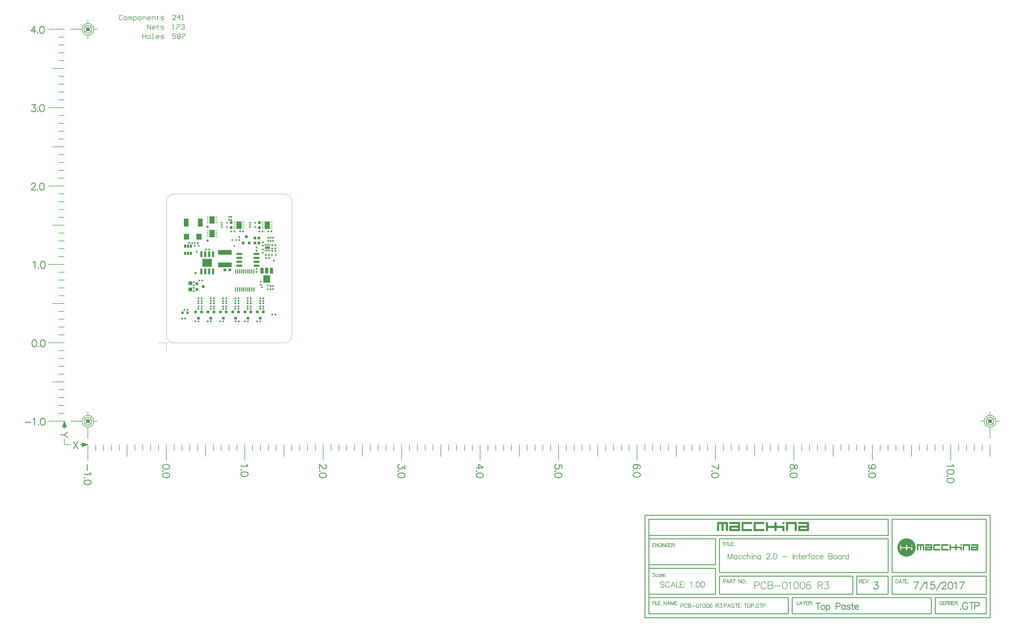
<source format=gtp>
G04 This is an RS-274x file exported by *
G04 gerbv version 2.6A *
G04 More information is available about gerbv at *
G04 http://gerbv.geda-project.org/ *
G04 --End of header info--*
%MOIN*%
%FSLAX34Y34*%
%IPPOS*%
G04 --Define apertures--*
%ADD10R,0.0200X0.0200*%
%ADD11R,0.0200X0.0200*%
%ADD12O,0.0120X0.0600*%
%ADD13R,0.0280X0.0390*%
%ADD14C,0.0300*%
%ADD15R,0.1775X0.0591*%
%ADD16R,0.0400X0.0750*%
%ADD17R,0.0850X0.0950*%
%ADD18R,0.0360X0.0360*%
%ADD19R,0.1200X0.1000*%
%ADD20O,0.0240X0.0800*%
%ADD21O,0.0800X0.0240*%
%ADD22R,0.0600X0.1000*%
%ADD23R,0.0650X0.0750*%
%ADD24R,0.0300X0.0140*%
%ADD25R,0.0276X0.0098*%
%ADD26R,0.0650X0.0965*%
%ADD27R,0.0276X0.0098*%
%ADD28R,0.0118X0.0236*%
%ADD29R,0.0630X0.0354*%
%ADD30R,0.0350X0.0350*%
%ADD31R,0.0350X0.0350*%
%ADD32R,0.0250X0.0320*%
%ADD33R,0.0180X0.0250*%
%ADD34R,0.0250X0.0180*%
%ADD35R,0.0500X0.0450*%
%ADD36R,0.0360X0.0360*%
%ADD37C,0.0100*%
%ADD38C,0.0080*%
%ADD39C,0.0090*%
%ADD40C,0.0070*%
%ADD41C,0.0050*%
%ADD42C,0.0010*%
G04 --Start main section--*
G36*
G01X0101356Y-025708D02*
G01X0101367Y-025719D01*
G01X0101372Y-025733D01*
G01X0101372Y-025740D01*
G01X0101372Y-025815D01*
G01X0101372Y-025822D01*
G01X0101367Y-025836D01*
G01X0101356Y-025847D01*
G01X0101342Y-025852D01*
G01X0101258Y-025852D01*
G01X0101244Y-025847D01*
G01X0101233Y-025836D01*
G01X0101228Y-025822D01*
G01X0101228Y-025815D01*
G01X0101228Y-025740D01*
G01X0101228Y-025733D01*
G01X0101233Y-025719D01*
G01X0101244Y-025708D01*
G01X0101258Y-025703D01*
G01X0101342Y-025703D01*
G01X0101356Y-025708D01*
G37*
G36*
G01X0101356Y-025708D02*
G37*
G36*
G01X0100691Y-025708D02*
G01X0100702Y-025719D01*
G01X0100708Y-025733D01*
G01X0100708Y-025740D01*
G01X0100708Y-025980D01*
G01X0100708Y-025987D01*
G01X0100714Y-026001D01*
G01X0100724Y-026011D01*
G01X0100738Y-026017D01*
G01X0100745Y-026017D01*
G01X0101342Y-026017D01*
G01X0101356Y-026023D01*
G01X0101367Y-026034D01*
G01X0101372Y-026048D01*
G01X0101372Y-026055D01*
G01X0101372Y-026405D01*
G01X0101372Y-026412D01*
G01X0101367Y-026426D01*
G01X0101356Y-026437D01*
G01X0101342Y-026442D01*
G01X0101258Y-026442D01*
G01X0101244Y-026437D01*
G01X0101233Y-026426D01*
G01X0101228Y-026412D01*
G01X0101228Y-026405D01*
G01X0101228Y-026205D01*
G01X0101227Y-026198D01*
G01X0101221Y-026184D01*
G01X0101211Y-026174D01*
G01X0101197Y-026168D01*
G01X0101190Y-026168D01*
G01X0100745Y-026168D01*
G01X0100738Y-026168D01*
G01X0100724Y-026174D01*
G01X0100714Y-026184D01*
G01X0100708Y-026198D01*
G01X0100708Y-026205D01*
G01X0100708Y-026405D01*
G01X0100708Y-026412D01*
G01X0100702Y-026426D01*
G01X0100691Y-026437D01*
G01X0100677Y-026442D01*
G01X0100588Y-026442D01*
G01X0100574Y-026437D01*
G01X0100563Y-026426D01*
G01X0100557Y-026412D01*
G01X0100557Y-026405D01*
G01X0100557Y-026205D01*
G01X0100557Y-026198D01*
G01X0100551Y-026184D01*
G01X0100541Y-026174D01*
G01X0100527Y-026168D01*
G01X0100520Y-026168D01*
G01X0100005Y-026168D01*
G01X0099998Y-026168D01*
G01X0099984Y-026174D01*
G01X0099974Y-026184D01*
G01X0099968Y-026198D01*
G01X0099967Y-026205D01*
G01X0099967Y-026405D01*
G01X0099967Y-026412D01*
G01X0099962Y-026426D01*
G01X0099951Y-026437D01*
G01X0099937Y-026442D01*
G01X0099848Y-026442D01*
G01X0099834Y-026437D01*
G01X0099823Y-026426D01*
G01X0099817Y-026412D01*
G01X0099817Y-026405D01*
G01X0099817Y-025740D01*
G01X0099817Y-025733D01*
G01X0099823Y-025719D01*
G01X0099834Y-025708D01*
G01X0099848Y-025703D01*
G01X0099937Y-025703D01*
G01X0099951Y-025708D01*
G01X0099962Y-025719D01*
G01X0099967Y-025733D01*
G01X0099967Y-025740D01*
G01X0099967Y-025980D01*
G01X0099968Y-025987D01*
G01X0099974Y-026001D01*
G01X0099984Y-026011D01*
G01X0099998Y-026017D01*
G01X0100005Y-026017D01*
G01X0100520Y-026017D01*
G01X0100527Y-026017D01*
G01X0100541Y-026011D01*
G01X0100551Y-026001D01*
G01X0100557Y-025987D01*
G01X0100557Y-025980D01*
G01X0100557Y-025740D01*
G01X0100557Y-025733D01*
G01X0100563Y-025719D01*
G01X0100574Y-025708D01*
G01X0100588Y-025703D01*
G01X0100677Y-025703D01*
G01X0100691Y-025708D01*
G37*
G36*
G01X0100691Y-025708D02*
G37*
G36*
G01X0103449Y-025706D02*
G01X0103459Y-025732D01*
G01X0103457Y-025735D01*
G01X0103457Y-025735D01*
G01X0103461Y-026405D01*
G01X0103449Y-026434D01*
G01X0103423Y-026444D01*
G01X0103420Y-026442D01*
G01X0103420Y-026442D01*
G01X0102605Y-026446D01*
G01X0102576Y-026434D01*
G01X0102566Y-026408D01*
G01X0102568Y-026405D01*
G01X0102568Y-026405D01*
G01X0102564Y-026035D01*
G01X0102576Y-026006D01*
G01X0102602Y-025996D01*
G01X0102605Y-025998D01*
G01X0102605Y-025998D01*
G01X0102605Y-025998D01*
G01X0103270Y-026001D01*
G01X0103299Y-025989D01*
G01X0103311Y-025960D01*
G01X0103311Y-025960D01*
G01X0103308Y-025957D01*
G01X0103311Y-025885D01*
G01X0103299Y-025856D01*
G01X0103270Y-025844D01*
G01X0103270Y-025847D01*
G01X0102605Y-025851D01*
G01X0102576Y-025839D01*
G01X0102566Y-025813D01*
G01X0102568Y-025810D01*
G01X0102568Y-025810D01*
G01X0102564Y-025735D01*
G01X0102576Y-025706D01*
G01X0102602Y-025696D01*
G01X0102605Y-025698D01*
G01X0102605Y-025698D01*
G01X0103420Y-025694D01*
G01X0103449Y-025706D01*
G37*
G36*
G01X0103449Y-025706D02*
G37*
G36*
G01X0097594Y-025706D02*
G01X0097604Y-025732D01*
G01X0097603Y-025735D01*
G01X0097603Y-025735D01*
G01X0097606Y-026405D01*
G01X0097594Y-026434D01*
G01X0097568Y-026444D01*
G01X0097565Y-026442D01*
G01X0097565Y-026442D01*
G01X0096750Y-026446D01*
G01X0096721Y-026434D01*
G01X0096711Y-026408D01*
G01X0096713Y-026405D01*
G01X0096713Y-026405D01*
G01X0096709Y-026035D01*
G01X0096721Y-026006D01*
G01X0096747Y-025996D01*
G01X0096750Y-025998D01*
G01X0096750Y-025998D01*
G01X0096750Y-025998D01*
G01X0097415Y-026001D01*
G01X0097444Y-025989D01*
G01X0097456Y-025960D01*
G01X0097456Y-025960D01*
G01X0097453Y-025957D01*
G01X0097456Y-025885D01*
G01X0097444Y-025856D01*
G01X0097415Y-025844D01*
G01X0097415Y-025847D01*
G01X0096750Y-025851D01*
G01X0096721Y-025839D01*
G01X0096711Y-025813D01*
G01X0096713Y-025810D01*
G01X0096713Y-025810D01*
G01X0096709Y-025735D01*
G01X0096721Y-025706D01*
G01X0096747Y-025696D01*
G01X0096750Y-025698D01*
G01X0096750Y-025698D01*
G01X0097565Y-025694D01*
G01X0097594Y-025706D01*
G37*
G36*
G01X0097594Y-025706D02*
G37*
G36*
G01X0102406Y-025703D02*
G01X0102417Y-025714D01*
G01X0102423Y-025728D01*
G01X0102423Y-025735D01*
G01X0102423Y-026405D01*
G01X0102423Y-026412D01*
G01X0102417Y-026426D01*
G01X0102406Y-026437D01*
G01X0102392Y-026442D01*
G01X0102303Y-026442D01*
G01X0102289Y-026437D01*
G01X0102278Y-026426D01*
G01X0102273Y-026412D01*
G01X0102273Y-026405D01*
G01X0102273Y-025885D01*
G01X0102272Y-025878D01*
G01X0102266Y-025864D01*
G01X0102256Y-025854D01*
G01X0102242Y-025848D01*
G01X0102235Y-025847D01*
G01X0101715Y-025847D01*
G01X0101708Y-025848D01*
G01X0101694Y-025854D01*
G01X0101684Y-025864D01*
G01X0101678Y-025878D01*
G01X0101678Y-025885D01*
G01X0101678Y-026405D01*
G01X0101678Y-026412D01*
G01X0101672Y-026426D01*
G01X0101661Y-026437D01*
G01X0101647Y-026442D01*
G01X0101563Y-026442D01*
G01X0101549Y-026437D01*
G01X0101538Y-026426D01*
G01X0101532Y-026412D01*
G01X0101532Y-026405D01*
G01X0101532Y-025735D01*
G01X0101532Y-025728D01*
G01X0101538Y-025714D01*
G01X0101549Y-025703D01*
G01X0101563Y-025698D01*
G01X0102392Y-025698D01*
G01X0102406Y-025703D01*
G37*
G36*
G01X0102406Y-025703D02*
G37*
G36*
G01X0096551Y-025703D02*
G01X0096562Y-025714D01*
G01X0096567Y-025728D01*
G01X0096567Y-025735D01*
G01X0096567Y-026405D01*
G01X0096567Y-026412D01*
G01X0096562Y-026426D01*
G01X0096551Y-026437D01*
G01X0096537Y-026442D01*
G01X0096448Y-026442D01*
G01X0096434Y-026437D01*
G01X0096423Y-026426D01*
G01X0096418Y-026412D01*
G01X0096418Y-026405D01*
G01X0096418Y-025885D01*
G01X0096417Y-025878D01*
G01X0096411Y-025864D01*
G01X0096401Y-025854D01*
G01X0096387Y-025848D01*
G01X0096380Y-025847D01*
G01X0096230Y-025847D01*
G01X0096223Y-025848D01*
G01X0096209Y-025854D01*
G01X0096199Y-025864D01*
G01X0096193Y-025878D01*
G01X0096193Y-025885D01*
G01X0096193Y-026405D01*
G01X0096193Y-026412D01*
G01X0096187Y-026426D01*
G01X0096176Y-026437D01*
G01X0096162Y-026442D01*
G01X0096078Y-026442D01*
G01X0096064Y-026437D01*
G01X0096053Y-026426D01*
G01X0096047Y-026412D01*
G01X0096047Y-026405D01*
G01X0096047Y-025885D01*
G01X0096047Y-025878D01*
G01X0096041Y-025864D01*
G01X0096031Y-025854D01*
G01X0096017Y-025848D01*
G01X0096010Y-025847D01*
G01X0095860Y-025847D01*
G01X0095853Y-025848D01*
G01X0095839Y-025854D01*
G01X0095829Y-025864D01*
G01X0095823Y-025878D01*
G01X0095822Y-025885D01*
G01X0095822Y-026405D01*
G01X0095822Y-026412D01*
G01X0095817Y-026426D01*
G01X0095806Y-026437D01*
G01X0095792Y-026442D01*
G01X0095703Y-026442D01*
G01X0095689Y-026437D01*
G01X0095678Y-026426D01*
G01X0095673Y-026412D01*
G01X0095673Y-026405D01*
G01X0095673Y-025735D01*
G01X0095673Y-025728D01*
G01X0095678Y-025714D01*
G01X0095689Y-025703D01*
G01X0095703Y-025698D01*
G01X0096537Y-025698D01*
G01X0096551Y-025703D01*
G37*
G36*
G01X0096551Y-025703D02*
G37*
G36*
G01X0094525Y-024971D02*
G01X0094700Y-025013D01*
G01X0094866Y-025082D01*
G01X0095020Y-025176D01*
G01X0095157Y-025293D01*
G01X0095274Y-025430D01*
G01X0095368Y-025584D01*
G01X0095437Y-025750D01*
G01X0095479Y-025925D01*
G01X0095494Y-026105D01*
G01X0095479Y-026285D01*
G01X0095437Y-026460D01*
G01X0095368Y-026626D01*
G01X0095274Y-026780D01*
G01X0095157Y-026917D01*
G01X0095020Y-027034D01*
G01X0094866Y-027128D01*
G01X0094700Y-027197D01*
G01X0094525Y-027239D01*
G01X0094345Y-027254D01*
G01X0094165Y-027239D01*
G01X0093990Y-027197D01*
G01X0093824Y-027128D01*
G01X0093670Y-027034D01*
G01X0093533Y-026917D01*
G01X0093416Y-026780D01*
G01X0093322Y-026626D01*
G01X0093253Y-026460D01*
G01X0093211Y-026285D01*
G01X0093196Y-026105D01*
G01X0093211Y-025925D01*
G01X0093253Y-025750D01*
G01X0093322Y-025584D01*
G01X0093416Y-025430D01*
G01X0093533Y-025293D01*
G01X0093670Y-025176D01*
G01X0093824Y-025082D01*
G01X0093990Y-025013D01*
G01X0094165Y-024971D01*
G01X0094345Y-024956D01*
G01X0094525Y-024971D01*
G37*
G36*
G01X0094525Y-024971D02*
G37*
G36*
G01X0099656Y-025703D02*
G01X0099667Y-025714D01*
G01X0099672Y-025728D01*
G01X0099672Y-025735D01*
G01X0099672Y-025810D01*
G01X0099672Y-025817D01*
G01X0099667Y-025831D01*
G01X0099656Y-025842D01*
G01X0099642Y-025847D01*
G01X0098970Y-025847D01*
G01X0098963Y-025848D01*
G01X0098949Y-025854D01*
G01X0098939Y-025864D01*
G01X0098933Y-025878D01*
G01X0098933Y-025885D01*
G01X0098933Y-026255D01*
G01X0098933Y-026262D01*
G01X0098939Y-026276D01*
G01X0098949Y-026286D01*
G01X0098963Y-026292D01*
G01X0098970Y-026293D01*
G01X0099642Y-026293D01*
G01X0099656Y-026298D01*
G01X0099667Y-026309D01*
G01X0099672Y-026323D01*
G01X0099672Y-026330D01*
G01X0099672Y-026405D01*
G01X0099672Y-026412D01*
G01X0099667Y-026426D01*
G01X0099656Y-026437D01*
G01X0099642Y-026442D01*
G01X0098813Y-026442D01*
G01X0098799Y-026437D01*
G01X0098788Y-026426D01*
G01X0098783Y-026412D01*
G01X0098783Y-026405D01*
G01X0098783Y-025735D01*
G01X0098783Y-025728D01*
G01X0098788Y-025714D01*
G01X0098799Y-025703D01*
G01X0098813Y-025698D01*
G01X0099642Y-025698D01*
G01X0099656Y-025703D01*
G37*
G36*
G01X0099656Y-025703D02*
G37*
G36*
G01X0098621Y-025703D02*
G01X0098632Y-025714D01*
G01X0098638Y-025728D01*
G01X0098638Y-025735D01*
G01X0098638Y-025810D01*
G01X0098638Y-025817D01*
G01X0098632Y-025831D01*
G01X0098621Y-025842D01*
G01X0098607Y-025847D01*
G01X0097935Y-025847D01*
G01X0097928Y-025848D01*
G01X0097914Y-025854D01*
G01X0097904Y-025864D01*
G01X0097898Y-025878D01*
G01X0097898Y-025885D01*
G01X0097898Y-026255D01*
G01X0097898Y-026262D01*
G01X0097904Y-026276D01*
G01X0097914Y-026286D01*
G01X0097928Y-026292D01*
G01X0097935Y-026293D01*
G01X0098607Y-026293D01*
G01X0098621Y-026298D01*
G01X0098632Y-026309D01*
G01X0098638Y-026323D01*
G01X0098638Y-026330D01*
G01X0098638Y-026405D01*
G01X0098638Y-026412D01*
G01X0098632Y-026426D01*
G01X0098621Y-026437D01*
G01X0098607Y-026442D01*
G01X0097778Y-026442D01*
G01X0097764Y-026437D01*
G01X0097753Y-026426D01*
G01X0097747Y-026412D01*
G01X0097747Y-026405D01*
G01X0097747Y-025735D01*
G01X0097747Y-025728D01*
G01X0097753Y-025714D01*
G01X0097764Y-025703D01*
G01X0097778Y-025698D01*
G01X0098607Y-025698D01*
G01X0098621Y-025703D01*
G37*
G36*
G01X0098621Y-025703D02*
G37*
G36*
G01X0071527Y-022880D02*
G01X0071543Y-022896D01*
G01X0071551Y-022916D01*
G01X0071551Y-022927D01*
G01X0071551Y-023932D01*
G01X0071551Y-023944D01*
G01X0071543Y-023964D01*
G01X0071527Y-023980D01*
G01X0071506Y-023989D01*
G01X0071371Y-023989D01*
G01X0071351Y-023980D01*
G01X0071335Y-023964D01*
G01X0071326Y-023944D01*
G01X0071326Y-023932D01*
G01X0071326Y-023152D01*
G01X0071325Y-023142D01*
G01X0071317Y-023121D01*
G01X0071301Y-023106D01*
G01X0071281Y-023097D01*
G01X0071270Y-023096D01*
G01X0071045Y-023096D01*
G01X0071034Y-023097D01*
G01X0071014Y-023106D01*
G01X0070998Y-023121D01*
G01X0070990Y-023142D01*
G01X0070989Y-023152D01*
G01X0070989Y-023932D01*
G01X0070989Y-023944D01*
G01X0070980Y-023964D01*
G01X0070964Y-023980D01*
G01X0070944Y-023989D01*
G01X0070816Y-023989D01*
G01X0070796Y-023980D01*
G01X0070780Y-023964D01*
G01X0070771Y-023944D01*
G01X0070771Y-023932D01*
G01X0070771Y-023152D01*
G01X0070770Y-023142D01*
G01X0070762Y-023121D01*
G01X0070746Y-023106D01*
G01X0070726Y-023097D01*
G01X0070715Y-023096D01*
G01X0070490Y-023096D01*
G01X0070479Y-023097D01*
G01X0070459Y-023106D01*
G01X0070443Y-023121D01*
G01X0070435Y-023142D01*
G01X0070434Y-023152D01*
G01X0070434Y-023932D01*
G01X0070434Y-023944D01*
G01X0070425Y-023964D01*
G01X0070409Y-023980D01*
G01X0070389Y-023989D01*
G01X0070254Y-023989D01*
G01X0070233Y-023980D01*
G01X0070217Y-023964D01*
G01X0070209Y-023944D01*
G01X0070209Y-023932D01*
G01X0070209Y-022927D01*
G01X0070209Y-022916D01*
G01X0070217Y-022896D01*
G01X0070233Y-022880D01*
G01X0070254Y-022871D01*
G01X0071506Y-022871D01*
G01X0071527Y-022880D01*
G37*
G36*
G01X0071527Y-022880D02*
G37*
G36*
G01X0078734Y-022887D02*
G01X0078750Y-022903D01*
G01X0078759Y-022924D01*
G01X0078759Y-022935D01*
G01X0078759Y-023047D01*
G01X0078759Y-023059D01*
G01X0078750Y-023079D01*
G01X0078734Y-023095D01*
G01X0078714Y-023104D01*
G01X0078586Y-023104D01*
G01X0078566Y-023095D01*
G01X0078550Y-023079D01*
G01X0078541Y-023059D01*
G01X0078541Y-023047D01*
G01X0078541Y-022935D01*
G01X0078541Y-022924D01*
G01X0078550Y-022903D01*
G01X0078566Y-022887D01*
G01X0078586Y-022879D01*
G01X0078714Y-022879D01*
G01X0078734Y-022887D01*
G37*
G36*
G01X0078734Y-022887D02*
G37*
G36*
G01X0081830Y-022871D02*
G01X0081830Y-022871D01*
G01X0081834Y-022868D01*
G01X0081873Y-022884D01*
G01X0081891Y-022927D01*
G01X0081886Y-023932D01*
G01X0081886Y-023932D01*
G01X0081889Y-023937D01*
G01X0081873Y-023976D01*
G01X0081830Y-023993D01*
G01X0080608Y-023989D01*
G01X0080608Y-023989D01*
G01X0080603Y-023992D01*
G01X0080564Y-023976D01*
G01X0080547Y-023932D01*
G01X0080551Y-023377D01*
G01X0080551Y-023377D01*
G01X0080548Y-023373D01*
G01X0080564Y-023334D01*
G01X0080608Y-023317D01*
G01X0081605Y-023321D01*
G01X0081605Y-023326D01*
G01X0081648Y-023308D01*
G01X0081666Y-023265D01*
G01X0081661Y-023157D01*
G01X0081666Y-023152D01*
G01X0081666Y-023152D01*
G01X0081648Y-023109D01*
G01X0081605Y-023092D01*
G01X0080608Y-023096D01*
G01X0080608Y-023096D01*
G01X0080608Y-023096D01*
G01X0080603Y-023099D01*
G01X0080564Y-023083D01*
G01X0080547Y-023040D01*
G01X0080551Y-022927D01*
G01X0080551Y-022927D01*
G01X0080548Y-022923D01*
G01X0080564Y-022884D01*
G01X0080608Y-022867D01*
G01X0081830Y-022871D01*
G37*
G36*
G01X0081830Y-022871D02*
G37*
G36*
G01X0077737Y-022887D02*
G01X0077753Y-022903D01*
G01X0077761Y-022924D01*
G01X0077761Y-022935D01*
G01X0077761Y-023295D01*
G01X0077762Y-023306D01*
G01X0077771Y-023326D01*
G01X0077786Y-023342D01*
G01X0077807Y-023350D01*
G01X0077818Y-023351D01*
G01X0078714Y-023351D01*
G01X0078734Y-023360D01*
G01X0078750Y-023376D01*
G01X0078759Y-023396D01*
G01X0078759Y-023407D01*
G01X0078759Y-023932D01*
G01X0078759Y-023944D01*
G01X0078750Y-023964D01*
G01X0078734Y-023980D01*
G01X0078714Y-023989D01*
G01X0078586Y-023989D01*
G01X0078566Y-023980D01*
G01X0078550Y-023964D01*
G01X0078541Y-023944D01*
G01X0078541Y-023932D01*
G01X0078541Y-023633D01*
G01X0078540Y-023622D01*
G01X0078532Y-023601D01*
G01X0078516Y-023586D01*
G01X0078496Y-023577D01*
G01X0078485Y-023576D01*
G01X0077818Y-023576D01*
G01X0077807Y-023577D01*
G01X0077786Y-023586D01*
G01X0077771Y-023601D01*
G01X0077762Y-023622D01*
G01X0077761Y-023633D01*
G01X0077761Y-023932D01*
G01X0077761Y-023944D01*
G01X0077753Y-023964D01*
G01X0077737Y-023980D01*
G01X0077716Y-023989D01*
G01X0077581Y-023989D01*
G01X0077561Y-023980D01*
G01X0077545Y-023964D01*
G01X0077536Y-023944D01*
G01X0077536Y-023932D01*
G01X0077536Y-023633D01*
G01X0077535Y-023622D01*
G01X0077527Y-023601D01*
G01X0077511Y-023586D01*
G01X0077491Y-023577D01*
G01X0077480Y-023576D01*
G01X0076708Y-023576D01*
G01X0076697Y-023577D01*
G01X0076676Y-023586D01*
G01X0076661Y-023601D01*
G01X0076652Y-023622D01*
G01X0076651Y-023633D01*
G01X0076651Y-023932D01*
G01X0076651Y-023944D01*
G01X0076643Y-023964D01*
G01X0076627Y-023980D01*
G01X0076606Y-023989D01*
G01X0076471Y-023989D01*
G01X0076451Y-023980D01*
G01X0076435Y-023964D01*
G01X0076426Y-023944D01*
G01X0076426Y-023932D01*
G01X0076426Y-022935D01*
G01X0076426Y-022924D01*
G01X0076435Y-022903D01*
G01X0076451Y-022887D01*
G01X0076471Y-022879D01*
G01X0076606Y-022879D01*
G01X0076627Y-022887D01*
G01X0076643Y-022903D01*
G01X0076651Y-022924D01*
G01X0076651Y-022935D01*
G01X0076651Y-023295D01*
G01X0076652Y-023306D01*
G01X0076661Y-023326D01*
G01X0076676Y-023342D01*
G01X0076697Y-023350D01*
G01X0076708Y-023351D01*
G01X0077480Y-023351D01*
G01X0077491Y-023350D01*
G01X0077511Y-023342D01*
G01X0077527Y-023326D01*
G01X0077535Y-023306D01*
G01X0077536Y-023295D01*
G01X0077536Y-022935D01*
G01X0077536Y-022924D01*
G01X0077545Y-022903D01*
G01X0077561Y-022887D01*
G01X0077581Y-022879D01*
G01X0077716Y-022879D01*
G01X0077737Y-022887D01*
G37*
G36*
G01X0077737Y-022887D02*
G37*
G36*
G01X0073091Y-022884D02*
G01X0073107Y-022923D01*
G01X0073104Y-022927D01*
G01X0073104Y-022927D01*
G01X0073108Y-023932D01*
G01X0073091Y-023976D01*
G01X0073052Y-023992D01*
G01X0073047Y-023989D01*
G01X0073047Y-023989D01*
G01X0071825Y-023993D01*
G01X0071782Y-023976D01*
G01X0071766Y-023937D01*
G01X0071769Y-023932D01*
G01X0071769Y-023932D01*
G01X0071764Y-023377D01*
G01X0071782Y-023334D01*
G01X0071821Y-023318D01*
G01X0071825Y-023321D01*
G01X0071825Y-023321D01*
G01X0071825Y-023321D01*
G01X0072822Y-023326D01*
G01X0072866Y-023308D01*
G01X0072883Y-023265D01*
G01X0072883Y-023265D01*
G01X0072879Y-023260D01*
G01X0072883Y-023152D01*
G01X0072866Y-023109D01*
G01X0072822Y-023092D01*
G01X0072822Y-023096D01*
G01X0071825Y-023101D01*
G01X0071782Y-023083D01*
G01X0071766Y-023044D01*
G01X0071769Y-023040D01*
G01X0071769Y-023040D01*
G01X0071764Y-022927D01*
G01X0071782Y-022884D01*
G01X0071821Y-022868D01*
G01X0071825Y-022871D01*
G01X0071825Y-022871D01*
G01X0073047Y-022867D01*
G01X0073091Y-022884D01*
G37*
G36*
G01X0073091Y-022884D02*
G37*
G36*
G01X0074632Y-022880D02*
G01X0074648Y-022896D01*
G01X0074656Y-022916D01*
G01X0074656Y-022927D01*
G01X0074656Y-023040D01*
G01X0074656Y-023051D01*
G01X0074648Y-023072D01*
G01X0074632Y-023088D01*
G01X0074611Y-023096D01*
G01X0073602Y-023096D01*
G01X0073592Y-023097D01*
G01X0073571Y-023106D01*
G01X0073556Y-023121D01*
G01X0073547Y-023142D01*
G01X0073546Y-023152D01*
G01X0073546Y-023707D01*
G01X0073547Y-023718D01*
G01X0073556Y-023739D01*
G01X0073571Y-023754D01*
G01X0073592Y-023763D01*
G01X0073602Y-023764D01*
G01X0074611Y-023764D01*
G01X0074632Y-023772D01*
G01X0074648Y-023788D01*
G01X0074656Y-023809D01*
G01X0074656Y-023820D01*
G01X0074656Y-023932D01*
G01X0074656Y-023944D01*
G01X0074648Y-023964D01*
G01X0074632Y-023980D01*
G01X0074611Y-023989D01*
G01X0073366Y-023989D01*
G01X0073346Y-023980D01*
G01X0073330Y-023964D01*
G01X0073321Y-023944D01*
G01X0073321Y-023932D01*
G01X0073321Y-022927D01*
G01X0073321Y-022916D01*
G01X0073330Y-022896D01*
G01X0073346Y-022880D01*
G01X0073366Y-022871D01*
G01X0074611Y-022871D01*
G01X0074632Y-022880D01*
G37*
G36*
G01X0074632Y-022880D02*
G37*
G36*
G01X0076184Y-022880D02*
G01X0076200Y-022896D01*
G01X0076209Y-022916D01*
G01X0076209Y-022927D01*
G01X0076209Y-023040D01*
G01X0076209Y-023051D01*
G01X0076200Y-023072D01*
G01X0076184Y-023088D01*
G01X0076164Y-023096D01*
G01X0075155Y-023096D01*
G01X0075144Y-023097D01*
G01X0075124Y-023106D01*
G01X0075108Y-023121D01*
G01X0075100Y-023142D01*
G01X0075099Y-023152D01*
G01X0075099Y-023707D01*
G01X0075100Y-023718D01*
G01X0075108Y-023739D01*
G01X0075124Y-023754D01*
G01X0075144Y-023763D01*
G01X0075155Y-023764D01*
G01X0076164Y-023764D01*
G01X0076184Y-023772D01*
G01X0076200Y-023788D01*
G01X0076209Y-023809D01*
G01X0076209Y-023820D01*
G01X0076209Y-023932D01*
G01X0076209Y-023944D01*
G01X0076200Y-023964D01*
G01X0076184Y-023980D01*
G01X0076164Y-023989D01*
G01X0074919Y-023989D01*
G01X0074898Y-023980D01*
G01X0074882Y-023964D01*
G01X0074874Y-023944D01*
G01X0074874Y-023932D01*
G01X0074874Y-022927D01*
G01X0074874Y-022916D01*
G01X0074882Y-022896D01*
G01X0074898Y-022880D01*
G01X0074919Y-022871D01*
G01X0076164Y-022871D01*
G01X0076184Y-022880D01*
G37*
G36*
G01X0076184Y-022880D02*
G37*
G36*
G01X0080309Y-022880D02*
G01X0080325Y-022896D01*
G01X0080334Y-022916D01*
G01X0080334Y-022927D01*
G01X0080334Y-023932D01*
G01X0080334Y-023944D01*
G01X0080325Y-023964D01*
G01X0080309Y-023980D01*
G01X0080289Y-023989D01*
G01X0080154Y-023989D01*
G01X0080133Y-023980D01*
G01X0080117Y-023964D01*
G01X0080109Y-023944D01*
G01X0080109Y-023932D01*
G01X0080109Y-023152D01*
G01X0080108Y-023142D01*
G01X0080099Y-023121D01*
G01X0080084Y-023106D01*
G01X0080063Y-023097D01*
G01X0080052Y-023096D01*
G01X0079272Y-023096D01*
G01X0079262Y-023097D01*
G01X0079241Y-023106D01*
G01X0079226Y-023121D01*
G01X0079217Y-023142D01*
G01X0079216Y-023152D01*
G01X0079216Y-023932D01*
G01X0079216Y-023944D01*
G01X0079208Y-023964D01*
G01X0079192Y-023980D01*
G01X0079171Y-023989D01*
G01X0079044Y-023989D01*
G01X0079023Y-023980D01*
G01X0079007Y-023964D01*
G01X0078999Y-023944D01*
G01X0078999Y-023932D01*
G01X0078999Y-022927D01*
G01X0078999Y-022916D01*
G01X0079007Y-022896D01*
G01X0079023Y-022880D01*
G01X0079044Y-022871D01*
G01X0080289Y-022871D01*
G01X0080309Y-022880D01*
G37*
G36*
G01X0080309Y-022880D02*
G37*
%LPC*%
G36*
G01X0102750Y-026144D02*
G01X0102750Y-026144D01*
G01X0102721Y-026156D01*
G01X0102709Y-026185D01*
G01X0102712Y-026252D01*
G01X0102709Y-026255D01*
G01X0102709Y-026255D01*
G01X0102721Y-026284D01*
G01X0102750Y-026296D01*
G01X0103267Y-026293D01*
G01X0103270Y-026296D01*
G01X0103270Y-026296D01*
G01X0103299Y-026284D01*
G01X0103311Y-026255D01*
G01X0103308Y-026188D01*
G01X0103311Y-026185D01*
G01X0103311Y-026185D01*
G01X0103299Y-026156D01*
G01X0103270Y-026144D01*
G01X0102753Y-026147D01*
G01X0102750Y-026144D01*
G37*
G36*
G01X0102750Y-026144D02*
G37*
G36*
G01X0096895Y-026144D02*
G01X0096895Y-026144D01*
G01X0096866Y-026156D01*
G01X0096854Y-026185D01*
G01X0096857Y-026252D01*
G01X0096854Y-026255D01*
G01X0096854Y-026255D01*
G01X0096866Y-026284D01*
G01X0096895Y-026296D01*
G01X0097412Y-026293D01*
G01X0097415Y-026296D01*
G01X0097415Y-026296D01*
G01X0097444Y-026284D01*
G01X0097456Y-026255D01*
G01X0097453Y-026188D01*
G01X0097456Y-026185D01*
G01X0097456Y-026185D01*
G01X0097444Y-026156D01*
G01X0097415Y-026144D01*
G01X0096898Y-026147D01*
G01X0096895Y-026144D01*
G37*
G36*
G01X0096895Y-026144D02*
G37*
G36*
G01X0094975Y-025734D02*
G01X0094975Y-025734D01*
G01X0094946Y-025746D01*
G01X0094934Y-025775D01*
G01X0094937Y-025847D01*
G01X0094934Y-025850D01*
G01X0094934Y-025850D01*
G01X0094946Y-025879D01*
G01X0094975Y-025891D01*
G01X0095042Y-025888D01*
G01X0095045Y-025891D01*
G01X0095045Y-025891D01*
G01X0095074Y-025879D01*
G01X0095086Y-025850D01*
G01X0095083Y-025778D01*
G01X0095086Y-025775D01*
G01X0095086Y-025775D01*
G01X0095074Y-025746D01*
G01X0095045Y-025734D01*
G01X0094978Y-025737D01*
G01X0094975Y-025734D01*
G37*
G36*
G01X0094975Y-025734D02*
G37*
G36*
G01X0094305Y-025734D02*
G01X0094305Y-025734D01*
G01X0094276Y-025746D01*
G01X0094264Y-025775D01*
G01X0094268Y-026015D01*
G01X0094268Y-026015D01*
G01X0094268Y-026015D01*
G01X0094269Y-026018D01*
G01X0094259Y-026044D01*
G01X0094230Y-026056D01*
G01X0093715Y-026052D01*
G01X0093715Y-026052D01*
G01X0093712Y-026054D01*
G01X0093686Y-026044D01*
G01X0093674Y-026015D01*
G01X0093678Y-025775D01*
G01X0093681Y-025775D01*
G01X0093669Y-025746D01*
G01X0093640Y-025734D01*
G01X0093568Y-025737D01*
G01X0093565Y-025734D01*
G01X0093565Y-025734D01*
G01X0093536Y-025746D01*
G01X0093524Y-025775D01*
G01X0093527Y-026437D01*
G01X0093524Y-026440D01*
G01X0093524Y-026440D01*
G01X0093536Y-026469D01*
G01X0093565Y-026481D01*
G01X0093637Y-026478D01*
G01X0093640Y-026481D01*
G01X0093640Y-026481D01*
G01X0093669Y-026469D01*
G01X0093681Y-026440D01*
G01X0093678Y-026240D01*
G01X0093678Y-026240D01*
G01X0093678Y-026240D01*
G01X0093676Y-026237D01*
G01X0093686Y-026211D01*
G01X0093715Y-026199D01*
G01X0094230Y-026202D01*
G01X0094230Y-026202D01*
G01X0094233Y-026201D01*
G01X0094259Y-026211D01*
G01X0094271Y-026240D01*
G01X0094268Y-026440D01*
G01X0094264Y-026440D01*
G01X0094276Y-026469D01*
G01X0094305Y-026481D01*
G01X0094377Y-026478D01*
G01X0094380Y-026481D01*
G01X0094380Y-026481D01*
G01X0094409Y-026469D01*
G01X0094421Y-026440D01*
G01X0094417Y-026240D01*
G01X0094417Y-026240D01*
G01X0094417Y-026240D01*
G01X0094416Y-026237D01*
G01X0094426Y-026211D01*
G01X0094455Y-026199D01*
G01X0094900Y-026202D01*
G01X0094900Y-026202D01*
G01X0094903Y-026201D01*
G01X0094929Y-026211D01*
G01X0094941Y-026240D01*
G01X0094937Y-026440D01*
G01X0094934Y-026440D01*
G01X0094946Y-026469D01*
G01X0094975Y-026481D01*
G01X0095042Y-026478D01*
G01X0095045Y-026481D01*
G01X0095045Y-026481D01*
G01X0095074Y-026469D01*
G01X0095086Y-026440D01*
G01X0095083Y-026093D01*
G01X0095086Y-026090D01*
G01X0095086Y-026090D01*
G01X0095074Y-026061D01*
G01X0095045Y-026049D01*
G01X0094455Y-026052D01*
G01X0094455Y-026052D01*
G01X0094455Y-026052D01*
G01X0094452Y-026054D01*
G01X0094426Y-026044D01*
G01X0094414Y-026015D01*
G01X0094417Y-025775D01*
G01X0094421Y-025775D01*
G01X0094409Y-025746D01*
G01X0094380Y-025734D01*
G01X0094308Y-025737D01*
G01X0094305Y-025734D01*
G37*
G36*
G01X0094305Y-025734D02*
G37*
G36*
G01X0081605Y-023542D02*
G01X0081600Y-023546D01*
G01X0080825Y-023542D01*
G01X0080782Y-023559D01*
G01X0080764Y-023602D01*
G01X0080764Y-023602D01*
G01X0080769Y-023607D01*
G01X0080764Y-023707D01*
G01X0080782Y-023751D01*
G01X0080825Y-023768D01*
G01X0080825Y-023768D01*
G01X0080830Y-023764D01*
G01X0081605Y-023768D01*
G01X0081648Y-023751D01*
G01X0081666Y-023707D01*
G01X0081666Y-023707D01*
G01X0081661Y-023703D01*
G01X0081666Y-023602D01*
G01X0081648Y-023559D01*
G01X0081605Y-023542D01*
G01X0081605Y-023542D01*
G37*
G36*
G01X0081605Y-023542D02*
G37*
G36*
G01X0072042Y-023542D02*
G01X0072042Y-023542D01*
G01X0071999Y-023559D01*
G01X0071982Y-023602D01*
G01X0071986Y-023703D01*
G01X0071982Y-023707D01*
G01X0071982Y-023707D01*
G01X0071999Y-023751D01*
G01X0072042Y-023768D01*
G01X0072818Y-023764D01*
G01X0072822Y-023768D01*
G01X0072822Y-023768D01*
G01X0072866Y-023751D01*
G01X0072883Y-023707D01*
G01X0072879Y-023607D01*
G01X0072883Y-023602D01*
G01X0072883Y-023602D01*
G01X0072866Y-023559D01*
G01X0072822Y-023542D01*
G01X0072047Y-023546D01*
G01X0072042Y-023542D01*
G37*
G36*
G01X0072042Y-023542D02*
G37*
%LPD*%
G54D10*
G01X0004080Y0005030D03*
G01X0004080Y0004630D03*
G01X0004480Y0005030D03*
G01X0004480Y0004630D03*
G01X0005655Y0005030D03*
G01X0005655Y0004630D03*
G01X0006055Y0005030D03*
G01X0006055Y0004630D03*
G01X0007230Y0005030D03*
G01X0007230Y0004630D03*
G01X0007630Y0005030D03*
G01X0007630Y0004630D03*
G01X0011500Y0011750D03*
G01X0011500Y0012150D03*
G01X0007980Y0016080D03*
G01X0007980Y0015680D03*
G01X0008250Y0015680D03*
G01X0008250Y0016080D03*
G01X0013300Y0013400D03*
G01X0013300Y0013000D03*
G01X0003500Y0007000D03*
G01X0003500Y0006600D03*
G01X0012300Y0011900D03*
G01X0012300Y0011500D03*
G01X0012700Y0011200D03*
G01X0012700Y0010800D03*
G01X0013100Y0011200D03*
G01X0013100Y0010800D03*
G01X0013000Y0013000D03*
G01X0013000Y0013400D03*
G01X0013600Y0013400D03*
G01X0013600Y0013000D03*
G01X0012300Y0012400D03*
G01X0012300Y0012800D03*
G01X0013500Y0012450D03*
G01X0013500Y0012050D03*
G01X0012030Y0007800D03*
G01X0012030Y0007400D03*
G01X0013580Y0006850D03*
G01X0013580Y0007250D03*
G01X0013280Y0006850D03*
G01X0013280Y0007250D03*
G01X0013900Y0012050D03*
G01X0013900Y0012450D03*
G01X0003500Y0007750D03*
G01X0003500Y0007350D03*
G01X0009300Y0013500D03*
G01X0009300Y0013100D03*
G01X0011500Y0009450D03*
G01X0011500Y0009050D03*
G54D11*
G01X0008804Y0005660D03*
G01X0009204Y0005660D03*
G01X0008804Y0005030D03*
G01X0009204Y0005030D03*
G01X0008804Y0004630D03*
G01X0009204Y0004630D03*
G01X0010379Y0005660D03*
G01X0010779Y0005660D03*
G01X0010379Y0005030D03*
G01X0010779Y0005030D03*
G01X0010379Y0004630D03*
G01X0010779Y0004630D03*
G01X0011954Y0005660D03*
G01X0012354Y0005660D03*
G01X0011954Y0005030D03*
G01X0012354Y0005030D03*
G01X0011954Y0004630D03*
G01X0012354Y0004630D03*
G01X0013480Y0011750D03*
G01X0013900Y0011750D03*
G01X0002300Y0004200D03*
G01X0002700Y0004200D03*
G01X0002400Y0003100D03*
G01X0002000Y0003100D03*
G01X0004000Y0012750D03*
G01X0003600Y0012750D03*
G01X0003300Y0012750D03*
G01X0002900Y0012750D03*
G01X0013900Y0003594D03*
G01X0013500Y0003594D03*
G01X0005450Y0011900D03*
G01X0005050Y0011900D03*
G01X0009800Y0014200D03*
G01X0009400Y0014200D03*
G01X0008650Y0014200D03*
G01X0008250Y0014200D03*
G01X0013000Y0014200D03*
G01X0013400Y0014200D03*
G01X0012250Y0014200D03*
G01X0011850Y0014200D03*
G01X0004200Y0007950D03*
G01X0004600Y0007950D03*
G01X0004480Y0005340D03*
G01X0004080Y0005340D03*
G01X0004080Y0004330D03*
G01X0004480Y0004330D03*
G01X0004080Y0005660D03*
G01X0004480Y0005660D03*
G01X0004100Y0002730D03*
G01X0003700Y0002730D03*
G01X0005675Y0002730D03*
G01X0005275Y0002730D03*
G01X0005655Y0005660D03*
G01X0006055Y0005660D03*
G01X0005655Y0004330D03*
G01X0006055Y0004330D03*
G01X0006055Y0005340D03*
G01X0005655Y0005340D03*
G01X0007250Y0002730D03*
G01X0006850Y0002730D03*
G01X0007230Y0005660D03*
G01X0007630Y0005660D03*
G01X0007230Y0004330D03*
G01X0007630Y0004330D03*
G01X0007630Y0005340D03*
G01X0007230Y0005340D03*
G01X0008804Y0004330D03*
G01X0009204Y0004330D03*
G01X0009204Y0005340D03*
G01X0008804Y0005340D03*
G01X0009224Y0002730D03*
G01X0008824Y0002730D03*
G01X0010379Y0004330D03*
G01X0010779Y0004330D03*
G01X0010779Y0005340D03*
G01X0010379Y0005340D03*
G01X0009999Y0002730D03*
G01X0010399Y0002730D03*
G01X0011954Y0004330D03*
G01X0012354Y0004330D03*
G01X0012354Y0005340D03*
G01X0011954Y0005340D03*
G01X0011574Y0002730D03*
G01X0011974Y0002730D03*
G54D12*
G01X0011150Y0006820D03*
G01X0010894Y0006820D03*
G01X0010894Y0009100D03*
G01X0009102Y0009100D03*
G01X0010126Y0006820D03*
G01X0009870Y0006820D03*
G01X0009614Y0006820D03*
G01X0009358Y0006820D03*
G01X0009102Y0006820D03*
G01X0010638Y0006820D03*
G01X0010638Y0009100D03*
G01X0011150Y0009100D03*
G01X0008846Y0009100D03*
G01X0010382Y0006820D03*
G01X0008846Y0006820D03*
G01X0009358Y0009100D03*
G01X0009614Y0009100D03*
G01X0009870Y0009100D03*
G01X0010382Y0009100D03*
G01X0010126Y0009100D03*
G54D13*
G01X0002400Y0011400D03*
G01X0002400Y0012340D03*
G01X0003140Y0011400D03*
G01X0003140Y0012340D03*
G01X0002770Y0011400D03*
G01X0002770Y0012340D03*
G54D14*
G01X0003730Y0008910D03*
G01X0005250Y0014800D03*
G01X0005250Y0013050D03*
G54D15*
G01X0007450Y0009933D03*
G01X0007450Y0011550D03*
G54D16*
G01X0013380Y0009200D03*
G01X0012789Y0009200D03*
G01X0012199Y0009200D03*
G54D17*
G01X0012789Y0008150D03*
G54D18*
G01X0008454Y0003950D03*
G01X0008824Y0003150D03*
G01X0009204Y0003950D03*
G01X0011604Y0003950D03*
G01X0011974Y0003150D03*
G01X0012354Y0003950D03*
G01X0010029Y0003950D03*
G01X0010399Y0003150D03*
G01X0010779Y0003950D03*
G01X0006880Y0003950D03*
G01X0007250Y0003150D03*
G01X0007630Y0003950D03*
G01X0005305Y0003950D03*
G01X0005675Y0003150D03*
G01X0006055Y0003950D03*
G01X0003730Y0003950D03*
G01X0004100Y0003150D03*
G01X0004480Y0003950D03*
G01X0009800Y0012750D03*
G01X0010180Y0013550D03*
G01X0010550Y0012750D03*
G54D19*
G01X0005200Y0010200D03*
G54D20*
G01X0004450Y0009100D03*
G01X0004950Y0009100D03*
G01X0005450Y0009100D03*
G01X0005950Y0009100D03*
G01X0005950Y0011300D03*
G01X0005450Y0011300D03*
G01X0004950Y0011300D03*
G01X0004450Y0011300D03*
G54D21*
G01X0011500Y0009850D03*
G01X0011500Y0010350D03*
G01X0011500Y0010850D03*
G01X0011500Y0011350D03*
G01X0009300Y0011350D03*
G01X0009300Y0010850D03*
G01X0009300Y0010350D03*
G01X0009300Y0009850D03*
G54D22*
G01X0004320Y0015350D03*
G01X0002520Y0015350D03*
G54D23*
G01X0004150Y0013550D03*
G01X0002550Y0013550D03*
G54D24*
G01X0010650Y0015300D03*
G01X0010650Y0015044D03*
G01X0010650Y0014788D03*
G01X0011320Y0015300D03*
G01X0011320Y0014788D03*
G01X0007050Y0015300D03*
G01X0007050Y0015044D03*
G01X0007050Y0014788D03*
G01X0007720Y0015300D03*
G01X0007720Y0014788D03*
G54D25*
G01X0006400Y0014318D03*
G01X0005278Y0014318D03*
G01X0005278Y0014062D03*
G01X0005278Y0013806D03*
G01X0005278Y0013550D03*
G01X0009822Y0015400D03*
G01X0009822Y0015144D03*
G01X0009822Y0014888D03*
G01X0009822Y0014632D03*
G01X0008700Y0014632D03*
G01X0013422Y0015400D03*
G01X0013422Y0015144D03*
G01X0013422Y0014888D03*
G01X0013422Y0014632D03*
G01X0012300Y0014632D03*
G01X0006400Y0016068D03*
G01X0005278Y0016068D03*
G01X0005278Y0015812D03*
G01X0005278Y0015556D03*
G01X0005278Y0015300D03*
G54D26*
G01X0005839Y0013934D03*
G01X0009261Y0015016D03*
G01X0012861Y0015016D03*
G01X0005839Y0015684D03*
G54D27*
G01X0006400Y0014062D03*
G01X0006400Y0013806D03*
G01X0006400Y0013550D03*
G01X0008700Y0015400D03*
G01X0008700Y0015144D03*
G01X0008700Y0014888D03*
G01X0012300Y0015400D03*
G01X0012300Y0015144D03*
G01X0012300Y0014888D03*
G01X0006400Y0015812D03*
G01X0006400Y0015556D03*
G01X0006400Y0015300D03*
G54D28*
G01X0013195Y0011776D03*
G01X0012998Y0011776D03*
G01X0013195Y0012524D03*
G01X0012802Y0011776D03*
G01X0012605Y0011776D03*
G01X0012998Y0012524D03*
G01X0012802Y0012524D03*
G01X0012605Y0012524D03*
G54D29*
G01X0012900Y0012150D03*
G54D30*
G01X0008100Y0009300D03*
G01X0007450Y0009300D03*
G54D31*
G01X0011300Y0012740D03*
G01X0011300Y0013390D03*
G01X0011850Y0014700D03*
G01X0011850Y0015350D03*
G01X0011790Y0012740D03*
G01X0011790Y0013390D03*
G01X0008250Y0014700D03*
G01X0008250Y0015350D03*
G54D32*
G01X0002700Y0003850D03*
G01X0002050Y0003850D03*
G54D33*
G01X0003640Y0012390D03*
G01X0003890Y0011650D03*
G01X0004140Y0012390D03*
G01X0013950Y0011200D03*
G01X0013700Y0010460D03*
G01X0013450Y0011200D03*
G01X0008900Y0013100D03*
G01X0008650Y0012360D03*
G01X0008400Y0013100D03*
G54D34*
G01X0012930Y0006850D03*
G01X0012190Y0007100D03*
G01X0012930Y0007350D03*
G54D35*
G01X0003050Y0006800D03*
G01X0003050Y0007600D03*
G54D36*
G01X0003900Y0007550D03*
G01X0004700Y0007170D03*
G01X0003900Y0006800D03*
G54D37*
G01X0061500Y-024550D02*
G01X0061500Y-022500D01*
G01X0092000Y-024550D02*
G01X0092000Y-022500D01*
G01X0092500Y-029300D02*
G01X0092500Y-022500D01*
G01X0104500Y-029300D02*
G01X0104500Y-022500D01*
G01X0092000Y-029300D02*
G01X0092000Y-025000D01*
G01X0061500Y-028300D02*
G01X0061500Y-025000D01*
G01X0070000Y-028300D02*
G01X0070000Y-025000D01*
G01X0070500Y-029300D02*
G01X0070500Y-025000D01*
G01X0070500Y-032050D02*
G01X0070500Y-029750D01*
G01X0070000Y-032050D02*
G01X0070000Y-028750D01*
G01X0061500Y-032050D02*
G01X0061500Y-028750D01*
G01X0087500Y-032050D02*
G01X0087500Y-029750D01*
G01X0088000Y-032050D02*
G01X0088000Y-029750D01*
G01X0092000Y-032050D02*
G01X0092000Y-029750D01*
G01X0092500Y-032050D02*
G01X0092500Y-029750D01*
G01X0104500Y-032050D02*
G01X0104500Y-029750D01*
G01X0061500Y-034550D02*
G01X0061500Y-032500D01*
G01X0061000Y-035050D02*
G01X0061000Y-022000D01*
G01X0079250Y-034550D02*
G01X0079250Y-032500D01*
G01X0079750Y-034550D02*
G01X0079750Y-032500D01*
G01X0097500Y-034550D02*
G01X0097500Y-032500D01*
G01X0098000Y-034550D02*
G01X0098000Y-032500D01*
G01X0104500Y-034550D02*
G01X0104500Y-032500D01*
G01X0105000Y-035050D02*
G01X0105000Y-022000D01*
G01X0061500Y-024550D02*
G01X0092000Y-024550D01*
G01X0061500Y-022500D02*
G01X0092000Y-022500D01*
G01X0061000Y-022000D02*
G01X0105000Y-022000D01*
G01X0092500Y-022500D02*
G01X0104500Y-022500D01*
G01X0092500Y-029300D02*
G01X0104500Y-029300D01*
G01X0092500Y-029750D02*
G01X0104500Y-029750D01*
G01X0088000Y-029750D02*
G01X0092000Y-029750D01*
G01X0070500Y-025000D02*
G01X0092000Y-025000D01*
G01X0061500Y-025000D02*
G01X0070000Y-025000D01*
G01X0061500Y-028300D02*
G01X0070000Y-028300D01*
G01X0070500Y-029300D02*
G01X0092000Y-029300D01*
G01X0061500Y-028750D02*
G01X0070000Y-028750D01*
G01X0061500Y-032050D02*
G01X0070000Y-032050D01*
G01X0061500Y-032500D02*
G01X0079250Y-032500D01*
G01X0070500Y-032050D02*
G01X0087500Y-032050D01*
G01X0070500Y-029750D02*
G01X0087500Y-029750D01*
G01X0088000Y-032050D02*
G01X0092000Y-032050D01*
G01X0092500Y-032050D02*
G01X0104500Y-032050D01*
G01X0098000Y-032500D02*
G01X0104500Y-032500D01*
G01X0079750Y-032500D02*
G01X0097500Y-032500D01*
G01X0061500Y-034550D02*
G01X0079250Y-034550D01*
G01X0079750Y-034550D02*
G01X0097500Y-034550D01*
G01X0098000Y-034550D02*
G01X0104500Y-034550D01*
G01X0061000Y-035050D02*
G01X0105000Y-035050D01*
G01X0061000Y-025750D02*
G01X0061000Y-023700D01*
G01X0061500Y-030500D02*
G01X0061500Y-023700D01*
G01X0061500Y-033250D02*
G01X0061500Y-030950D01*
G54D38*
G01X-009500Y-010000D02*
G01X-009510Y-009899D01*
G01X-009510Y-009899D02*
G01X-009540Y-009803D01*
G01X-009540Y-009803D02*
G01X-009590Y-009714D01*
G01X-009590Y-009714D02*
G01X-009655Y-009638D01*
G01X-009655Y-009638D02*
G01X-009735Y-009576D01*
G01X-009735Y-009576D02*
G01X-009826Y-009531D01*
G01X-009826Y-009531D02*
G01X-009924Y-009506D01*
G01X-009924Y-009506D02*
G01X-010025Y-009501D01*
G01X-010025Y-009501D02*
G01X-010125Y-009516D01*
G01X-010125Y-009516D02*
G01X-010220Y-009551D01*
G01X-010220Y-009551D02*
G01X-010306Y-009605D01*
G01X-010306Y-009605D02*
G01X-010379Y-009674D01*
G01X-010379Y-009674D02*
G01X-010437Y-009757D01*
G01X-010437Y-009757D02*
G01X-010477Y-009850D01*
G01X-010477Y-009850D02*
G01X-010497Y-009950D01*
G01X-010497Y-009950D02*
G01X-010497Y-010051D01*
G01X-010497Y-010051D02*
G01X-010477Y-010150D01*
G01X-010477Y-010150D02*
G01X-010437Y-010243D01*
G01X-010437Y-010243D02*
G01X-010379Y-010326D01*
G01X-010379Y-010326D02*
G01X-010306Y-010395D01*
G01X-010306Y-010395D02*
G01X-010220Y-010449D01*
G01X-010220Y-010449D02*
G01X-010125Y-010484D01*
G01X-010125Y-010484D02*
G01X-010025Y-010499D01*
G01X-010025Y-010499D02*
G01X-009924Y-010494D01*
G01X-009924Y-010494D02*
G01X-009826Y-010469D01*
G01X-009826Y-010469D02*
G01X-009735Y-010424D01*
G01X-009735Y-010424D02*
G01X-009655Y-010362D01*
G01X-009655Y-010362D02*
G01X-009590Y-010286D01*
G01X-009590Y-010286D02*
G01X-009540Y-010197D01*
G01X-009540Y-010197D02*
G01X-009510Y-010101D01*
G01X-009510Y-010101D02*
G01X-009500Y-010000D01*
G01X-009250Y-010000D02*
G01X-009257Y-009900D01*
G01X-009257Y-009900D02*
G01X-009277Y-009802D01*
G01X-009277Y-009802D02*
G01X-009309Y-009707D01*
G01X-009309Y-009707D02*
G01X-009355Y-009618D01*
G01X-009355Y-009618D02*
G01X-009411Y-009535D01*
G01X-009411Y-009535D02*
G01X-009479Y-009461D01*
G01X-009479Y-009461D02*
G01X-009555Y-009396D01*
G01X-009555Y-009396D02*
G01X-009639Y-009342D01*
G01X-009639Y-009342D02*
G01X-009730Y-009300D01*
G01X-009730Y-009300D02*
G01X-009826Y-009271D01*
G01X-009826Y-009271D02*
G01X-009925Y-009254D01*
G01X-009925Y-009254D02*
G01X-010025Y-009251D01*
G01X-010025Y-009251D02*
G01X-010125Y-009261D01*
G01X-010125Y-009261D02*
G01X-010222Y-009284D01*
G01X-010222Y-009284D02*
G01X-010316Y-009320D01*
G01X-010316Y-009320D02*
G01X-010403Y-009368D01*
G01X-010403Y-009368D02*
G01X-010484Y-009427D01*
G01X-010484Y-009427D02*
G01X-010556Y-009497D01*
G01X-010556Y-009497D02*
G01X-010618Y-009576D01*
G01X-010618Y-009576D02*
G01X-010669Y-009662D01*
G01X-010669Y-009662D02*
G01X-010708Y-009754D01*
G01X-010708Y-009754D02*
G01X-010735Y-009851D01*
G01X-010735Y-009851D02*
G01X-010748Y-009950D01*
G01X-010748Y-009950D02*
G01X-010748Y-010050D01*
G01X-010748Y-010050D02*
G01X-010735Y-010149D01*
G01X-010735Y-010149D02*
G01X-010708Y-010246D01*
G01X-010708Y-010246D02*
G01X-010669Y-010338D01*
G01X-010669Y-010338D02*
G01X-010618Y-010425D01*
G01X-010618Y-010425D02*
G01X-010556Y-010503D01*
G01X-010556Y-010503D02*
G01X-010484Y-010573D01*
G01X-010484Y-010573D02*
G01X-010403Y-010632D01*
G01X-010403Y-010632D02*
G01X-010316Y-010680D01*
G01X-010316Y-010680D02*
G01X-010222Y-010716D01*
G01X-010222Y-010716D02*
G01X-010125Y-010740D01*
G01X-010125Y-010740D02*
G01X-010025Y-010750D01*
G01X-010025Y-010750D02*
G01X-009925Y-010746D01*
G01X-009925Y-010746D02*
G01X-009826Y-010730D01*
G01X-009826Y-010730D02*
G01X-009730Y-010700D01*
G01X-009730Y-010700D02*
G01X-009639Y-010658D01*
G01X-009639Y-010658D02*
G01X-009555Y-010604D01*
G01X-009555Y-010604D02*
G01X-009479Y-010539D01*
G01X-009479Y-010539D02*
G01X-009411Y-010465D01*
G01X-009411Y-010465D02*
G01X-009355Y-010382D01*
G01X-009355Y-010382D02*
G01X-009309Y-010293D01*
G01X-009309Y-010293D02*
G01X-009277Y-010198D01*
G01X-009277Y-010198D02*
G01X-009257Y-010100D01*
G01X-009257Y-010100D02*
G01X-009250Y-010000D01*
G01X-009975Y-010000D02*
G01X-010025Y-010000D01*
G01X-010025Y-010000D02*
G01X-009975Y-010000D01*
G01X-009950Y-010000D02*
G01X-010025Y-009957D01*
G01X-010025Y-009957D02*
G01X-010025Y-010043D01*
G01X-010025Y-010043D02*
G01X-009950Y-010000D01*
G01X-009800Y-010000D02*
G01X-009823Y-009907D01*
G01X-009823Y-009907D02*
G01X-009886Y-009836D01*
G01X-009886Y-009836D02*
G01X-009976Y-009802D01*
G01X-009976Y-009802D02*
G01X-010071Y-009813D01*
G01X-010071Y-009813D02*
G01X-010150Y-009867D01*
G01X-010150Y-009867D02*
G01X-010194Y-009952D01*
G01X-010194Y-009952D02*
G01X-010194Y-010048D01*
G01X-010194Y-010048D02*
G01X-010150Y-010133D01*
G01X-010150Y-010133D02*
G01X-010071Y-010187D01*
G01X-010071Y-010187D02*
G01X-009976Y-010199D01*
G01X-009976Y-010199D02*
G01X-009886Y-010165D01*
G01X-009886Y-010165D02*
G01X-009823Y-010093D01*
G01X-009823Y-010093D02*
G01X-009800Y-010000D01*
G01X-009900Y-010000D02*
G01X-009950Y-009913D01*
G01X-009950Y-009913D02*
G01X-010050Y-009913D01*
G01X-010050Y-009913D02*
G01X-010100Y-010000D01*
G01X-010100Y-010000D02*
G01X-010050Y-010087D01*
G01X-010050Y-010087D02*
G01X-009950Y-010087D01*
G01X-009950Y-010087D02*
G01X-009900Y-010000D01*
G01X-009850Y-010000D02*
G01X-009885Y-009904D01*
G01X-009885Y-009904D02*
G01X-009974Y-009852D01*
G01X-009974Y-009852D02*
G01X-010075Y-009870D01*
G01X-010075Y-009870D02*
G01X-010141Y-009949D01*
G01X-010141Y-009949D02*
G01X-010141Y-010051D01*
G01X-010141Y-010051D02*
G01X-010075Y-010130D01*
G01X-010075Y-010130D02*
G01X-009974Y-010148D01*
G01X-009974Y-010148D02*
G01X-009885Y-010097D01*
G01X-009885Y-010097D02*
G01X-009850Y-010000D01*
G01X0105500Y-010000D02*
G01X0105490Y-009899D01*
G01X0105490Y-009899D02*
G01X0105460Y-009803D01*
G01X0105460Y-009803D02*
G01X0105410Y-009714D01*
G01X0105410Y-009714D02*
G01X0105345Y-009638D01*
G01X0105345Y-009638D02*
G01X0105265Y-009576D01*
G01X0105265Y-009576D02*
G01X0105174Y-009531D01*
G01X0105174Y-009531D02*
G01X0105076Y-009506D01*
G01X0105076Y-009506D02*
G01X0104975Y-009501D01*
G01X0104975Y-009501D02*
G01X0104875Y-009516D01*
G01X0104875Y-009516D02*
G01X0104780Y-009551D01*
G01X0104780Y-009551D02*
G01X0104694Y-009605D01*
G01X0104694Y-009605D02*
G01X0104621Y-009674D01*
G01X0104621Y-009674D02*
G01X0104563Y-009757D01*
G01X0104563Y-009757D02*
G01X0104523Y-009850D01*
G01X0104523Y-009850D02*
G01X0104503Y-009950D01*
G01X0104503Y-009950D02*
G01X0104503Y-010051D01*
G01X0104503Y-010051D02*
G01X0104523Y-010150D01*
G01X0104523Y-010150D02*
G01X0104563Y-010243D01*
G01X0104563Y-010243D02*
G01X0104621Y-010326D01*
G01X0104621Y-010326D02*
G01X0104694Y-010395D01*
G01X0104694Y-010395D02*
G01X0104780Y-010449D01*
G01X0104780Y-010449D02*
G01X0104875Y-010484D01*
G01X0104875Y-010484D02*
G01X0104975Y-010499D01*
G01X0104975Y-010499D02*
G01X0105076Y-010494D01*
G01X0105076Y-010494D02*
G01X0105174Y-010469D01*
G01X0105174Y-010469D02*
G01X0105265Y-010424D01*
G01X0105265Y-010424D02*
G01X0105345Y-010362D01*
G01X0105345Y-010362D02*
G01X0105410Y-010286D01*
G01X0105410Y-010286D02*
G01X0105460Y-010197D01*
G01X0105460Y-010197D02*
G01X0105490Y-010101D01*
G01X0105490Y-010101D02*
G01X0105500Y-010000D01*
G01X0105750Y-010000D02*
G01X0105743Y-009900D01*
G01X0105743Y-009900D02*
G01X0105723Y-009802D01*
G01X0105723Y-009802D02*
G01X0105691Y-009707D01*
G01X0105691Y-009707D02*
G01X0105645Y-009618D01*
G01X0105645Y-009618D02*
G01X0105589Y-009535D01*
G01X0105589Y-009535D02*
G01X0105521Y-009461D01*
G01X0105521Y-009461D02*
G01X0105445Y-009396D01*
G01X0105445Y-009396D02*
G01X0105361Y-009342D01*
G01X0105361Y-009342D02*
G01X0105270Y-009300D01*
G01X0105270Y-009300D02*
G01X0105174Y-009271D01*
G01X0105174Y-009271D02*
G01X0105075Y-009254D01*
G01X0105075Y-009254D02*
G01X0104975Y-009251D01*
G01X0104975Y-009251D02*
G01X0104875Y-009261D01*
G01X0104875Y-009261D02*
G01X0104778Y-009284D01*
G01X0104778Y-009284D02*
G01X0104684Y-009320D01*
G01X0104684Y-009320D02*
G01X0104597Y-009368D01*
G01X0104597Y-009368D02*
G01X0104516Y-009427D01*
G01X0104516Y-009427D02*
G01X0104444Y-009497D01*
G01X0104444Y-009497D02*
G01X0104382Y-009576D01*
G01X0104382Y-009576D02*
G01X0104331Y-009662D01*
G01X0104331Y-009662D02*
G01X0104292Y-009754D01*
G01X0104292Y-009754D02*
G01X0104265Y-009851D01*
G01X0104265Y-009851D02*
G01X0104252Y-009950D01*
G01X0104252Y-009950D02*
G01X0104252Y-010050D01*
G01X0104252Y-010050D02*
G01X0104265Y-010149D01*
G01X0104265Y-010149D02*
G01X0104292Y-010246D01*
G01X0104292Y-010246D02*
G01X0104331Y-010338D01*
G01X0104331Y-010338D02*
G01X0104382Y-010425D01*
G01X0104382Y-010425D02*
G01X0104444Y-010503D01*
G01X0104444Y-010503D02*
G01X0104516Y-010573D01*
G01X0104516Y-010573D02*
G01X0104597Y-010632D01*
G01X0104597Y-010632D02*
G01X0104684Y-010680D01*
G01X0104684Y-010680D02*
G01X0104778Y-010716D01*
G01X0104778Y-010716D02*
G01X0104875Y-010740D01*
G01X0104875Y-010740D02*
G01X0104975Y-010750D01*
G01X0104975Y-010750D02*
G01X0105075Y-010746D01*
G01X0105075Y-010746D02*
G01X0105174Y-010730D01*
G01X0105174Y-010730D02*
G01X0105270Y-010700D01*
G01X0105270Y-010700D02*
G01X0105361Y-010658D01*
G01X0105361Y-010658D02*
G01X0105445Y-010604D01*
G01X0105445Y-010604D02*
G01X0105521Y-010539D01*
G01X0105521Y-010539D02*
G01X0105589Y-010465D01*
G01X0105589Y-010465D02*
G01X0105645Y-010382D01*
G01X0105645Y-010382D02*
G01X0105691Y-010293D01*
G01X0105691Y-010293D02*
G01X0105723Y-010198D01*
G01X0105723Y-010198D02*
G01X0105743Y-010100D01*
G01X0105743Y-010100D02*
G01X0105750Y-010000D01*
G01X0105025Y-010000D02*
G01X0104975Y-010000D01*
G01X0104975Y-010000D02*
G01X0105025Y-010000D01*
G01X0105050Y-010000D02*
G01X0104975Y-009957D01*
G01X0104975Y-009957D02*
G01X0104975Y-010043D01*
G01X0104975Y-010043D02*
G01X0105050Y-010000D01*
G01X0105200Y-010000D02*
G01X0105177Y-009907D01*
G01X0105177Y-009907D02*
G01X0105114Y-009836D01*
G01X0105114Y-009836D02*
G01X0105024Y-009802D01*
G01X0105024Y-009802D02*
G01X0104929Y-009813D01*
G01X0104929Y-009813D02*
G01X0104850Y-009867D01*
G01X0104850Y-009867D02*
G01X0104806Y-009952D01*
G01X0104806Y-009952D02*
G01X0104806Y-010048D01*
G01X0104806Y-010048D02*
G01X0104850Y-010133D01*
G01X0104850Y-010133D02*
G01X0104929Y-010187D01*
G01X0104929Y-010187D02*
G01X0105024Y-010199D01*
G01X0105024Y-010199D02*
G01X0105114Y-010165D01*
G01X0105114Y-010165D02*
G01X0105177Y-010093D01*
G01X0105177Y-010093D02*
G01X0105200Y-010000D01*
G01X0105100Y-010000D02*
G01X0105050Y-009913D01*
G01X0105050Y-009913D02*
G01X0104950Y-009913D01*
G01X0104950Y-009913D02*
G01X0104900Y-010000D01*
G01X0104900Y-010000D02*
G01X0104950Y-010087D01*
G01X0104950Y-010087D02*
G01X0105050Y-010087D01*
G01X0105050Y-010087D02*
G01X0105100Y-010000D01*
G01X0105150Y-010000D02*
G01X0105115Y-009904D01*
G01X0105115Y-009904D02*
G01X0105026Y-009852D01*
G01X0105026Y-009852D02*
G01X0104925Y-009870D01*
G01X0104925Y-009870D02*
G01X0104859Y-009949D01*
G01X0104859Y-009949D02*
G01X0104859Y-010051D01*
G01X0104859Y-010051D02*
G01X0104925Y-010130D01*
G01X0104925Y-010130D02*
G01X0105026Y-010148D01*
G01X0105026Y-010148D02*
G01X0105115Y-010097D01*
G01X0105115Y-010097D02*
G01X0105150Y-010000D01*
G01X-009500Y0040000D02*
G01X-009510Y0040101D01*
G01X-009510Y0040101D02*
G01X-009540Y0040197D01*
G01X-009540Y0040197D02*
G01X-009590Y0040286D01*
G01X-009590Y0040286D02*
G01X-009655Y0040362D01*
G01X-009655Y0040362D02*
G01X-009735Y0040424D01*
G01X-009735Y0040424D02*
G01X-009826Y0040469D01*
G01X-009826Y0040469D02*
G01X-009924Y0040494D01*
G01X-009924Y0040494D02*
G01X-010025Y0040499D01*
G01X-010025Y0040499D02*
G01X-010125Y0040484D01*
G01X-010125Y0040484D02*
G01X-010220Y0040449D01*
G01X-010220Y0040449D02*
G01X-010306Y0040395D01*
G01X-010306Y0040395D02*
G01X-010379Y0040326D01*
G01X-010379Y0040326D02*
G01X-010437Y0040243D01*
G01X-010437Y0040243D02*
G01X-010477Y0040150D01*
G01X-010477Y0040150D02*
G01X-010497Y0040050D01*
G01X-010497Y0040050D02*
G01X-010497Y0039949D01*
G01X-010497Y0039949D02*
G01X-010477Y0039850D01*
G01X-010477Y0039850D02*
G01X-010437Y0039757D01*
G01X-010437Y0039757D02*
G01X-010379Y0039674D01*
G01X-010379Y0039674D02*
G01X-010306Y0039605D01*
G01X-010306Y0039605D02*
G01X-010220Y0039551D01*
G01X-010220Y0039551D02*
G01X-010125Y0039516D01*
G01X-010125Y0039516D02*
G01X-010025Y0039501D01*
G01X-010025Y0039501D02*
G01X-009924Y0039506D01*
G01X-009924Y0039506D02*
G01X-009826Y0039531D01*
G01X-009826Y0039531D02*
G01X-009735Y0039576D01*
G01X-009735Y0039576D02*
G01X-009655Y0039637D01*
G01X-009655Y0039637D02*
G01X-009590Y0039714D01*
G01X-009590Y0039714D02*
G01X-009540Y0039803D01*
G01X-009540Y0039803D02*
G01X-009510Y0039899D01*
G01X-009510Y0039899D02*
G01X-009500Y0040000D01*
G01X-009250Y0040000D02*
G01X-009257Y0040100D01*
G01X-009257Y0040100D02*
G01X-009277Y0040198D01*
G01X-009277Y0040198D02*
G01X-009309Y0040293D01*
G01X-009309Y0040293D02*
G01X-009355Y0040382D01*
G01X-009355Y0040382D02*
G01X-009411Y0040465D01*
G01X-009411Y0040465D02*
G01X-009479Y0040539D01*
G01X-009479Y0040539D02*
G01X-009555Y0040604D01*
G01X-009555Y0040604D02*
G01X-009639Y0040658D01*
G01X-009639Y0040658D02*
G01X-009730Y0040700D01*
G01X-009730Y0040700D02*
G01X-009826Y0040729D01*
G01X-009826Y0040729D02*
G01X-009925Y0040746D01*
G01X-009925Y0040746D02*
G01X-010025Y0040749D01*
G01X-010025Y0040749D02*
G01X-010125Y0040739D01*
G01X-010125Y0040739D02*
G01X-010222Y0040716D01*
G01X-010222Y0040716D02*
G01X-010316Y0040680D01*
G01X-010316Y0040680D02*
G01X-010403Y0040632D01*
G01X-010403Y0040632D02*
G01X-010484Y0040573D01*
G01X-010484Y0040573D02*
G01X-010556Y0040503D01*
G01X-010556Y0040503D02*
G01X-010618Y0040424D01*
G01X-010618Y0040424D02*
G01X-010669Y0040338D01*
G01X-010669Y0040338D02*
G01X-010708Y0040246D01*
G01X-010708Y0040246D02*
G01X-010735Y0040149D01*
G01X-010735Y0040149D02*
G01X-010748Y0040050D01*
G01X-010748Y0040050D02*
G01X-010748Y0039950D01*
G01X-010748Y0039950D02*
G01X-010735Y0039851D01*
G01X-010735Y0039851D02*
G01X-010708Y0039754D01*
G01X-010708Y0039754D02*
G01X-010669Y0039662D01*
G01X-010669Y0039662D02*
G01X-010618Y0039575D01*
G01X-010618Y0039575D02*
G01X-010556Y0039497D01*
G01X-010556Y0039497D02*
G01X-010484Y0039427D01*
G01X-010484Y0039427D02*
G01X-010403Y0039368D01*
G01X-010403Y0039368D02*
G01X-010316Y0039320D01*
G01X-010316Y0039320D02*
G01X-010222Y0039284D01*
G01X-010222Y0039284D02*
G01X-010125Y0039260D01*
G01X-010125Y0039260D02*
G01X-010025Y0039250D01*
G01X-010025Y0039250D02*
G01X-009925Y0039254D01*
G01X-009925Y0039254D02*
G01X-009826Y0039270D01*
G01X-009826Y0039270D02*
G01X-009730Y0039300D01*
G01X-009730Y0039300D02*
G01X-009639Y0039342D01*
G01X-009639Y0039342D02*
G01X-009555Y0039396D01*
G01X-009555Y0039396D02*
G01X-009479Y0039461D01*
G01X-009479Y0039461D02*
G01X-009411Y0039535D01*
G01X-009411Y0039535D02*
G01X-009355Y0039618D01*
G01X-009355Y0039618D02*
G01X-009309Y0039707D01*
G01X-009309Y0039707D02*
G01X-009277Y0039802D01*
G01X-009277Y0039802D02*
G01X-009257Y0039900D01*
G01X-009257Y0039900D02*
G01X-009250Y0040000D01*
G01X-009975Y0040000D02*
G01X-010025Y0040000D01*
G01X-010025Y0040000D02*
G01X-009975Y0040000D01*
G01X-009950Y0040000D02*
G01X-010025Y0040043D01*
G01X-010025Y0040043D02*
G01X-010025Y0039957D01*
G01X-010025Y0039957D02*
G01X-009950Y0040000D01*
G01X-009800Y0040000D02*
G01X-009823Y0040093D01*
G01X-009823Y0040093D02*
G01X-009886Y0040164D01*
G01X-009886Y0040164D02*
G01X-009976Y0040198D01*
G01X-009976Y0040198D02*
G01X-010071Y0040187D01*
G01X-010071Y0040187D02*
G01X-010150Y0040133D01*
G01X-010150Y0040133D02*
G01X-010194Y0040048D01*
G01X-010194Y0040048D02*
G01X-010194Y0039952D01*
G01X-010194Y0039952D02*
G01X-010150Y0039867D01*
G01X-010150Y0039867D02*
G01X-010071Y0039813D01*
G01X-010071Y0039813D02*
G01X-009976Y0039801D01*
G01X-009976Y0039801D02*
G01X-009886Y0039835D01*
G01X-009886Y0039835D02*
G01X-009823Y0039907D01*
G01X-009823Y0039907D02*
G01X-009800Y0040000D01*
G01X-009900Y0040000D02*
G01X-009950Y0040086D01*
G01X-009950Y0040086D02*
G01X-010050Y0040086D01*
G01X-010050Y0040086D02*
G01X-010100Y0040000D01*
G01X-010100Y0040000D02*
G01X-010050Y0039913D01*
G01X-010050Y0039913D02*
G01X-009950Y0039913D01*
G01X-009950Y0039913D02*
G01X-009900Y0040000D01*
G01X-009850Y0040000D02*
G01X-009885Y0040096D01*
G01X-009885Y0040096D02*
G01X-009974Y0040148D01*
G01X-009974Y0040148D02*
G01X-010075Y0040130D01*
G01X-010075Y0040130D02*
G01X-010141Y0040051D01*
G01X-010141Y0040051D02*
G01X-010141Y0039949D01*
G01X-010141Y0039949D02*
G01X-010075Y0039870D01*
G01X-010075Y0039870D02*
G01X-009974Y0039852D01*
G01X-009974Y0039852D02*
G01X-009885Y0039903D01*
G01X-009885Y0039903D02*
G01X-009850Y0040000D01*
G01X-015000Y0040000D02*
G01X-013000Y0040000D01*
G01X-013750Y0039000D02*
G01X-013000Y0039000D01*
G01X-013750Y0038000D02*
G01X-013000Y0038000D01*
G01X-013750Y0037000D02*
G01X-013000Y0037000D01*
G01X-013750Y0036000D02*
G01X-013000Y0036000D01*
G01X-014500Y0035000D02*
G01X-013000Y0035000D01*
G01X-013750Y0034000D02*
G01X-013000Y0034000D01*
G01X-013750Y0033000D02*
G01X-013000Y0033000D01*
G01X-013750Y0032000D02*
G01X-013000Y0032000D01*
G01X-013750Y0031000D02*
G01X-013000Y0031000D01*
G01X-015000Y0030000D02*
G01X-013000Y0030000D01*
G01X-013750Y0029000D02*
G01X-013000Y0029000D01*
G01X-013750Y0028000D02*
G01X-013000Y0028000D01*
G01X-013750Y0027000D02*
G01X-013000Y0027000D01*
G01X-013750Y0026000D02*
G01X-013000Y0026000D01*
G01X-014500Y0025000D02*
G01X-013000Y0025000D01*
G01X-013750Y0024000D02*
G01X-013000Y0024000D01*
G01X-013750Y0023000D02*
G01X-013000Y0023000D01*
G01X-013750Y0022000D02*
G01X-013000Y0022000D01*
G01X-013750Y0021000D02*
G01X-013000Y0021000D01*
G01X-015000Y0020000D02*
G01X-013000Y0020000D01*
G01X-013750Y0019000D02*
G01X-013000Y0019000D01*
G01X-013750Y0018000D02*
G01X-013000Y0018000D01*
G01X-013750Y0017000D02*
G01X-013000Y0017000D01*
G01X-013750Y0016000D02*
G01X-013000Y0016000D01*
G01X-014500Y0015000D02*
G01X-013000Y0015000D01*
G01X-013750Y0014000D02*
G01X-013000Y0014000D01*
G01X-013750Y0013000D02*
G01X-013000Y0013000D01*
G01X-013750Y0012000D02*
G01X-013000Y0012000D01*
G01X-013750Y0011000D02*
G01X-013000Y0011000D01*
G01X-015000Y0010000D02*
G01X-013000Y0010000D01*
G01X-013750Y0009000D02*
G01X-013000Y0009000D01*
G01X-013750Y0008000D02*
G01X-013000Y0008000D01*
G01X-013750Y0007000D02*
G01X-013000Y0007000D01*
G01X-013750Y0006000D02*
G01X-013000Y0006000D01*
G01X-014500Y0005000D02*
G01X-013000Y0005000D01*
G01X-013750Y0004000D02*
G01X-013000Y0004000D01*
G01X-013750Y0003000D02*
G01X-013000Y0003000D01*
G01X-013750Y0002000D02*
G01X-013000Y0002000D01*
G01X-013750Y0001000D02*
G01X-013000Y0001000D01*
G01X-015000Y0000000D02*
G01X-013000Y0000000D01*
G01X-013750Y-001000D02*
G01X-013000Y-001000D01*
G01X-013750Y-002000D02*
G01X-013000Y-002000D01*
G01X-013750Y-003000D02*
G01X-013000Y-003000D01*
G01X-013750Y-004000D02*
G01X-013000Y-004000D01*
G01X-014500Y-005000D02*
G01X-013000Y-005000D01*
G01X-013750Y-006000D02*
G01X-013000Y-006000D01*
G01X-013750Y-007000D02*
G01X-013000Y-007000D01*
G01X-013750Y-008000D02*
G01X-013000Y-008000D01*
G01X-013750Y-009000D02*
G01X-013000Y-009000D01*
G01X-015000Y-010000D02*
G01X-013000Y-010000D01*
G01X-011000Y-013000D02*
G01X-010750Y-013000D01*
G01X-013045Y-010600D02*
G01X-012955Y-010600D01*
G01X-013195Y-010705D02*
G01X-012805Y-010705D01*
G01X-013095Y-010635D02*
G01X-012905Y-010635D01*
G01X-013145Y-010670D02*
G01X-012855Y-010670D01*
G01X-013250Y-010750D02*
G01X-012750Y-010750D01*
G01X-013000Y-013000D02*
G01X-012250Y-013000D01*
G01X-009250Y-010000D02*
G01X-008800Y-010000D01*
G01X-012200Y-010000D02*
G01X-010750Y-010000D01*
G01X0050000Y-015000D02*
G01X0050000Y-013000D01*
G01X0049000Y-013750D02*
G01X0049000Y-013000D01*
G01X0048000Y-013750D02*
G01X0048000Y-013000D01*
G01X0047000Y-013750D02*
G01X0047000Y-013000D01*
G01X0046000Y-013750D02*
G01X0046000Y-013000D01*
G01X0045000Y-014500D02*
G01X0045000Y-013000D01*
G01X0044000Y-013750D02*
G01X0044000Y-013000D01*
G01X0043000Y-013750D02*
G01X0043000Y-013000D01*
G01X0042000Y-013750D02*
G01X0042000Y-013000D01*
G01X0041000Y-013750D02*
G01X0041000Y-013000D01*
G01X0040000Y-015000D02*
G01X0040000Y-013000D01*
G01X0039000Y-013750D02*
G01X0039000Y-013000D01*
G01X0038000Y-013750D02*
G01X0038000Y-013000D01*
G01X0037000Y-013750D02*
G01X0037000Y-013000D01*
G01X0036000Y-013750D02*
G01X0036000Y-013000D01*
G01X0035000Y-014500D02*
G01X0035000Y-013000D01*
G01X0034000Y-013750D02*
G01X0034000Y-013000D01*
G01X0033000Y-013750D02*
G01X0033000Y-013000D01*
G01X0032000Y-013750D02*
G01X0032000Y-013000D01*
G01X0031000Y-013750D02*
G01X0031000Y-013000D01*
G01X0030000Y-015000D02*
G01X0030000Y-013000D01*
G01X0029000Y-013750D02*
G01X0029000Y-013000D01*
G01X0028000Y-013750D02*
G01X0028000Y-013000D01*
G01X0027000Y-013750D02*
G01X0027000Y-013000D01*
G01X0026000Y-013750D02*
G01X0026000Y-013000D01*
G01X0025000Y-014500D02*
G01X0025000Y-013000D01*
G01X0024000Y-013750D02*
G01X0024000Y-013000D01*
G01X0023000Y-013750D02*
G01X0023000Y-013000D01*
G01X0022000Y-013750D02*
G01X0022000Y-013000D01*
G01X0021000Y-013750D02*
G01X0021000Y-013000D01*
G01X0020000Y-015000D02*
G01X0020000Y-013000D01*
G01X0019000Y-013750D02*
G01X0019000Y-013000D01*
G01X0018000Y-013750D02*
G01X0018000Y-013000D01*
G01X0017000Y-013750D02*
G01X0017000Y-013000D01*
G01X0016000Y-013750D02*
G01X0016000Y-013000D01*
G01X0015000Y-014500D02*
G01X0015000Y-013000D01*
G01X0014000Y-013750D02*
G01X0014000Y-013000D01*
G01X0013000Y-013750D02*
G01X0013000Y-013000D01*
G01X0012000Y-013750D02*
G01X0012000Y-013000D01*
G01X0011000Y-013750D02*
G01X0011000Y-013000D01*
G01X0010000Y-015000D02*
G01X0010000Y-013000D01*
G01X0009000Y-013750D02*
G01X0009000Y-013000D01*
G01X0008000Y-013750D02*
G01X0008000Y-013000D01*
G01X0007000Y-013750D02*
G01X0007000Y-013000D01*
G01X0006000Y-013750D02*
G01X0006000Y-013000D01*
G01X0005000Y-014500D02*
G01X0005000Y-013000D01*
G01X0004000Y-013750D02*
G01X0004000Y-013000D01*
G01X0003000Y-013750D02*
G01X0003000Y-013000D01*
G01X0002000Y-013750D02*
G01X0002000Y-013000D01*
G01X0001000Y-013750D02*
G01X0001000Y-013000D01*
G01X0000000Y-015000D02*
G01X0000000Y-013000D01*
G01X-001000Y-013750D02*
G01X-001000Y-013000D01*
G01X-002000Y-013750D02*
G01X-002000Y-013000D01*
G01X-003000Y-013750D02*
G01X-003000Y-013000D01*
G01X-004000Y-013750D02*
G01X-004000Y-013000D01*
G01X-005000Y-014500D02*
G01X-005000Y-013000D01*
G01X-006000Y-013750D02*
G01X-006000Y-013000D01*
G01X-007000Y-013750D02*
G01X-007000Y-013000D01*
G01X-008000Y-013750D02*
G01X-008000Y-013000D01*
G01X-009000Y-013750D02*
G01X-009000Y-013000D01*
G01X-010000Y-015000D02*
G01X-010000Y-013000D01*
G01X-010600Y-013045D02*
G01X-010600Y-012955D01*
G01X-010705Y-013195D02*
G01X-010705Y-012805D01*
G01X-010635Y-013095D02*
G01X-010635Y-012905D01*
G01X-013000Y-011000D02*
G01X-013000Y-010750D01*
G01X-010670Y-013145D02*
G01X-010670Y-012855D01*
G01X-010750Y-013250D02*
G01X-010750Y-012750D01*
G01X-013000Y-013000D02*
G01X-013000Y-012250D01*
G01X0090000Y-015000D02*
G01X0090000Y-013000D01*
G01X0089000Y-013750D02*
G01X0089000Y-013000D01*
G01X0088000Y-013750D02*
G01X0088000Y-013000D01*
G01X0087000Y-013750D02*
G01X0087000Y-013000D01*
G01X0086000Y-013750D02*
G01X0086000Y-013000D01*
G01X0085000Y-014500D02*
G01X0085000Y-013000D01*
G01X0084000Y-013750D02*
G01X0084000Y-013000D01*
G01X0083000Y-013750D02*
G01X0083000Y-013000D01*
G01X0082000Y-013750D02*
G01X0082000Y-013000D01*
G01X0081000Y-013750D02*
G01X0081000Y-013000D01*
G01X0080000Y-015000D02*
G01X0080000Y-013000D01*
G01X0079000Y-013750D02*
G01X0079000Y-013000D01*
G01X0078000Y-013750D02*
G01X0078000Y-013000D01*
G01X0077000Y-013750D02*
G01X0077000Y-013000D01*
G01X0076000Y-013750D02*
G01X0076000Y-013000D01*
G01X0075000Y-014500D02*
G01X0075000Y-013000D01*
G01X0074000Y-013750D02*
G01X0074000Y-013000D01*
G01X0073000Y-013750D02*
G01X0073000Y-013000D01*
G01X0072000Y-013750D02*
G01X0072000Y-013000D01*
G01X0071000Y-013750D02*
G01X0071000Y-013000D01*
G01X0070000Y-015000D02*
G01X0070000Y-013000D01*
G01X0069000Y-013750D02*
G01X0069000Y-013000D01*
G01X0068000Y-013750D02*
G01X0068000Y-013000D01*
G01X0067000Y-013750D02*
G01X0067000Y-013000D01*
G01X0066000Y-013750D02*
G01X0066000Y-013000D01*
G01X0065000Y-014500D02*
G01X0065000Y-013000D01*
G01X0064000Y-013750D02*
G01X0064000Y-013000D01*
G01X0063000Y-013750D02*
G01X0063000Y-013000D01*
G01X0062000Y-013750D02*
G01X0062000Y-013000D01*
G01X0061000Y-013750D02*
G01X0061000Y-013000D01*
G01X0060000Y-015000D02*
G01X0060000Y-013000D01*
G01X0059000Y-013750D02*
G01X0059000Y-013000D01*
G01X0058000Y-013750D02*
G01X0058000Y-013000D01*
G01X0057000Y-013750D02*
G01X0057000Y-013000D01*
G01X0056000Y-013750D02*
G01X0056000Y-013000D01*
G01X0055000Y-014500D02*
G01X0055000Y-013000D01*
G01X0054000Y-013750D02*
G01X0054000Y-013000D01*
G01X0053000Y-013750D02*
G01X0053000Y-013000D01*
G01X0052000Y-013750D02*
G01X0052000Y-013000D01*
G01X0051000Y-013750D02*
G01X0051000Y-013000D01*
G01X0105000Y-014500D02*
G01X0105000Y-013000D01*
G01X0104000Y-013750D02*
G01X0104000Y-013000D01*
G01X0103000Y-013750D02*
G01X0103000Y-013000D01*
G01X0102000Y-013750D02*
G01X0102000Y-013000D01*
G01X0101000Y-013750D02*
G01X0101000Y-013000D01*
G01X0100000Y-015000D02*
G01X0100000Y-013000D01*
G01X0099000Y-013750D02*
G01X0099000Y-013000D01*
G01X0098000Y-013750D02*
G01X0098000Y-013000D01*
G01X0097000Y-013750D02*
G01X0097000Y-013000D01*
G01X0096000Y-013750D02*
G01X0096000Y-013000D01*
G01X0095000Y-014500D02*
G01X0095000Y-013000D01*
G01X0094000Y-013750D02*
G01X0094000Y-013000D01*
G01X0093000Y-013750D02*
G01X0093000Y-013000D01*
G01X0092000Y-013750D02*
G01X0092000Y-013000D01*
G01X0091000Y-013750D02*
G01X0091000Y-013000D01*
G01X0090000Y-015000D02*
G01X0090000Y-013000D01*
G01X-010000Y-012200D02*
G01X-010000Y-010750D01*
G01X-010000Y-009250D02*
G01X-010000Y-008800D01*
G01X-010000Y-010000D02*
G01X-009650Y-009650D01*
G01X-010350Y-010350D02*
G01X-010000Y-010000D01*
G01X-010000Y-010000D02*
G01X-009650Y-010350D01*
G01X-010350Y-009650D02*
G01X-010000Y-010000D01*
G01X-010600Y-013045D02*
G01X-010470Y-013000D01*
G01X-010600Y-012955D02*
G01X-010470Y-013000D01*
G01X-010705Y-013195D02*
G01X-010125Y-013000D01*
G01X-010705Y-012805D02*
G01X-010125Y-013000D01*
G01X-010635Y-013095D02*
G01X-010355Y-013000D01*
G01X-010635Y-012905D02*
G01X-010355Y-013000D01*
G01X-013000Y-010470D02*
G01X-012955Y-010600D01*
G01X-013045Y-010600D02*
G01X-013000Y-010470D01*
G01X-013000Y-010125D02*
G01X-012805Y-010705D01*
G01X-013195Y-010705D02*
G01X-013000Y-010125D01*
G01X-013000Y-010355D02*
G01X-012905Y-010635D01*
G01X-013095Y-010635D02*
G01X-013000Y-010355D01*
G01X-013000Y-010240D02*
G01X-012855Y-010670D01*
G01X-013145Y-010670D02*
G01X-013000Y-010240D01*
G01X-013250Y-010750D02*
G01X-013000Y-010000D01*
G01X-013000Y-010000D02*
G01X-012750Y-010750D01*
G01X-010670Y-013145D02*
G01X-010240Y-013000D01*
G01X-010670Y-012855D02*
G01X-010240Y-013000D01*
G01X-010750Y-012750D02*
G01X-010000Y-013000D01*
G01X-010750Y-013250D02*
G01X-010000Y-013000D01*
G01X0105750Y-010000D02*
G01X0106200Y-010000D01*
G01X0103800Y-010000D02*
G01X0104250Y-010000D01*
G01X0105000Y-012200D02*
G01X0105000Y-010750D01*
G01X0105000Y-009250D02*
G01X0105000Y-008800D01*
G01X0105000Y-010000D02*
G01X0105350Y-009650D01*
G01X0104650Y-010350D02*
G01X0105000Y-010000D01*
G01X0105000Y-010000D02*
G01X0105350Y-010350D01*
G01X0104650Y-009650D02*
G01X0105000Y-010000D01*
G01X-009250Y0040000D02*
G01X-008800Y0040000D01*
G01X-012200Y0040000D02*
G01X-010750Y0040000D01*
G01X-010000Y0038800D02*
G01X-010000Y0039250D01*
G01X-010000Y0040750D02*
G01X-010000Y0041200D01*
G01X-010000Y0040000D02*
G01X-009650Y0040350D01*
G01X-010350Y0039650D02*
G01X-010000Y0040000D01*
G01X-010000Y0040000D02*
G01X-009650Y0039650D01*
G01X-010350Y0040350D02*
G01X-010000Y0040000D01*
G01X0001200Y0041200D02*
G01X0000800Y0041200D01*
G01X0000800Y0041200D02*
G01X0001200Y0041600D01*
G01X0001200Y0041600D02*
G01X0001200Y0041700D01*
G01X0001200Y0041700D02*
G01X0001100Y0041800D01*
G01X0001100Y0041800D02*
G01X0000900Y0041800D01*
G01X0000900Y0041800D02*
G01X0000800Y0041700D01*
G01X0001700Y0041200D02*
G01X0001700Y0041800D01*
G01X0001700Y0041800D02*
G01X0001400Y0041500D01*
G01X0001400Y0041500D02*
G01X0001800Y0041500D01*
G01X0002000Y0041200D02*
G01X0002200Y0041200D01*
G01X0002200Y0041200D02*
G01X0002100Y0041200D01*
G01X0002100Y0041200D02*
G01X0002100Y0041800D01*
G01X0002100Y0041800D02*
G01X0002000Y0041700D01*
G01X0000800Y0040000D02*
G01X0001000Y0040000D01*
G01X0001000Y0040000D02*
G01X0000900Y0040000D01*
G01X0000900Y0040000D02*
G01X0000900Y0040600D01*
G01X0000900Y0040600D02*
G01X0000800Y0040500D01*
G01X0001300Y0040600D02*
G01X0001700Y0040600D01*
G01X0001700Y0040600D02*
G01X0001700Y0040500D01*
G01X0001700Y0040500D02*
G01X0001300Y0040100D01*
G01X0001300Y0040100D02*
G01X0001300Y0040000D01*
G01X0001900Y0040500D02*
G01X0002000Y0040600D01*
G01X0002000Y0040600D02*
G01X0002200Y0040600D01*
G01X0002200Y0040600D02*
G01X0002300Y0040500D01*
G01X0002300Y0040500D02*
G01X0002300Y0040400D01*
G01X0002300Y0040400D02*
G01X0002200Y0040300D01*
G01X0002200Y0040300D02*
G01X0002100Y0040300D01*
G01X0002100Y0040300D02*
G01X0002200Y0040300D01*
G01X0002200Y0040300D02*
G01X0002300Y0040200D01*
G01X0002300Y0040200D02*
G01X0002300Y0040100D01*
G01X0002300Y0040100D02*
G01X0002200Y0040000D01*
G01X0002200Y0040000D02*
G01X0002000Y0040000D01*
G01X0002000Y0040000D02*
G01X0001900Y0040100D01*
G01X-005600Y0041700D02*
G01X-005700Y0041800D01*
G01X-005700Y0041800D02*
G01X-005900Y0041800D01*
G01X-005900Y0041800D02*
G01X-006000Y0041700D01*
G01X-006000Y0041700D02*
G01X-006000Y0041300D01*
G01X-006000Y0041300D02*
G01X-005900Y0041200D01*
G01X-005900Y0041200D02*
G01X-005700Y0041200D01*
G01X-005700Y0041200D02*
G01X-005600Y0041300D01*
G01X-005300Y0041200D02*
G01X-005100Y0041200D01*
G01X-005100Y0041200D02*
G01X-005000Y0041300D01*
G01X-005000Y0041300D02*
G01X-005000Y0041500D01*
G01X-005000Y0041500D02*
G01X-005100Y0041600D01*
G01X-005100Y0041600D02*
G01X-005300Y0041600D01*
G01X-005300Y0041600D02*
G01X-005400Y0041500D01*
G01X-005400Y0041500D02*
G01X-005400Y0041300D01*
G01X-005400Y0041300D02*
G01X-005300Y0041200D01*
G01X-004800Y0041200D02*
G01X-004800Y0041600D01*
G01X-004800Y0041600D02*
G01X-004700Y0041600D01*
G01X-004700Y0041600D02*
G01X-004600Y0041500D01*
G01X-004600Y0041500D02*
G01X-004600Y0041200D01*
G01X-004600Y0041200D02*
G01X-004600Y0041500D01*
G01X-004600Y0041500D02*
G01X-004500Y0041600D01*
G01X-004500Y0041600D02*
G01X-004401Y0041500D01*
G01X-004401Y0041500D02*
G01X-004401Y0041200D01*
G01X-004201Y0041000D02*
G01X-004201Y0041600D01*
G01X-004201Y0041600D02*
G01X-003901Y0041600D01*
G01X-003901Y0041600D02*
G01X-003801Y0041500D01*
G01X-003801Y0041500D02*
G01X-003801Y0041300D01*
G01X-003801Y0041300D02*
G01X-003901Y0041200D01*
G01X-003901Y0041200D02*
G01X-004201Y0041200D01*
G01X-003501Y0041200D02*
G01X-003301Y0041200D01*
G01X-003301Y0041200D02*
G01X-003201Y0041300D01*
G01X-003201Y0041300D02*
G01X-003201Y0041500D01*
G01X-003201Y0041500D02*
G01X-003301Y0041600D01*
G01X-003301Y0041600D02*
G01X-003501Y0041600D01*
G01X-003501Y0041600D02*
G01X-003601Y0041500D01*
G01X-003601Y0041500D02*
G01X-003601Y0041300D01*
G01X-003601Y0041300D02*
G01X-003501Y0041200D01*
G01X-003001Y0041200D02*
G01X-003001Y0041600D01*
G01X-003001Y0041600D02*
G01X-002701Y0041600D01*
G01X-002701Y0041600D02*
G01X-002601Y0041500D01*
G01X-002601Y0041500D02*
G01X-002601Y0041200D01*
G01X-002101Y0041200D02*
G01X-002301Y0041200D01*
G01X-002301Y0041200D02*
G01X-002401Y0041300D01*
G01X-002401Y0041300D02*
G01X-002401Y0041500D01*
G01X-002401Y0041500D02*
G01X-002301Y0041600D01*
G01X-002301Y0041600D02*
G01X-002101Y0041600D01*
G01X-002101Y0041600D02*
G01X-002001Y0041500D01*
G01X-002001Y0041500D02*
G01X-002001Y0041400D01*
G01X-002001Y0041400D02*
G01X-002401Y0041400D01*
G01X-001801Y0041200D02*
G01X-001801Y0041600D01*
G01X-001801Y0041600D02*
G01X-001501Y0041600D01*
G01X-001501Y0041600D02*
G01X-001401Y0041500D01*
G01X-001401Y0041500D02*
G01X-001401Y0041200D01*
G01X-001102Y0041700D02*
G01X-001102Y0041600D01*
G01X-001102Y0041600D02*
G01X-001202Y0041600D01*
G01X-001202Y0041600D02*
G01X-001002Y0041600D01*
G01X-001002Y0041600D02*
G01X-001102Y0041600D01*
G01X-001102Y0041600D02*
G01X-001102Y0041300D01*
G01X-001102Y0041300D02*
G01X-001002Y0041200D01*
G01X-000702Y0041200D02*
G01X-000402Y0041200D01*
G01X-000402Y0041200D02*
G01X-000302Y0041300D01*
G01X-000302Y0041300D02*
G01X-000402Y0041400D01*
G01X-000402Y0041400D02*
G01X-000602Y0041400D01*
G01X-000602Y0041400D02*
G01X-000702Y0041500D01*
G01X-000702Y0041500D02*
G01X-000602Y0041600D01*
G01X-000602Y0041600D02*
G01X-000302Y0041600D01*
G01X-002400Y0040000D02*
G01X-002400Y0040600D01*
G01X-002400Y0040600D02*
G01X-002000Y0040000D01*
G01X-002000Y0040000D02*
G01X-002000Y0040600D01*
G01X-001500Y0040000D02*
G01X-001700Y0040000D01*
G01X-001700Y0040000D02*
G01X-001800Y0040100D01*
G01X-001800Y0040100D02*
G01X-001800Y0040300D01*
G01X-001800Y0040300D02*
G01X-001700Y0040400D01*
G01X-001700Y0040400D02*
G01X-001500Y0040400D01*
G01X-001500Y0040400D02*
G01X-001400Y0040300D01*
G01X-001400Y0040300D02*
G01X-001400Y0040200D01*
G01X-001400Y0040200D02*
G01X-001800Y0040200D01*
G01X-001100Y0040500D02*
G01X-001100Y0040400D01*
G01X-001100Y0040400D02*
G01X-001200Y0040400D01*
G01X-001200Y0040400D02*
G01X-001000Y0040400D01*
G01X-001000Y0040400D02*
G01X-001100Y0040400D01*
G01X-001100Y0040400D02*
G01X-001100Y0040100D01*
G01X-001100Y0040100D02*
G01X-001000Y0040000D01*
G01X-000701Y0040000D02*
G01X-000401Y0040000D01*
G01X-000401Y0040000D02*
G01X-000301Y0040100D01*
G01X-000301Y0040100D02*
G01X-000401Y0040200D01*
G01X-000401Y0040200D02*
G01X-000601Y0040200D01*
G01X-000601Y0040200D02*
G01X-000701Y0040300D01*
G01X-000701Y0040300D02*
G01X-000601Y0040400D01*
G01X-000601Y0040400D02*
G01X-000301Y0040400D01*
G01X-003000Y0039400D02*
G01X-003000Y0038800D01*
G01X-003000Y0038800D02*
G01X-003000Y0039100D01*
G01X-003000Y0039100D02*
G01X-002600Y0039100D01*
G01X-002600Y0039100D02*
G01X-002600Y0039400D01*
G01X-002600Y0039400D02*
G01X-002600Y0038800D01*
G01X-002300Y0038800D02*
G01X-002100Y0038800D01*
G01X-002100Y0038800D02*
G01X-002000Y0038900D01*
G01X-002000Y0038900D02*
G01X-002000Y0039100D01*
G01X-002000Y0039100D02*
G01X-002100Y0039200D01*
G01X-002100Y0039200D02*
G01X-002300Y0039200D01*
G01X-002300Y0039200D02*
G01X-002400Y0039100D01*
G01X-002400Y0039100D02*
G01X-002400Y0038900D01*
G01X-002400Y0038900D02*
G01X-002300Y0038800D01*
G01X-001800Y0038800D02*
G01X-001600Y0038800D01*
G01X-001600Y0038800D02*
G01X-001700Y0038800D01*
G01X-001700Y0038800D02*
G01X-001700Y0039400D01*
G01X-001700Y0039400D02*
G01X-001800Y0039400D01*
G01X-001001Y0038800D02*
G01X-001201Y0038800D01*
G01X-001201Y0038800D02*
G01X-001301Y0038900D01*
G01X-001301Y0038900D02*
G01X-001301Y0039100D01*
G01X-001301Y0039100D02*
G01X-001201Y0039200D01*
G01X-001201Y0039200D02*
G01X-001001Y0039200D01*
G01X-001001Y0039200D02*
G01X-000901Y0039100D01*
G01X-000901Y0039100D02*
G01X-000901Y0039000D01*
G01X-000901Y0039000D02*
G01X-001301Y0039000D01*
G01X-000701Y0038800D02*
G01X-000401Y0038800D01*
G01X-000401Y0038800D02*
G01X-000301Y0038900D01*
G01X-000301Y0038900D02*
G01X-000401Y0039000D01*
G01X-000401Y0039000D02*
G01X-000601Y0039000D01*
G01X-000601Y0039000D02*
G01X-000701Y0039100D01*
G01X-000701Y0039100D02*
G01X-000601Y0039200D01*
G01X-000601Y0039200D02*
G01X-000301Y0039200D01*
G01X0001200Y0039400D02*
G01X0000800Y0039400D01*
G01X0000800Y0039400D02*
G01X0000800Y0039100D01*
G01X0000800Y0039100D02*
G01X0001000Y0039200D01*
G01X0001000Y0039200D02*
G01X0001100Y0039200D01*
G01X0001100Y0039200D02*
G01X0001200Y0039100D01*
G01X0001200Y0039100D02*
G01X0001200Y0038900D01*
G01X0001200Y0038900D02*
G01X0001100Y0038800D01*
G01X0001100Y0038800D02*
G01X0000900Y0038800D01*
G01X0000900Y0038800D02*
G01X0000800Y0038900D01*
G01X0001400Y0039300D02*
G01X0001500Y0039400D01*
G01X0001500Y0039400D02*
G01X0001700Y0039400D01*
G01X0001700Y0039400D02*
G01X0001800Y0039300D01*
G01X0001800Y0039300D02*
G01X0001800Y0039200D01*
G01X0001800Y0039200D02*
G01X0001700Y0039100D01*
G01X0001700Y0039100D02*
G01X0001800Y0039000D01*
G01X0001800Y0039000D02*
G01X0001800Y0038900D01*
G01X0001800Y0038900D02*
G01X0001700Y0038800D01*
G01X0001700Y0038800D02*
G01X0001500Y0038800D01*
G01X0001500Y0038800D02*
G01X0001400Y0038900D01*
G01X0001400Y0038900D02*
G01X0001400Y0039000D01*
G01X0001400Y0039000D02*
G01X0001500Y0039100D01*
G01X0001500Y0039100D02*
G01X0001400Y0039200D01*
G01X0001400Y0039200D02*
G01X0001400Y0039300D01*
G01X0001500Y0039100D02*
G01X0001700Y0039100D01*
G01X0002000Y0039400D02*
G01X0002399Y0039400D01*
G01X0002399Y0039400D02*
G01X0002399Y0039300D01*
G01X0002399Y0039300D02*
G01X0002000Y0038900D01*
G01X0002000Y0038900D02*
G01X0002000Y0038800D01*
G54D39*
G01X0083067Y-033200D02*
G01X0083067Y-034000D01*
G01X0082800Y-033200D02*
G01X0083333Y-033200D01*
G01X0083619Y-033467D02*
G01X0083543Y-033505D01*
G01X0083543Y-033505D02*
G01X0083467Y-033581D01*
G01X0083467Y-033581D02*
G01X0083428Y-033695D01*
G01X0083428Y-033695D02*
G01X0083428Y-033771D01*
G01X0083428Y-033771D02*
G01X0083467Y-033886D01*
G01X0083467Y-033886D02*
G01X0083543Y-033962D01*
G01X0083543Y-033962D02*
G01X0083619Y-034000D01*
G01X0083619Y-034000D02*
G01X0083733Y-034000D01*
G01X0083733Y-034000D02*
G01X0083809Y-033962D01*
G01X0083809Y-033962D02*
G01X0083885Y-033886D01*
G01X0083885Y-033886D02*
G01X0083924Y-033771D01*
G01X0083924Y-033771D02*
G01X0083924Y-033695D01*
G01X0083924Y-033695D02*
G01X0083885Y-033581D01*
G01X0083885Y-033581D02*
G01X0083809Y-033505D01*
G01X0083809Y-033505D02*
G01X0083733Y-033467D01*
G01X0083733Y-033467D02*
G01X0083619Y-033467D01*
G01X0084099Y-033467D02*
G01X0084099Y-034267D01*
G01X0084099Y-033581D02*
G01X0084175Y-033505D01*
G01X0084175Y-033505D02*
G01X0084251Y-033467D01*
G01X0084251Y-033467D02*
G01X0084365Y-033467D01*
G01X0084365Y-033467D02*
G01X0084442Y-033505D01*
G01X0084442Y-033505D02*
G01X0084518Y-033581D01*
G01X0084518Y-033581D02*
G01X0084556Y-033695D01*
G01X0084556Y-033695D02*
G01X0084556Y-033771D01*
G01X0084556Y-033771D02*
G01X0084518Y-033886D01*
G01X0084518Y-033886D02*
G01X0084442Y-033962D01*
G01X0084442Y-033962D02*
G01X0084365Y-034000D01*
G01X0084365Y-034000D02*
G01X0084251Y-034000D01*
G01X0084251Y-034000D02*
G01X0084175Y-033962D01*
G01X0084175Y-033962D02*
G01X0084099Y-033886D01*
G01X0085356Y-033619D02*
G01X0085698Y-033619D01*
G01X0085698Y-033619D02*
G01X0085813Y-033581D01*
G01X0085813Y-033581D02*
G01X0085851Y-033543D01*
G01X0085851Y-033543D02*
G01X0085889Y-033467D01*
G01X0085889Y-033467D02*
G01X0085889Y-033353D01*
G01X0085889Y-033353D02*
G01X0085851Y-033276D01*
G01X0085851Y-033276D02*
G01X0085813Y-033238D01*
G01X0085813Y-033238D02*
G01X0085698Y-033200D01*
G01X0085698Y-033200D02*
G01X0085356Y-033200D01*
G01X0085356Y-033200D02*
G01X0085356Y-034000D01*
G01X0086525Y-033467D02*
G01X0086525Y-034000D01*
G01X0086525Y-033581D02*
G01X0086449Y-033505D01*
G01X0086449Y-033505D02*
G01X0086373Y-033467D01*
G01X0086373Y-033467D02*
G01X0086258Y-033467D01*
G01X0086258Y-033467D02*
G01X0086182Y-033505D01*
G01X0086182Y-033505D02*
G01X0086106Y-033581D01*
G01X0086106Y-033581D02*
G01X0086068Y-033695D01*
G01X0086068Y-033695D02*
G01X0086068Y-033771D01*
G01X0086068Y-033771D02*
G01X0086106Y-033886D01*
G01X0086106Y-033886D02*
G01X0086182Y-033962D01*
G01X0086182Y-033962D02*
G01X0086258Y-034000D01*
G01X0086258Y-034000D02*
G01X0086373Y-034000D01*
G01X0086373Y-034000D02*
G01X0086449Y-033962D01*
G01X0086449Y-033962D02*
G01X0086525Y-033886D01*
G01X0087157Y-033581D02*
G01X0087119Y-033505D01*
G01X0087119Y-033505D02*
G01X0087005Y-033467D01*
G01X0087005Y-033467D02*
G01X0086891Y-033467D01*
G01X0086891Y-033467D02*
G01X0086776Y-033505D01*
G01X0086776Y-033505D02*
G01X0086738Y-033581D01*
G01X0086738Y-033581D02*
G01X0086776Y-033657D01*
G01X0086776Y-033657D02*
G01X0086852Y-033695D01*
G01X0086852Y-033695D02*
G01X0087043Y-033733D01*
G01X0087043Y-033733D02*
G01X0087119Y-033771D01*
G01X0087119Y-033771D02*
G01X0087157Y-033848D01*
G01X0087157Y-033848D02*
G01X0087157Y-033886D01*
G01X0087157Y-033886D02*
G01X0087119Y-033962D01*
G01X0087119Y-033962D02*
G01X0087005Y-034000D01*
G01X0087005Y-034000D02*
G01X0086891Y-034000D01*
G01X0086891Y-034000D02*
G01X0086776Y-033962D01*
G01X0086776Y-033962D02*
G01X0086738Y-033886D01*
G01X0087439Y-033200D02*
G01X0087439Y-033848D01*
G01X0087439Y-033848D02*
G01X0087477Y-033962D01*
G01X0087477Y-033962D02*
G01X0087553Y-034000D01*
G01X0087553Y-034000D02*
G01X0087629Y-034000D01*
G01X0087325Y-033467D02*
G01X0087591Y-033467D01*
G01X0087744Y-033695D02*
G01X0088201Y-033695D01*
G01X0088201Y-033695D02*
G01X0088201Y-033619D01*
G01X0088201Y-033619D02*
G01X0088163Y-033543D01*
G01X0088163Y-033543D02*
G01X0088125Y-033505D01*
G01X0088125Y-033505D02*
G01X0088048Y-033467D01*
G01X0088048Y-033467D02*
G01X0087934Y-033467D01*
G01X0087934Y-033467D02*
G01X0087858Y-033505D01*
G01X0087858Y-033505D02*
G01X0087782Y-033581D01*
G01X0087782Y-033581D02*
G01X0087744Y-033695D01*
G01X0087744Y-033695D02*
G01X0087744Y-033771D01*
G01X0087744Y-033771D02*
G01X0087782Y-033886D01*
G01X0087782Y-033886D02*
G01X0087858Y-033962D01*
G01X0087858Y-033962D02*
G01X0087934Y-034000D01*
G01X0087934Y-034000D02*
G01X0088048Y-034000D01*
G01X0088048Y-034000D02*
G01X0088125Y-033962D01*
G01X0088125Y-033962D02*
G01X0088201Y-033886D01*
G01X0101243Y-033914D02*
G01X0101200Y-033957D01*
G01X0101200Y-033957D02*
G01X0101243Y-034000D01*
G01X0101243Y-034000D02*
G01X0101286Y-033957D01*
G01X0101286Y-033957D02*
G01X0101243Y-033914D01*
G01X0102126Y-033314D02*
G01X0102083Y-033229D01*
G01X0102083Y-033229D02*
G01X0101997Y-033143D01*
G01X0101997Y-033143D02*
G01X0101911Y-033100D01*
G01X0101911Y-033100D02*
G01X0101740Y-033100D01*
G01X0101740Y-033100D02*
G01X0101654Y-033143D01*
G01X0101654Y-033143D02*
G01X0101568Y-033229D01*
G01X0101568Y-033229D02*
G01X0101526Y-033314D01*
G01X0101526Y-033314D02*
G01X0101483Y-033443D01*
G01X0101483Y-033443D02*
G01X0101483Y-033657D01*
G01X0101483Y-033657D02*
G01X0101526Y-033786D01*
G01X0101526Y-033786D02*
G01X0101568Y-033871D01*
G01X0101568Y-033871D02*
G01X0101654Y-033957D01*
G01X0101654Y-033957D02*
G01X0101740Y-034000D01*
G01X0101740Y-034000D02*
G01X0101911Y-034000D01*
G01X0101911Y-034000D02*
G01X0101997Y-033957D01*
G01X0101997Y-033957D02*
G01X0102083Y-033871D01*
G01X0102083Y-033871D02*
G01X0102126Y-033786D01*
G01X0102126Y-033786D02*
G01X0102126Y-033657D01*
G01X0101911Y-033657D02*
G01X0102126Y-033657D01*
G01X0102631Y-033100D02*
G01X0102631Y-034000D01*
G01X0102331Y-033100D02*
G01X0102931Y-033100D01*
G01X0103038Y-033572D02*
G01X0103424Y-033572D01*
G01X0103424Y-033572D02*
G01X0103552Y-033529D01*
G01X0103552Y-033529D02*
G01X0103595Y-033486D01*
G01X0103595Y-033486D02*
G01X0103638Y-033400D01*
G01X0103638Y-033400D02*
G01X0103638Y-033272D01*
G01X0103638Y-033272D02*
G01X0103595Y-033186D01*
G01X0103595Y-033186D02*
G01X0103552Y-033143D01*
G01X0103552Y-033143D02*
G01X0103424Y-033100D01*
G01X0103424Y-033100D02*
G01X0103038Y-033100D01*
G01X0103038Y-033100D02*
G01X0103038Y-034000D01*
G01X-010114Y-015500D02*
G01X-010114Y-016271D01*
G01X-009772Y-016537D02*
G01X-009729Y-016623D01*
G01X-009729Y-016623D02*
G01X-009600Y-016751D01*
G01X-009600Y-016751D02*
G01X-010500Y-016751D01*
G01X-010414Y-017240D02*
G01X-010457Y-017197D01*
G01X-010457Y-017197D02*
G01X-010500Y-017240D01*
G01X-010500Y-017240D02*
G01X-010457Y-017282D01*
G01X-010457Y-017282D02*
G01X-010414Y-017240D01*
G01X-009600Y-017737D02*
G01X-009643Y-017608D01*
G01X-009643Y-017608D02*
G01X-009772Y-017522D01*
G01X-009772Y-017522D02*
G01X-009986Y-017480D01*
G01X-009986Y-017480D02*
G01X-010114Y-017480D01*
G01X-010114Y-017480D02*
G01X-010329Y-017522D01*
G01X-010329Y-017522D02*
G01X-010457Y-017608D01*
G01X-010457Y-017608D02*
G01X-010500Y-017737D01*
G01X-010500Y-017737D02*
G01X-010500Y-017822D01*
G01X-010500Y-017822D02*
G01X-010457Y-017951D01*
G01X-010457Y-017951D02*
G01X-010329Y-018037D01*
G01X-010329Y-018037D02*
G01X-010114Y-018079D01*
G01X-010114Y-018079D02*
G01X-009986Y-018079D01*
G01X-009986Y-018079D02*
G01X-009772Y-018037D01*
G01X-009772Y-018037D02*
G01X-009643Y-017951D01*
G01X-009643Y-017951D02*
G01X-009600Y-017822D01*
G01X-009600Y-017822D02*
G01X-009600Y-017737D01*
G01X-018050Y-010113D02*
G01X-017279Y-010113D01*
G01X-017013Y-009770D02*
G01X-016927Y-009727D01*
G01X-016927Y-009727D02*
G01X-016799Y-009599D01*
G01X-016799Y-009599D02*
G01X-016799Y-010498D01*
G01X-016310Y-010413D02*
G01X-016353Y-010456D01*
G01X-016353Y-010456D02*
G01X-016310Y-010498D01*
G01X-016310Y-010498D02*
G01X-016268Y-010456D01*
G01X-016268Y-010456D02*
G01X-016310Y-010413D01*
G01X-015813Y-009599D02*
G01X-015942Y-009641D01*
G01X-015942Y-009641D02*
G01X-016028Y-009770D01*
G01X-016028Y-009770D02*
G01X-016070Y-009984D01*
G01X-016070Y-009984D02*
G01X-016070Y-010113D01*
G01X-016070Y-010113D02*
G01X-016028Y-010327D01*
G01X-016028Y-010327D02*
G01X-015942Y-010456D01*
G01X-015942Y-010456D02*
G01X-015813Y-010498D01*
G01X-015813Y-010498D02*
G01X-015728Y-010498D01*
G01X-015728Y-010498D02*
G01X-015599Y-010456D01*
G01X-015599Y-010456D02*
G01X-015513Y-010327D01*
G01X-015513Y-010327D02*
G01X-015471Y-010113D01*
G01X-015471Y-010113D02*
G01X-015471Y-009984D01*
G01X-015471Y-009984D02*
G01X-015513Y-009770D01*
G01X-015513Y-009770D02*
G01X-015599Y-009641D01*
G01X-015599Y-009641D02*
G01X-015728Y-009599D01*
G01X-015728Y-009599D02*
G01X-015813Y-009599D01*
G01X-016893Y0000401D02*
G01X-017021Y0000359D01*
G01X-017021Y0000359D02*
G01X-017107Y0000230D01*
G01X-017107Y0000230D02*
G01X-017150Y0000016D01*
G01X-017150Y0000016D02*
G01X-017150Y-000113D01*
G01X-017150Y-000113D02*
G01X-017107Y-000327D01*
G01X-017107Y-000327D02*
G01X-017021Y-000456D01*
G01X-017021Y-000456D02*
G01X-016893Y-000498D01*
G01X-016893Y-000498D02*
G01X-016807Y-000498D01*
G01X-016807Y-000498D02*
G01X-016679Y-000456D01*
G01X-016679Y-000456D02*
G01X-016593Y-000327D01*
G01X-016593Y-000327D02*
G01X-016550Y-000113D01*
G01X-016550Y-000113D02*
G01X-016550Y0000016D01*
G01X-016550Y0000016D02*
G01X-016593Y0000230D01*
G01X-016593Y0000230D02*
G01X-016679Y0000359D01*
G01X-016679Y0000359D02*
G01X-016807Y0000401D01*
G01X-016807Y0000401D02*
G01X-016893Y0000401D01*
G01X-016306Y-000413D02*
G01X-016349Y-000456D01*
G01X-016349Y-000456D02*
G01X-016306Y-000498D01*
G01X-016306Y-000498D02*
G01X-016263Y-000456D01*
G01X-016263Y-000456D02*
G01X-016306Y-000413D01*
G01X-015809Y0000401D02*
G01X-015937Y0000359D01*
G01X-015937Y0000359D02*
G01X-016023Y0000230D01*
G01X-016023Y0000230D02*
G01X-016066Y0000016D01*
G01X-016066Y0000016D02*
G01X-016066Y-000113D01*
G01X-016066Y-000113D02*
G01X-016023Y-000327D01*
G01X-016023Y-000327D02*
G01X-015937Y-000456D01*
G01X-015937Y-000456D02*
G01X-015809Y-000498D01*
G01X-015809Y-000498D02*
G01X-015723Y-000498D01*
G01X-015723Y-000498D02*
G01X-015595Y-000456D01*
G01X-015595Y-000456D02*
G01X-015509Y-000327D01*
G01X-015509Y-000327D02*
G01X-015466Y-000113D01*
G01X-015466Y-000113D02*
G01X-015466Y0000016D01*
G01X-015466Y0000016D02*
G01X-015509Y0000230D01*
G01X-015509Y0000230D02*
G01X-015595Y0000359D01*
G01X-015595Y0000359D02*
G01X-015723Y0000401D01*
G01X-015723Y0000401D02*
G01X-015809Y0000401D01*
G01X0000400Y-015757D02*
G01X0000357Y-015629D01*
G01X0000357Y-015629D02*
G01X0000228Y-015543D01*
G01X0000228Y-015543D02*
G01X0000014Y-015500D01*
G01X0000014Y-015500D02*
G01X-000114Y-015500D01*
G01X-000114Y-015500D02*
G01X-000329Y-015543D01*
G01X-000329Y-015543D02*
G01X-000457Y-015629D01*
G01X-000457Y-015629D02*
G01X-000500Y-015757D01*
G01X-000500Y-015757D02*
G01X-000500Y-015843D01*
G01X-000500Y-015843D02*
G01X-000457Y-015971D01*
G01X-000457Y-015971D02*
G01X-000329Y-016057D01*
G01X-000329Y-016057D02*
G01X-000114Y-016100D01*
G01X-000114Y-016100D02*
G01X0000014Y-016100D01*
G01X0000014Y-016100D02*
G01X0000228Y-016057D01*
G01X0000228Y-016057D02*
G01X0000357Y-015971D01*
G01X0000357Y-015971D02*
G01X0000400Y-015843D01*
G01X0000400Y-015843D02*
G01X0000400Y-015757D01*
G01X-000414Y-016344D02*
G01X-000457Y-016301D01*
G01X-000457Y-016301D02*
G01X-000500Y-016344D01*
G01X-000500Y-016344D02*
G01X-000457Y-016387D01*
G01X-000457Y-016387D02*
G01X-000414Y-016344D01*
G01X0000400Y-016841D02*
G01X0000357Y-016713D01*
G01X0000357Y-016713D02*
G01X0000228Y-016627D01*
G01X0000228Y-016627D02*
G01X0000014Y-016584D01*
G01X0000014Y-016584D02*
G01X-000114Y-016584D01*
G01X-000114Y-016584D02*
G01X-000329Y-016627D01*
G01X-000329Y-016627D02*
G01X-000457Y-016713D01*
G01X-000457Y-016713D02*
G01X-000500Y-016841D01*
G01X-000500Y-016841D02*
G01X-000500Y-016927D01*
G01X-000500Y-016927D02*
G01X-000457Y-017055D01*
G01X-000457Y-017055D02*
G01X-000329Y-017141D01*
G01X-000329Y-017141D02*
G01X-000114Y-017184D01*
G01X-000114Y-017184D02*
G01X0000014Y-017184D01*
G01X0000014Y-017184D02*
G01X0000228Y-017141D01*
G01X0000228Y-017141D02*
G01X0000357Y-017055D01*
G01X0000357Y-017055D02*
G01X0000400Y-016927D01*
G01X0000400Y-016927D02*
G01X0000400Y-016841D01*
G01X0100228Y-015500D02*
G01X0100271Y-015586D01*
G01X0100271Y-015586D02*
G01X0100400Y-015714D01*
G01X0100400Y-015714D02*
G01X0099500Y-015714D01*
G01X0100400Y-016417D02*
G01X0100357Y-016288D01*
G01X0100357Y-016288D02*
G01X0100228Y-016203D01*
G01X0100228Y-016203D02*
G01X0100014Y-016160D01*
G01X0100014Y-016160D02*
G01X0099886Y-016160D01*
G01X0099886Y-016160D02*
G01X0099671Y-016203D01*
G01X0099671Y-016203D02*
G01X0099543Y-016288D01*
G01X0099543Y-016288D02*
G01X0099500Y-016417D01*
G01X0099500Y-016417D02*
G01X0099500Y-016503D01*
G01X0099500Y-016503D02*
G01X0099543Y-016631D01*
G01X0099543Y-016631D02*
G01X0099671Y-016717D01*
G01X0099671Y-016717D02*
G01X0099886Y-016760D01*
G01X0099886Y-016760D02*
G01X0100014Y-016760D01*
G01X0100014Y-016760D02*
G01X0100228Y-016717D01*
G01X0100228Y-016717D02*
G01X0100357Y-016631D01*
G01X0100357Y-016631D02*
G01X0100400Y-016503D01*
G01X0100400Y-016503D02*
G01X0100400Y-016417D01*
G01X0099586Y-017004D02*
G01X0099543Y-016961D01*
G01X0099543Y-016961D02*
G01X0099500Y-017004D01*
G01X0099500Y-017004D02*
G01X0099543Y-017047D01*
G01X0099543Y-017047D02*
G01X0099586Y-017004D01*
G01X0100400Y-017501D02*
G01X0100357Y-017372D01*
G01X0100357Y-017372D02*
G01X0100228Y-017287D01*
G01X0100228Y-017287D02*
G01X0100014Y-017244D01*
G01X0100014Y-017244D02*
G01X0099886Y-017244D01*
G01X0099886Y-017244D02*
G01X0099671Y-017287D01*
G01X0099671Y-017287D02*
G01X0099543Y-017372D01*
G01X0099543Y-017372D02*
G01X0099500Y-017501D01*
G01X0099500Y-017501D02*
G01X0099500Y-017587D01*
G01X0099500Y-017587D02*
G01X0099543Y-017715D01*
G01X0099543Y-017715D02*
G01X0099671Y-017801D01*
G01X0099671Y-017801D02*
G01X0099886Y-017844D01*
G01X0099886Y-017844D02*
G01X0100014Y-017844D01*
G01X0100014Y-017844D02*
G01X0100228Y-017801D01*
G01X0100228Y-017801D02*
G01X0100357Y-017715D01*
G01X0100357Y-017715D02*
G01X0100400Y-017587D01*
G01X0100400Y-017587D02*
G01X0100400Y-017501D01*
G01X0090100Y-016057D02*
G01X0089971Y-016014D01*
G01X0089971Y-016014D02*
G01X0089886Y-015928D01*
G01X0089886Y-015928D02*
G01X0089843Y-015800D01*
G01X0089843Y-015800D02*
G01X0089843Y-015757D01*
G01X0089843Y-015757D02*
G01X0089886Y-015629D01*
G01X0089886Y-015629D02*
G01X0089971Y-015543D01*
G01X0089971Y-015543D02*
G01X0090100Y-015500D01*
G01X0090100Y-015500D02*
G01X0090143Y-015500D01*
G01X0090143Y-015500D02*
G01X0090271Y-015543D01*
G01X0090271Y-015543D02*
G01X0090357Y-015629D01*
G01X0090357Y-015629D02*
G01X0090400Y-015757D01*
G01X0090400Y-015757D02*
G01X0090400Y-015800D01*
G01X0090400Y-015800D02*
G01X0090357Y-015928D01*
G01X0090357Y-015928D02*
G01X0090271Y-016014D01*
G01X0090271Y-016014D02*
G01X0090100Y-016057D01*
G01X0090100Y-016057D02*
G01X0089886Y-016057D01*
G01X0089886Y-016057D02*
G01X0089671Y-016014D01*
G01X0089671Y-016014D02*
G01X0089543Y-015928D01*
G01X0089543Y-015928D02*
G01X0089500Y-015800D01*
G01X0089500Y-015800D02*
G01X0089500Y-015714D01*
G01X0089500Y-015714D02*
G01X0089543Y-015586D01*
G01X0089543Y-015586D02*
G01X0089629Y-015543D01*
G01X0089586Y-016344D02*
G01X0089543Y-016301D01*
G01X0089543Y-016301D02*
G01X0089500Y-016344D01*
G01X0089500Y-016344D02*
G01X0089543Y-016387D01*
G01X0089543Y-016387D02*
G01X0089586Y-016344D01*
G01X0090400Y-016841D02*
G01X0090357Y-016713D01*
G01X0090357Y-016713D02*
G01X0090228Y-016627D01*
G01X0090228Y-016627D02*
G01X0090014Y-016584D01*
G01X0090014Y-016584D02*
G01X0089886Y-016584D01*
G01X0089886Y-016584D02*
G01X0089671Y-016627D01*
G01X0089671Y-016627D02*
G01X0089543Y-016713D01*
G01X0089543Y-016713D02*
G01X0089500Y-016841D01*
G01X0089500Y-016841D02*
G01X0089500Y-016927D01*
G01X0089500Y-016927D02*
G01X0089543Y-017055D01*
G01X0089543Y-017055D02*
G01X0089671Y-017141D01*
G01X0089671Y-017141D02*
G01X0089886Y-017184D01*
G01X0089886Y-017184D02*
G01X0090014Y-017184D01*
G01X0090014Y-017184D02*
G01X0090228Y-017141D01*
G01X0090228Y-017141D02*
G01X0090357Y-017055D01*
G01X0090357Y-017055D02*
G01X0090400Y-016927D01*
G01X0090400Y-016927D02*
G01X0090400Y-016841D01*
G01X0080400Y-015714D02*
G01X0080357Y-015586D01*
G01X0080357Y-015586D02*
G01X0080271Y-015543D01*
G01X0080271Y-015543D02*
G01X0080186Y-015543D01*
G01X0080186Y-015543D02*
G01X0080100Y-015586D01*
G01X0080100Y-015586D02*
G01X0080057Y-015671D01*
G01X0080057Y-015671D02*
G01X0080014Y-015843D01*
G01X0080014Y-015843D02*
G01X0079971Y-015971D01*
G01X0079971Y-015971D02*
G01X0079886Y-016057D01*
G01X0079886Y-016057D02*
G01X0079800Y-016100D01*
G01X0079800Y-016100D02*
G01X0079671Y-016100D01*
G01X0079671Y-016100D02*
G01X0079586Y-016057D01*
G01X0079586Y-016057D02*
G01X0079543Y-016014D01*
G01X0079543Y-016014D02*
G01X0079500Y-015886D01*
G01X0079500Y-015886D02*
G01X0079500Y-015714D01*
G01X0079500Y-015714D02*
G01X0079543Y-015586D01*
G01X0079543Y-015586D02*
G01X0079586Y-015543D01*
G01X0079586Y-015543D02*
G01X0079671Y-015500D01*
G01X0079671Y-015500D02*
G01X0079800Y-015500D01*
G01X0079800Y-015500D02*
G01X0079886Y-015543D01*
G01X0079886Y-015543D02*
G01X0079971Y-015629D01*
G01X0079971Y-015629D02*
G01X0080014Y-015757D01*
G01X0080014Y-015757D02*
G01X0080057Y-015928D01*
G01X0080057Y-015928D02*
G01X0080100Y-016014D01*
G01X0080100Y-016014D02*
G01X0080186Y-016057D01*
G01X0080186Y-016057D02*
G01X0080271Y-016057D01*
G01X0080271Y-016057D02*
G01X0080357Y-016014D01*
G01X0080357Y-016014D02*
G01X0080400Y-015886D01*
G01X0080400Y-015886D02*
G01X0080400Y-015714D01*
G01X0079586Y-016344D02*
G01X0079543Y-016301D01*
G01X0079543Y-016301D02*
G01X0079500Y-016344D01*
G01X0079500Y-016344D02*
G01X0079543Y-016387D01*
G01X0079543Y-016387D02*
G01X0079586Y-016344D01*
G01X0080400Y-016841D02*
G01X0080357Y-016713D01*
G01X0080357Y-016713D02*
G01X0080228Y-016627D01*
G01X0080228Y-016627D02*
G01X0080014Y-016584D01*
G01X0080014Y-016584D02*
G01X0079886Y-016584D01*
G01X0079886Y-016584D02*
G01X0079671Y-016627D01*
G01X0079671Y-016627D02*
G01X0079543Y-016713D01*
G01X0079543Y-016713D02*
G01X0079500Y-016841D01*
G01X0079500Y-016841D02*
G01X0079500Y-016927D01*
G01X0079500Y-016927D02*
G01X0079543Y-017055D01*
G01X0079543Y-017055D02*
G01X0079671Y-017141D01*
G01X0079671Y-017141D02*
G01X0079886Y-017184D01*
G01X0079886Y-017184D02*
G01X0080014Y-017184D01*
G01X0080014Y-017184D02*
G01X0080228Y-017141D01*
G01X0080228Y-017141D02*
G01X0080357Y-017055D01*
G01X0080357Y-017055D02*
G01X0080400Y-016927D01*
G01X0080400Y-016927D02*
G01X0080400Y-016841D01*
G01X0070400Y-016100D02*
G01X0069500Y-015671D01*
G01X0070400Y-015500D02*
G01X0070400Y-016100D01*
G01X0069586Y-016344D02*
G01X0069543Y-016301D01*
G01X0069543Y-016301D02*
G01X0069500Y-016344D01*
G01X0069500Y-016344D02*
G01X0069543Y-016387D01*
G01X0069543Y-016387D02*
G01X0069586Y-016344D01*
G01X0070400Y-016841D02*
G01X0070357Y-016713D01*
G01X0070357Y-016713D02*
G01X0070228Y-016627D01*
G01X0070228Y-016627D02*
G01X0070014Y-016584D01*
G01X0070014Y-016584D02*
G01X0069886Y-016584D01*
G01X0069886Y-016584D02*
G01X0069671Y-016627D01*
G01X0069671Y-016627D02*
G01X0069543Y-016713D01*
G01X0069543Y-016713D02*
G01X0069500Y-016841D01*
G01X0069500Y-016841D02*
G01X0069500Y-016927D01*
G01X0069500Y-016927D02*
G01X0069543Y-017055D01*
G01X0069543Y-017055D02*
G01X0069671Y-017141D01*
G01X0069671Y-017141D02*
G01X0069886Y-017184D01*
G01X0069886Y-017184D02*
G01X0070014Y-017184D01*
G01X0070014Y-017184D02*
G01X0070228Y-017141D01*
G01X0070228Y-017141D02*
G01X0070357Y-017055D01*
G01X0070357Y-017055D02*
G01X0070400Y-016927D01*
G01X0070400Y-016927D02*
G01X0070400Y-016841D01*
G01X-012600Y-011375D02*
G01X-013029Y-011718D01*
G01X-013029Y-011718D02*
G01X-013500Y-011718D01*
G01X-012600Y-012061D02*
G01X-013029Y-011718D01*
G01X-011875Y-012600D02*
G01X-011275Y-013500D01*
G01X-011275Y-012600D02*
G01X-011875Y-013500D01*
G01X0050400Y-016014D02*
G01X0050400Y-015586D01*
G01X0050400Y-015586D02*
G01X0050014Y-015543D01*
G01X0050014Y-015543D02*
G01X0050057Y-015586D01*
G01X0050057Y-015586D02*
G01X0050100Y-015714D01*
G01X0050100Y-015714D02*
G01X0050100Y-015843D01*
G01X0050100Y-015843D02*
G01X0050057Y-015971D01*
G01X0050057Y-015971D02*
G01X0049971Y-016057D01*
G01X0049971Y-016057D02*
G01X0049843Y-016100D01*
G01X0049843Y-016100D02*
G01X0049757Y-016100D01*
G01X0049757Y-016100D02*
G01X0049629Y-016057D01*
G01X0049629Y-016057D02*
G01X0049543Y-015971D01*
G01X0049543Y-015971D02*
G01X0049500Y-015843D01*
G01X0049500Y-015843D02*
G01X0049500Y-015714D01*
G01X0049500Y-015714D02*
G01X0049543Y-015586D01*
G01X0049543Y-015586D02*
G01X0049586Y-015543D01*
G01X0049586Y-015543D02*
G01X0049671Y-015500D01*
G01X0049586Y-016344D02*
G01X0049543Y-016301D01*
G01X0049543Y-016301D02*
G01X0049500Y-016344D01*
G01X0049500Y-016344D02*
G01X0049543Y-016387D01*
G01X0049543Y-016387D02*
G01X0049586Y-016344D01*
G01X0050400Y-016841D02*
G01X0050357Y-016713D01*
G01X0050357Y-016713D02*
G01X0050228Y-016627D01*
G01X0050228Y-016627D02*
G01X0050014Y-016584D01*
G01X0050014Y-016584D02*
G01X0049886Y-016584D01*
G01X0049886Y-016584D02*
G01X0049671Y-016627D01*
G01X0049671Y-016627D02*
G01X0049543Y-016713D01*
G01X0049543Y-016713D02*
G01X0049500Y-016841D01*
G01X0049500Y-016841D02*
G01X0049500Y-016927D01*
G01X0049500Y-016927D02*
G01X0049543Y-017055D01*
G01X0049543Y-017055D02*
G01X0049671Y-017141D01*
G01X0049671Y-017141D02*
G01X0049886Y-017184D01*
G01X0049886Y-017184D02*
G01X0050014Y-017184D01*
G01X0050014Y-017184D02*
G01X0050228Y-017141D01*
G01X0050228Y-017141D02*
G01X0050357Y-017055D01*
G01X0050357Y-017055D02*
G01X0050400Y-016927D01*
G01X0050400Y-016927D02*
G01X0050400Y-016841D01*
G01X0030400Y-015586D02*
G01X0030400Y-016057D01*
G01X0030400Y-016057D02*
G01X0030057Y-015800D01*
G01X0030057Y-015800D02*
G01X0030057Y-015928D01*
G01X0030057Y-015928D02*
G01X0030014Y-016014D01*
G01X0030014Y-016014D02*
G01X0029971Y-016057D01*
G01X0029971Y-016057D02*
G01X0029843Y-016100D01*
G01X0029843Y-016100D02*
G01X0029757Y-016100D01*
G01X0029757Y-016100D02*
G01X0029629Y-016057D01*
G01X0029629Y-016057D02*
G01X0029543Y-015971D01*
G01X0029543Y-015971D02*
G01X0029500Y-015843D01*
G01X0029500Y-015843D02*
G01X0029500Y-015714D01*
G01X0029500Y-015714D02*
G01X0029543Y-015586D01*
G01X0029543Y-015586D02*
G01X0029586Y-015543D01*
G01X0029586Y-015543D02*
G01X0029671Y-015500D01*
G01X0029586Y-016344D02*
G01X0029543Y-016301D01*
G01X0029543Y-016301D02*
G01X0029500Y-016344D01*
G01X0029500Y-016344D02*
G01X0029543Y-016387D01*
G01X0029543Y-016387D02*
G01X0029586Y-016344D01*
G01X0030400Y-016841D02*
G01X0030357Y-016713D01*
G01X0030357Y-016713D02*
G01X0030228Y-016627D01*
G01X0030228Y-016627D02*
G01X0030014Y-016584D01*
G01X0030014Y-016584D02*
G01X0029886Y-016584D01*
G01X0029886Y-016584D02*
G01X0029671Y-016627D01*
G01X0029671Y-016627D02*
G01X0029543Y-016713D01*
G01X0029543Y-016713D02*
G01X0029500Y-016841D01*
G01X0029500Y-016841D02*
G01X0029500Y-016927D01*
G01X0029500Y-016927D02*
G01X0029543Y-017055D01*
G01X0029543Y-017055D02*
G01X0029671Y-017141D01*
G01X0029671Y-017141D02*
G01X0029886Y-017184D01*
G01X0029886Y-017184D02*
G01X0030014Y-017184D01*
G01X0030014Y-017184D02*
G01X0030228Y-017141D01*
G01X0030228Y-017141D02*
G01X0030357Y-017055D01*
G01X0030357Y-017055D02*
G01X0030400Y-016927D01*
G01X0030400Y-016927D02*
G01X0030400Y-016841D01*
G01X0010228Y-015500D02*
G01X0010271Y-015586D01*
G01X0010271Y-015586D02*
G01X0010400Y-015714D01*
G01X0010400Y-015714D02*
G01X0009500Y-015714D01*
G01X0009586Y-016203D02*
G01X0009543Y-016160D01*
G01X0009543Y-016160D02*
G01X0009500Y-016203D01*
G01X0009500Y-016203D02*
G01X0009543Y-016246D01*
G01X0009543Y-016246D02*
G01X0009586Y-016203D01*
G01X0010400Y-016700D02*
G01X0010357Y-016571D01*
G01X0010357Y-016571D02*
G01X0010228Y-016486D01*
G01X0010228Y-016486D02*
G01X0010014Y-016443D01*
G01X0010014Y-016443D02*
G01X0009886Y-016443D01*
G01X0009886Y-016443D02*
G01X0009671Y-016486D01*
G01X0009671Y-016486D02*
G01X0009543Y-016571D01*
G01X0009543Y-016571D02*
G01X0009500Y-016700D01*
G01X0009500Y-016700D02*
G01X0009500Y-016785D01*
G01X0009500Y-016785D02*
G01X0009543Y-016914D01*
G01X0009543Y-016914D02*
G01X0009671Y-017000D01*
G01X0009671Y-017000D02*
G01X0009886Y-017043D01*
G01X0009886Y-017043D02*
G01X0010014Y-017043D01*
G01X0010014Y-017043D02*
G01X0010228Y-017000D01*
G01X0010228Y-017000D02*
G01X0010357Y-016914D01*
G01X0010357Y-016914D02*
G01X0010400Y-016785D01*
G01X0010400Y-016785D02*
G01X0010400Y-016700D01*
G01X0020186Y-015543D02*
G01X0020228Y-015543D01*
G01X0020228Y-015543D02*
G01X0020314Y-015586D01*
G01X0020314Y-015586D02*
G01X0020357Y-015629D01*
G01X0020357Y-015629D02*
G01X0020400Y-015714D01*
G01X0020400Y-015714D02*
G01X0020400Y-015886D01*
G01X0020400Y-015886D02*
G01X0020357Y-015971D01*
G01X0020357Y-015971D02*
G01X0020314Y-016014D01*
G01X0020314Y-016014D02*
G01X0020228Y-016057D01*
G01X0020228Y-016057D02*
G01X0020143Y-016057D01*
G01X0020143Y-016057D02*
G01X0020057Y-016014D01*
G01X0020057Y-016014D02*
G01X0019928Y-015928D01*
G01X0019928Y-015928D02*
G01X0019500Y-015500D01*
G01X0019500Y-015500D02*
G01X0019500Y-016100D01*
G01X0019586Y-016344D02*
G01X0019543Y-016301D01*
G01X0019543Y-016301D02*
G01X0019500Y-016344D01*
G01X0019500Y-016344D02*
G01X0019543Y-016387D01*
G01X0019543Y-016387D02*
G01X0019586Y-016344D01*
G01X0020400Y-016841D02*
G01X0020357Y-016713D01*
G01X0020357Y-016713D02*
G01X0020228Y-016627D01*
G01X0020228Y-016627D02*
G01X0020014Y-016584D01*
G01X0020014Y-016584D02*
G01X0019886Y-016584D01*
G01X0019886Y-016584D02*
G01X0019671Y-016627D01*
G01X0019671Y-016627D02*
G01X0019543Y-016713D01*
G01X0019543Y-016713D02*
G01X0019500Y-016841D01*
G01X0019500Y-016841D02*
G01X0019500Y-016927D01*
G01X0019500Y-016927D02*
G01X0019543Y-017055D01*
G01X0019543Y-017055D02*
G01X0019671Y-017141D01*
G01X0019671Y-017141D02*
G01X0019886Y-017184D01*
G01X0019886Y-017184D02*
G01X0020014Y-017184D01*
G01X0020014Y-017184D02*
G01X0020228Y-017141D01*
G01X0020228Y-017141D02*
G01X0020357Y-017055D01*
G01X0020357Y-017055D02*
G01X0020400Y-016927D01*
G01X0020400Y-016927D02*
G01X0020400Y-016841D01*
G01X0040400Y-015928D02*
G01X0039800Y-015500D01*
G01X0039800Y-015500D02*
G01X0039800Y-016143D01*
G01X0040400Y-015928D02*
G01X0039500Y-015928D01*
G01X0039586Y-016344D02*
G01X0039543Y-016301D01*
G01X0039543Y-016301D02*
G01X0039500Y-016344D01*
G01X0039500Y-016344D02*
G01X0039543Y-016387D01*
G01X0039543Y-016387D02*
G01X0039586Y-016344D01*
G01X0040400Y-016841D02*
G01X0040357Y-016713D01*
G01X0040357Y-016713D02*
G01X0040228Y-016627D01*
G01X0040228Y-016627D02*
G01X0040014Y-016584D01*
G01X0040014Y-016584D02*
G01X0039886Y-016584D01*
G01X0039886Y-016584D02*
G01X0039671Y-016627D01*
G01X0039671Y-016627D02*
G01X0039543Y-016713D01*
G01X0039543Y-016713D02*
G01X0039500Y-016841D01*
G01X0039500Y-016841D02*
G01X0039500Y-016927D01*
G01X0039500Y-016927D02*
G01X0039543Y-017055D01*
G01X0039543Y-017055D02*
G01X0039671Y-017141D01*
G01X0039671Y-017141D02*
G01X0039886Y-017184D01*
G01X0039886Y-017184D02*
G01X0040014Y-017184D01*
G01X0040014Y-017184D02*
G01X0040228Y-017141D01*
G01X0040228Y-017141D02*
G01X0040357Y-017055D01*
G01X0040357Y-017055D02*
G01X0040400Y-016927D01*
G01X0040400Y-016927D02*
G01X0040400Y-016841D01*
G01X0060271Y-016014D02*
G01X0060357Y-015971D01*
G01X0060357Y-015971D02*
G01X0060400Y-015843D01*
G01X0060400Y-015843D02*
G01X0060400Y-015757D01*
G01X0060400Y-015757D02*
G01X0060357Y-015629D01*
G01X0060357Y-015629D02*
G01X0060228Y-015543D01*
G01X0060228Y-015543D02*
G01X0060014Y-015500D01*
G01X0060014Y-015500D02*
G01X0059800Y-015500D01*
G01X0059800Y-015500D02*
G01X0059629Y-015543D01*
G01X0059629Y-015543D02*
G01X0059543Y-015629D01*
G01X0059543Y-015629D02*
G01X0059500Y-015757D01*
G01X0059500Y-015757D02*
G01X0059500Y-015800D01*
G01X0059500Y-015800D02*
G01X0059543Y-015928D01*
G01X0059543Y-015928D02*
G01X0059629Y-016014D01*
G01X0059629Y-016014D02*
G01X0059757Y-016057D01*
G01X0059757Y-016057D02*
G01X0059800Y-016057D01*
G01X0059800Y-016057D02*
G01X0059928Y-016014D01*
G01X0059928Y-016014D02*
G01X0060014Y-015928D01*
G01X0060014Y-015928D02*
G01X0060057Y-015800D01*
G01X0060057Y-015800D02*
G01X0060057Y-015757D01*
G01X0060057Y-015757D02*
G01X0060014Y-015629D01*
G01X0060014Y-015629D02*
G01X0059928Y-015543D01*
G01X0059928Y-015543D02*
G01X0059800Y-015500D01*
G01X0059586Y-016297D02*
G01X0059543Y-016254D01*
G01X0059543Y-016254D02*
G01X0059500Y-016297D01*
G01X0059500Y-016297D02*
G01X0059543Y-016340D01*
G01X0059543Y-016340D02*
G01X0059586Y-016297D01*
G01X0060400Y-016794D02*
G01X0060357Y-016665D01*
G01X0060357Y-016665D02*
G01X0060228Y-016580D01*
G01X0060228Y-016580D02*
G01X0060014Y-016537D01*
G01X0060014Y-016537D02*
G01X0059886Y-016537D01*
G01X0059886Y-016537D02*
G01X0059671Y-016580D01*
G01X0059671Y-016580D02*
G01X0059543Y-016665D01*
G01X0059543Y-016665D02*
G01X0059500Y-016794D01*
G01X0059500Y-016794D02*
G01X0059500Y-016880D01*
G01X0059500Y-016880D02*
G01X0059543Y-017008D01*
G01X0059543Y-017008D02*
G01X0059671Y-017094D01*
G01X0059671Y-017094D02*
G01X0059886Y-017137D01*
G01X0059886Y-017137D02*
G01X0060014Y-017137D01*
G01X0060014Y-017137D02*
G01X0060228Y-017094D01*
G01X0060228Y-017094D02*
G01X0060357Y-017008D01*
G01X0060357Y-017008D02*
G01X0060400Y-016880D01*
G01X0060400Y-016880D02*
G01X0060400Y-016794D01*
G01X-017164Y0030400D02*
G01X-016693Y0030400D01*
G01X-016693Y0030400D02*
G01X-016950Y0030057D01*
G01X-016950Y0030057D02*
G01X-016822Y0030057D01*
G01X-016822Y0030057D02*
G01X-016736Y0030014D01*
G01X-016736Y0030014D02*
G01X-016693Y0029971D01*
G01X-016693Y0029971D02*
G01X-016650Y0029843D01*
G01X-016650Y0029843D02*
G01X-016650Y0029757D01*
G01X-016650Y0029757D02*
G01X-016693Y0029629D01*
G01X-016693Y0029629D02*
G01X-016779Y0029543D01*
G01X-016779Y0029543D02*
G01X-016907Y0029500D01*
G01X-016907Y0029500D02*
G01X-017036Y0029500D01*
G01X-017036Y0029500D02*
G01X-017164Y0029543D01*
G01X-017164Y0029543D02*
G01X-017207Y0029586D01*
G01X-017207Y0029586D02*
G01X-017250Y0029671D01*
G01X-016406Y0029586D02*
G01X-016449Y0029543D01*
G01X-016449Y0029543D02*
G01X-016406Y0029500D01*
G01X-016406Y0029500D02*
G01X-016363Y0029543D01*
G01X-016363Y0029543D02*
G01X-016406Y0029586D01*
G01X-015909Y0030400D02*
G01X-016037Y0030357D01*
G01X-016037Y0030357D02*
G01X-016123Y0030228D01*
G01X-016123Y0030228D02*
G01X-016166Y0030014D01*
G01X-016166Y0030014D02*
G01X-016166Y0029886D01*
G01X-016166Y0029886D02*
G01X-016123Y0029671D01*
G01X-016123Y0029671D02*
G01X-016037Y0029543D01*
G01X-016037Y0029543D02*
G01X-015909Y0029500D01*
G01X-015909Y0029500D02*
G01X-015823Y0029500D01*
G01X-015823Y0029500D02*
G01X-015695Y0029543D01*
G01X-015695Y0029543D02*
G01X-015609Y0029671D01*
G01X-015609Y0029671D02*
G01X-015566Y0029886D01*
G01X-015566Y0029886D02*
G01X-015566Y0030014D01*
G01X-015566Y0030014D02*
G01X-015609Y0030228D01*
G01X-015609Y0030228D02*
G01X-015695Y0030357D01*
G01X-015695Y0030357D02*
G01X-015823Y0030400D01*
G01X-015823Y0030400D02*
G01X-015909Y0030400D01*
G01X-017000Y0010228D02*
G01X-016914Y0010271D01*
G01X-016914Y0010271D02*
G01X-016786Y0010400D01*
G01X-016786Y0010400D02*
G01X-016786Y0009500D01*
G01X-016297Y0009586D02*
G01X-016340Y0009543D01*
G01X-016340Y0009543D02*
G01X-016297Y0009500D01*
G01X-016297Y0009500D02*
G01X-016254Y0009543D01*
G01X-016254Y0009543D02*
G01X-016297Y0009586D01*
G01X-015800Y0010400D02*
G01X-015929Y0010357D01*
G01X-015929Y0010357D02*
G01X-016014Y0010228D01*
G01X-016014Y0010228D02*
G01X-016057Y0010014D01*
G01X-016057Y0010014D02*
G01X-016057Y0009886D01*
G01X-016057Y0009886D02*
G01X-016014Y0009671D01*
G01X-016014Y0009671D02*
G01X-015929Y0009543D01*
G01X-015929Y0009543D02*
G01X-015800Y0009500D01*
G01X-015800Y0009500D02*
G01X-015715Y0009500D01*
G01X-015715Y0009500D02*
G01X-015586Y0009543D01*
G01X-015586Y0009543D02*
G01X-015500Y0009671D01*
G01X-015500Y0009671D02*
G01X-015457Y0009886D01*
G01X-015457Y0009886D02*
G01X-015457Y0010014D01*
G01X-015457Y0010014D02*
G01X-015500Y0010228D01*
G01X-015500Y0010228D02*
G01X-015586Y0010357D01*
G01X-015586Y0010357D02*
G01X-015715Y0010400D01*
G01X-015715Y0010400D02*
G01X-015800Y0010400D01*
G01X-017207Y0020186D02*
G01X-017207Y0020228D01*
G01X-017207Y0020228D02*
G01X-017164Y0020314D01*
G01X-017164Y0020314D02*
G01X-017121Y0020357D01*
G01X-017121Y0020357D02*
G01X-017036Y0020400D01*
G01X-017036Y0020400D02*
G01X-016864Y0020400D01*
G01X-016864Y0020400D02*
G01X-016779Y0020357D01*
G01X-016779Y0020357D02*
G01X-016736Y0020314D01*
G01X-016736Y0020314D02*
G01X-016693Y0020228D01*
G01X-016693Y0020228D02*
G01X-016693Y0020143D01*
G01X-016693Y0020143D02*
G01X-016736Y0020057D01*
G01X-016736Y0020057D02*
G01X-016822Y0019928D01*
G01X-016822Y0019928D02*
G01X-017250Y0019500D01*
G01X-017250Y0019500D02*
G01X-016650Y0019500D01*
G01X-016406Y0019586D02*
G01X-016449Y0019543D01*
G01X-016449Y0019543D02*
G01X-016406Y0019500D01*
G01X-016406Y0019500D02*
G01X-016363Y0019543D01*
G01X-016363Y0019543D02*
G01X-016406Y0019586D01*
G01X-015909Y0020400D02*
G01X-016037Y0020357D01*
G01X-016037Y0020357D02*
G01X-016123Y0020228D01*
G01X-016123Y0020228D02*
G01X-016166Y0020014D01*
G01X-016166Y0020014D02*
G01X-016166Y0019886D01*
G01X-016166Y0019886D02*
G01X-016123Y0019671D01*
G01X-016123Y0019671D02*
G01X-016037Y0019543D01*
G01X-016037Y0019543D02*
G01X-015909Y0019500D01*
G01X-015909Y0019500D02*
G01X-015823Y0019500D01*
G01X-015823Y0019500D02*
G01X-015695Y0019543D01*
G01X-015695Y0019543D02*
G01X-015609Y0019671D01*
G01X-015609Y0019671D02*
G01X-015566Y0019886D01*
G01X-015566Y0019886D02*
G01X-015566Y0020014D01*
G01X-015566Y0020014D02*
G01X-015609Y0020228D01*
G01X-015609Y0020228D02*
G01X-015695Y0020357D01*
G01X-015695Y0020357D02*
G01X-015823Y0020400D01*
G01X-015823Y0020400D02*
G01X-015909Y0020400D01*
G01X-016822Y0040400D02*
G01X-017250Y0039800D01*
G01X-017250Y0039800D02*
G01X-016607Y0039800D01*
G01X-016822Y0040400D02*
G01X-016822Y0039500D01*
G01X-016406Y0039586D02*
G01X-016449Y0039543D01*
G01X-016449Y0039543D02*
G01X-016406Y0039500D01*
G01X-016406Y0039500D02*
G01X-016363Y0039543D01*
G01X-016363Y0039543D02*
G01X-016406Y0039586D01*
G01X-015909Y0040400D02*
G01X-016037Y0040357D01*
G01X-016037Y0040357D02*
G01X-016123Y0040228D01*
G01X-016123Y0040228D02*
G01X-016166Y0040014D01*
G01X-016166Y0040014D02*
G01X-016166Y0039886D01*
G01X-016166Y0039886D02*
G01X-016123Y0039671D01*
G01X-016123Y0039671D02*
G01X-016037Y0039543D01*
G01X-016037Y0039543D02*
G01X-015909Y0039500D01*
G01X-015909Y0039500D02*
G01X-015823Y0039500D01*
G01X-015823Y0039500D02*
G01X-015695Y0039543D01*
G01X-015695Y0039543D02*
G01X-015609Y0039671D01*
G01X-015609Y0039671D02*
G01X-015566Y0039886D01*
G01X-015566Y0039886D02*
G01X-015566Y0040014D01*
G01X-015566Y0040014D02*
G01X-015609Y0040228D01*
G01X-015609Y0040228D02*
G01X-015695Y0040357D01*
G01X-015695Y0040357D02*
G01X-015823Y0040400D01*
G01X-015823Y0040400D02*
G01X-015909Y0040400D01*
G01X0095850Y-030505D02*
G01X0095421Y-031405D01*
G01X0095250Y-030505D02*
G01X0095850Y-030505D01*
G01X0096051Y-031534D02*
G01X0096651Y-030505D01*
G01X0096711Y-030677D02*
G01X0096797Y-030634D01*
G01X0096797Y-030634D02*
G01X0096925Y-030505D01*
G01X0096925Y-030505D02*
G01X0096925Y-031405D01*
G01X0097885Y-030505D02*
G01X0097457Y-030505D01*
G01X0097457Y-030505D02*
G01X0097414Y-030891D01*
G01X0097414Y-030891D02*
G01X0097457Y-030848D01*
G01X0097457Y-030848D02*
G01X0097585Y-030805D01*
G01X0097585Y-030805D02*
G01X0097714Y-030805D01*
G01X0097714Y-030805D02*
G01X0097842Y-030848D01*
G01X0097842Y-030848D02*
G01X0097928Y-030934D01*
G01X0097928Y-030934D02*
G01X0097971Y-031062D01*
G01X0097971Y-031062D02*
G01X0097971Y-031148D01*
G01X0097971Y-031148D02*
G01X0097928Y-031276D01*
G01X0097928Y-031276D02*
G01X0097842Y-031362D01*
G01X0097842Y-031362D02*
G01X0097714Y-031405D01*
G01X0097714Y-031405D02*
G01X0097585Y-031405D01*
G01X0097585Y-031405D02*
G01X0097457Y-031362D01*
G01X0097457Y-031362D02*
G01X0097414Y-031319D01*
G01X0097414Y-031319D02*
G01X0097371Y-031234D01*
G01X0098172Y-031534D02*
G01X0098772Y-030505D01*
G01X0098875Y-030719D02*
G01X0098875Y-030677D01*
G01X0098875Y-030677D02*
G01X0098918Y-030591D01*
G01X0098918Y-030591D02*
G01X0098961Y-030548D01*
G01X0098961Y-030548D02*
G01X0099046Y-030505D01*
G01X0099046Y-030505D02*
G01X0099218Y-030505D01*
G01X0099218Y-030505D02*
G01X0099303Y-030548D01*
G01X0099303Y-030548D02*
G01X0099346Y-030591D01*
G01X0099346Y-030591D02*
G01X0099389Y-030677D01*
G01X0099389Y-030677D02*
G01X0099389Y-030762D01*
G01X0099389Y-030762D02*
G01X0099346Y-030848D01*
G01X0099346Y-030848D02*
G01X0099261Y-030977D01*
G01X0099261Y-030977D02*
G01X0098832Y-031405D01*
G01X0098832Y-031405D02*
G01X0099432Y-031405D01*
G01X0099890Y-030505D02*
G01X0099762Y-030548D01*
G01X0099762Y-030548D02*
G01X0099676Y-030677D01*
G01X0099676Y-030677D02*
G01X0099633Y-030891D01*
G01X0099633Y-030891D02*
G01X0099633Y-031019D01*
G01X0099633Y-031019D02*
G01X0099676Y-031234D01*
G01X0099676Y-031234D02*
G01X0099762Y-031362D01*
G01X0099762Y-031362D02*
G01X0099890Y-031405D01*
G01X0099890Y-031405D02*
G01X0099976Y-031405D01*
G01X0099976Y-031405D02*
G01X0100105Y-031362D01*
G01X0100105Y-031362D02*
G01X0100190Y-031234D01*
G01X0100190Y-031234D02*
G01X0100233Y-031019D01*
G01X0100233Y-031019D02*
G01X0100233Y-030891D01*
G01X0100233Y-030891D02*
G01X0100190Y-030677D01*
G01X0100190Y-030677D02*
G01X0100105Y-030548D01*
G01X0100105Y-030548D02*
G01X0099976Y-030505D01*
G01X0099976Y-030505D02*
G01X0099890Y-030505D01*
G01X0100435Y-030677D02*
G01X0100520Y-030634D01*
G01X0100520Y-030634D02*
G01X0100649Y-030505D01*
G01X0100649Y-030505D02*
G01X0100649Y-031405D01*
G01X0101694Y-030505D02*
G01X0101266Y-031405D01*
G01X0101094Y-030505D02*
G01X0101694Y-030505D01*
G01X0090211Y-030505D02*
G01X0090682Y-030505D01*
G01X0090682Y-030505D02*
G01X0090425Y-030848D01*
G01X0090425Y-030848D02*
G01X0090553Y-030848D01*
G01X0090553Y-030848D02*
G01X0090639Y-030891D01*
G01X0090639Y-030891D02*
G01X0090682Y-030934D01*
G01X0090682Y-030934D02*
G01X0090725Y-031062D01*
G01X0090725Y-031062D02*
G01X0090725Y-031148D01*
G01X0090725Y-031148D02*
G01X0090682Y-031276D01*
G01X0090682Y-031276D02*
G01X0090596Y-031362D01*
G01X0090596Y-031362D02*
G01X0090468Y-031405D01*
G01X0090468Y-031405D02*
G01X0090339Y-031405D01*
G01X0090339Y-031405D02*
G01X0090211Y-031362D01*
G01X0090211Y-031362D02*
G01X0090168Y-031319D01*
G01X0090168Y-031319D02*
G01X0090125Y-031234D01*
G54D40*
G01X0071100Y-033562D02*
G01X0071314Y-033562D01*
G01X0071314Y-033562D02*
G01X0071386Y-033538D01*
G01X0071386Y-033538D02*
G01X0071409Y-033514D01*
G01X0071409Y-033514D02*
G01X0071433Y-033467D01*
G01X0071433Y-033467D02*
G01X0071433Y-033395D01*
G01X0071433Y-033395D02*
G01X0071409Y-033348D01*
G01X0071409Y-033348D02*
G01X0071386Y-033324D01*
G01X0071386Y-033324D02*
G01X0071314Y-033300D01*
G01X0071314Y-033300D02*
G01X0071100Y-033300D01*
G01X0071100Y-033300D02*
G01X0071100Y-033800D01*
G01X0071926Y-033800D02*
G01X0071736Y-033300D01*
G01X0071736Y-033300D02*
G01X0071545Y-033800D01*
G01X0071617Y-033633D02*
G01X0071855Y-033633D01*
G01X0072376Y-033372D02*
G01X0072328Y-033324D01*
G01X0072328Y-033324D02*
G01X0072257Y-033300D01*
G01X0072257Y-033300D02*
G01X0072162Y-033300D01*
G01X0072162Y-033300D02*
G01X0072090Y-033324D01*
G01X0072090Y-033324D02*
G01X0072043Y-033372D01*
G01X0072043Y-033372D02*
G01X0072043Y-033419D01*
G01X0072043Y-033419D02*
G01X0072066Y-033467D01*
G01X0072066Y-033467D02*
G01X0072090Y-033491D01*
G01X0072090Y-033491D02*
G01X0072138Y-033514D01*
G01X0072138Y-033514D02*
G01X0072281Y-033562D01*
G01X0072281Y-033562D02*
G01X0072328Y-033586D01*
G01X0072328Y-033586D02*
G01X0072352Y-033610D01*
G01X0072352Y-033610D02*
G01X0072376Y-033657D01*
G01X0072376Y-033657D02*
G01X0072376Y-033729D01*
G01X0072376Y-033729D02*
G01X0072328Y-033776D01*
G01X0072328Y-033776D02*
G01X0072257Y-033800D01*
G01X0072257Y-033800D02*
G01X0072162Y-033800D01*
G01X0072162Y-033800D02*
G01X0072090Y-033776D01*
G01X0072090Y-033776D02*
G01X0072043Y-033729D01*
G01X0072654Y-033300D02*
G01X0072654Y-033800D01*
G01X0072488Y-033300D02*
G01X0072821Y-033300D01*
G01X0073190Y-033300D02*
G01X0072881Y-033300D01*
G01X0072881Y-033300D02*
G01X0072881Y-033800D01*
G01X0072881Y-033800D02*
G01X0073190Y-033800D01*
G01X0072881Y-033538D02*
G01X0073071Y-033538D01*
G01X0073833Y-033300D02*
G01X0073833Y-033800D01*
G01X0073666Y-033300D02*
G01X0073999Y-033300D01*
G01X0074202Y-033300D02*
G01X0074154Y-033324D01*
G01X0074154Y-033324D02*
G01X0074106Y-033372D01*
G01X0074106Y-033372D02*
G01X0074083Y-033419D01*
G01X0074083Y-033419D02*
G01X0074059Y-033491D01*
G01X0074059Y-033491D02*
G01X0074059Y-033610D01*
G01X0074059Y-033610D02*
G01X0074083Y-033681D01*
G01X0074083Y-033681D02*
G01X0074106Y-033729D01*
G01X0074106Y-033729D02*
G01X0074154Y-033776D01*
G01X0074154Y-033776D02*
G01X0074202Y-033800D01*
G01X0074202Y-033800D02*
G01X0074297Y-033800D01*
G01X0074297Y-033800D02*
G01X0074345Y-033776D01*
G01X0074345Y-033776D02*
G01X0074392Y-033729D01*
G01X0074392Y-033729D02*
G01X0074416Y-033681D01*
G01X0074416Y-033681D02*
G01X0074440Y-033610D01*
G01X0074440Y-033610D02*
G01X0074440Y-033491D01*
G01X0074440Y-033491D02*
G01X0074416Y-033419D01*
G01X0074416Y-033419D02*
G01X0074392Y-033372D01*
G01X0074392Y-033372D02*
G01X0074345Y-033324D01*
G01X0074345Y-033324D02*
G01X0074297Y-033300D01*
G01X0074297Y-033300D02*
G01X0074202Y-033300D01*
G01X0074556Y-033562D02*
G01X0074771Y-033562D01*
G01X0074771Y-033562D02*
G01X0074842Y-033538D01*
G01X0074842Y-033538D02*
G01X0074866Y-033514D01*
G01X0074866Y-033514D02*
G01X0074890Y-033467D01*
G01X0074890Y-033467D02*
G01X0074890Y-033395D01*
G01X0074890Y-033395D02*
G01X0074866Y-033348D01*
G01X0074866Y-033348D02*
G01X0074842Y-033324D01*
G01X0074842Y-033324D02*
G01X0074771Y-033300D01*
G01X0074771Y-033300D02*
G01X0074556Y-033300D01*
G01X0074556Y-033300D02*
G01X0074556Y-033800D01*
G01X0075025Y-033752D02*
G01X0075002Y-033776D01*
G01X0075002Y-033776D02*
G01X0075025Y-033800D01*
G01X0075025Y-033800D02*
G01X0075049Y-033776D01*
G01X0075049Y-033776D02*
G01X0075025Y-033752D01*
G01X0075516Y-033419D02*
G01X0075492Y-033372D01*
G01X0075492Y-033372D02*
G01X0075444Y-033324D01*
G01X0075444Y-033324D02*
G01X0075397Y-033300D01*
G01X0075397Y-033300D02*
G01X0075301Y-033300D01*
G01X0075301Y-033300D02*
G01X0075254Y-033324D01*
G01X0075254Y-033324D02*
G01X0075206Y-033372D01*
G01X0075206Y-033372D02*
G01X0075182Y-033419D01*
G01X0075182Y-033419D02*
G01X0075159Y-033491D01*
G01X0075159Y-033491D02*
G01X0075159Y-033610D01*
G01X0075159Y-033610D02*
G01X0075182Y-033681D01*
G01X0075182Y-033681D02*
G01X0075206Y-033729D01*
G01X0075206Y-033729D02*
G01X0075254Y-033776D01*
G01X0075254Y-033776D02*
G01X0075301Y-033800D01*
G01X0075301Y-033800D02*
G01X0075397Y-033800D01*
G01X0075397Y-033800D02*
G01X0075444Y-033776D01*
G01X0075444Y-033776D02*
G01X0075492Y-033729D01*
G01X0075492Y-033729D02*
G01X0075516Y-033681D01*
G01X0075516Y-033681D02*
G01X0075516Y-033610D01*
G01X0075397Y-033610D02*
G01X0075516Y-033610D01*
G01X0075797Y-033300D02*
G01X0075797Y-033800D01*
G01X0075630Y-033300D02*
G01X0075963Y-033300D01*
G01X0076023Y-033562D02*
G01X0076237Y-033562D01*
G01X0076237Y-033562D02*
G01X0076308Y-033538D01*
G01X0076308Y-033538D02*
G01X0076332Y-033514D01*
G01X0076332Y-033514D02*
G01X0076356Y-033467D01*
G01X0076356Y-033467D02*
G01X0076356Y-033395D01*
G01X0076356Y-033395D02*
G01X0076332Y-033348D01*
G01X0076332Y-033348D02*
G01X0076308Y-033324D01*
G01X0076308Y-033324D02*
G01X0076237Y-033300D01*
G01X0076237Y-033300D02*
G01X0076023Y-033300D01*
G01X0076023Y-033300D02*
G01X0076023Y-033800D01*
G01X0071600Y-026900D02*
G01X0071600Y-027600D01*
G01X0071600Y-026900D02*
G01X0071867Y-027600D01*
G01X0072133Y-026900D02*
G01X0071867Y-027600D01*
G01X0072133Y-026900D02*
G01X0072133Y-027600D01*
G01X0072733Y-027133D02*
G01X0072733Y-027600D01*
G01X0072733Y-027233D02*
G01X0072666Y-027167D01*
G01X0072666Y-027167D02*
G01X0072600Y-027133D01*
G01X0072600Y-027133D02*
G01X0072500Y-027133D01*
G01X0072500Y-027133D02*
G01X0072433Y-027167D01*
G01X0072433Y-027167D02*
G01X0072366Y-027233D01*
G01X0072366Y-027233D02*
G01X0072333Y-027333D01*
G01X0072333Y-027333D02*
G01X0072333Y-027400D01*
G01X0072333Y-027400D02*
G01X0072366Y-027500D01*
G01X0072366Y-027500D02*
G01X0072433Y-027567D01*
G01X0072433Y-027567D02*
G01X0072500Y-027600D01*
G01X0072500Y-027600D02*
G01X0072600Y-027600D01*
G01X0072600Y-027600D02*
G01X0072666Y-027567D01*
G01X0072666Y-027567D02*
G01X0072733Y-027500D01*
G01X0073320Y-027233D02*
G01X0073253Y-027167D01*
G01X0073253Y-027167D02*
G01X0073186Y-027133D01*
G01X0073186Y-027133D02*
G01X0073086Y-027133D01*
G01X0073086Y-027133D02*
G01X0073020Y-027167D01*
G01X0073020Y-027167D02*
G01X0072953Y-027233D01*
G01X0072953Y-027233D02*
G01X0072920Y-027333D01*
G01X0072920Y-027333D02*
G01X0072920Y-027400D01*
G01X0072920Y-027400D02*
G01X0072953Y-027500D01*
G01X0072953Y-027500D02*
G01X0073020Y-027567D01*
G01X0073020Y-027567D02*
G01X0073086Y-027600D01*
G01X0073086Y-027600D02*
G01X0073186Y-027600D01*
G01X0073186Y-027600D02*
G01X0073253Y-027567D01*
G01X0073253Y-027567D02*
G01X0073320Y-027500D01*
G01X0073870Y-027233D02*
G01X0073803Y-027167D01*
G01X0073803Y-027167D02*
G01X0073736Y-027133D01*
G01X0073736Y-027133D02*
G01X0073636Y-027133D01*
G01X0073636Y-027133D02*
G01X0073570Y-027167D01*
G01X0073570Y-027167D02*
G01X0073503Y-027233D01*
G01X0073503Y-027233D02*
G01X0073470Y-027333D01*
G01X0073470Y-027333D02*
G01X0073470Y-027400D01*
G01X0073470Y-027400D02*
G01X0073503Y-027500D01*
G01X0073503Y-027500D02*
G01X0073570Y-027567D01*
G01X0073570Y-027567D02*
G01X0073636Y-027600D01*
G01X0073636Y-027600D02*
G01X0073736Y-027600D01*
G01X0073736Y-027600D02*
G01X0073803Y-027567D01*
G01X0073803Y-027567D02*
G01X0073870Y-027500D01*
G01X0074019Y-026900D02*
G01X0074019Y-027600D01*
G01X0074019Y-027267D02*
G01X0074119Y-027167D01*
G01X0074119Y-027167D02*
G01X0074186Y-027133D01*
G01X0074186Y-027133D02*
G01X0074286Y-027133D01*
G01X0074286Y-027133D02*
G01X0074353Y-027167D01*
G01X0074353Y-027167D02*
G01X0074386Y-027267D01*
G01X0074386Y-027267D02*
G01X0074386Y-027600D01*
G01X0074636Y-026900D02*
G01X0074669Y-026933D01*
G01X0074669Y-026933D02*
G01X0074703Y-026900D01*
G01X0074703Y-026900D02*
G01X0074669Y-026867D01*
G01X0074669Y-026867D02*
G01X0074636Y-026900D01*
G01X0074669Y-027133D02*
G01X0074669Y-027600D01*
G01X0074826Y-027133D02*
G01X0074826Y-027600D01*
G01X0074826Y-027267D02*
G01X0074926Y-027167D01*
G01X0074926Y-027167D02*
G01X0074993Y-027133D01*
G01X0074993Y-027133D02*
G01X0075093Y-027133D01*
G01X0075093Y-027133D02*
G01X0075159Y-027167D01*
G01X0075159Y-027167D02*
G01X0075193Y-027267D01*
G01X0075193Y-027267D02*
G01X0075193Y-027600D01*
G01X0075776Y-027133D02*
G01X0075776Y-027600D01*
G01X0075776Y-027233D02*
G01X0075709Y-027167D01*
G01X0075709Y-027167D02*
G01X0075642Y-027133D01*
G01X0075642Y-027133D02*
G01X0075542Y-027133D01*
G01X0075542Y-027133D02*
G01X0075476Y-027167D01*
G01X0075476Y-027167D02*
G01X0075409Y-027233D01*
G01X0075409Y-027233D02*
G01X0075376Y-027333D01*
G01X0075376Y-027333D02*
G01X0075376Y-027400D01*
G01X0075376Y-027400D02*
G01X0075409Y-027500D01*
G01X0075409Y-027500D02*
G01X0075476Y-027567D01*
G01X0075476Y-027567D02*
G01X0075542Y-027600D01*
G01X0075542Y-027600D02*
G01X0075642Y-027600D01*
G01X0075642Y-027600D02*
G01X0075709Y-027567D01*
G01X0075709Y-027567D02*
G01X0075776Y-027500D01*
G01X0076546Y-027067D02*
G01X0076546Y-027033D01*
G01X0076546Y-027033D02*
G01X0076579Y-026967D01*
G01X0076579Y-026967D02*
G01X0076612Y-026933D01*
G01X0076612Y-026933D02*
G01X0076679Y-026900D01*
G01X0076679Y-026900D02*
G01X0076812Y-026900D01*
G01X0076812Y-026900D02*
G01X0076879Y-026933D01*
G01X0076879Y-026933D02*
G01X0076912Y-026967D01*
G01X0076912Y-026967D02*
G01X0076946Y-027033D01*
G01X0076946Y-027033D02*
G01X0076946Y-027100D01*
G01X0076946Y-027100D02*
G01X0076912Y-027167D01*
G01X0076912Y-027167D02*
G01X0076846Y-027267D01*
G01X0076846Y-027267D02*
G01X0076512Y-027600D01*
G01X0076512Y-027600D02*
G01X0076979Y-027600D01*
G01X0077169Y-027533D02*
G01X0077135Y-027567D01*
G01X0077135Y-027567D02*
G01X0077169Y-027600D01*
G01X0077169Y-027600D02*
G01X0077202Y-027567D01*
G01X0077202Y-027567D02*
G01X0077169Y-027533D01*
G01X0077555Y-026900D02*
G01X0077455Y-026933D01*
G01X0077455Y-026933D02*
G01X0077389Y-027033D01*
G01X0077389Y-027033D02*
G01X0077355Y-027200D01*
G01X0077355Y-027200D02*
G01X0077355Y-027300D01*
G01X0077355Y-027300D02*
G01X0077389Y-027467D01*
G01X0077389Y-027467D02*
G01X0077455Y-027567D01*
G01X0077455Y-027567D02*
G01X0077555Y-027600D01*
G01X0077555Y-027600D02*
G01X0077622Y-027600D01*
G01X0077622Y-027600D02*
G01X0077722Y-027567D01*
G01X0077722Y-027567D02*
G01X0077789Y-027467D01*
G01X0077789Y-027467D02*
G01X0077822Y-027300D01*
G01X0077822Y-027300D02*
G01X0077822Y-027200D01*
G01X0077822Y-027200D02*
G01X0077789Y-027033D01*
G01X0077789Y-027033D02*
G01X0077722Y-026933D01*
G01X0077722Y-026933D02*
G01X0077622Y-026900D01*
G01X0077622Y-026900D02*
G01X0077555Y-026900D01*
G01X0078529Y-027300D02*
G01X0079128Y-027300D01*
G01X0079885Y-026900D02*
G01X0079885Y-027600D01*
G01X0080032Y-027133D02*
G01X0080032Y-027600D01*
G01X0080032Y-027267D02*
G01X0080132Y-027167D01*
G01X0080132Y-027167D02*
G01X0080198Y-027133D01*
G01X0080198Y-027133D02*
G01X0080298Y-027133D01*
G01X0080298Y-027133D02*
G01X0080365Y-027167D01*
G01X0080365Y-027167D02*
G01X0080398Y-027267D01*
G01X0080398Y-027267D02*
G01X0080398Y-027600D01*
G01X0080681Y-026900D02*
G01X0080681Y-027467D01*
G01X0080681Y-027467D02*
G01X0080715Y-027567D01*
G01X0080715Y-027567D02*
G01X0080781Y-027600D01*
G01X0080781Y-027600D02*
G01X0080848Y-027600D01*
G01X0080581Y-027133D02*
G01X0080815Y-027133D01*
G01X0080948Y-027333D02*
G01X0081348Y-027333D01*
G01X0081348Y-027333D02*
G01X0081348Y-027267D01*
G01X0081348Y-027267D02*
G01X0081315Y-027200D01*
G01X0081315Y-027200D02*
G01X0081281Y-027167D01*
G01X0081281Y-027167D02*
G01X0081215Y-027133D01*
G01X0081215Y-027133D02*
G01X0081115Y-027133D01*
G01X0081115Y-027133D02*
G01X0081048Y-027167D01*
G01X0081048Y-027167D02*
G01X0080981Y-027233D01*
G01X0080981Y-027233D02*
G01X0080948Y-027333D01*
G01X0080948Y-027333D02*
G01X0080948Y-027400D01*
G01X0080948Y-027400D02*
G01X0080981Y-027500D01*
G01X0080981Y-027500D02*
G01X0081048Y-027567D01*
G01X0081048Y-027567D02*
G01X0081115Y-027600D01*
G01X0081115Y-027600D02*
G01X0081215Y-027600D01*
G01X0081215Y-027600D02*
G01X0081281Y-027567D01*
G01X0081281Y-027567D02*
G01X0081348Y-027500D01*
G01X0081498Y-027133D02*
G01X0081498Y-027600D01*
G01X0081498Y-027333D02*
G01X0081531Y-027233D01*
G01X0081531Y-027233D02*
G01X0081598Y-027167D01*
G01X0081598Y-027167D02*
G01X0081665Y-027133D01*
G01X0081665Y-027133D02*
G01X0081764Y-027133D01*
G01X0082094Y-026900D02*
G01X0082028Y-026900D01*
G01X0082028Y-026900D02*
G01X0081961Y-026933D01*
G01X0081961Y-026933D02*
G01X0081928Y-027033D01*
G01X0081928Y-027033D02*
G01X0081928Y-027600D01*
G01X0081828Y-027133D02*
G01X0082061Y-027133D01*
G01X0082594Y-027133D02*
G01X0082594Y-027600D01*
G01X0082594Y-027233D02*
G01X0082528Y-027167D01*
G01X0082528Y-027167D02*
G01X0082461Y-027133D01*
G01X0082461Y-027133D02*
G01X0082361Y-027133D01*
G01X0082361Y-027133D02*
G01X0082294Y-027167D01*
G01X0082294Y-027167D02*
G01X0082228Y-027233D01*
G01X0082228Y-027233D02*
G01X0082194Y-027333D01*
G01X0082194Y-027333D02*
G01X0082194Y-027400D01*
G01X0082194Y-027400D02*
G01X0082228Y-027500D01*
G01X0082228Y-027500D02*
G01X0082294Y-027567D01*
G01X0082294Y-027567D02*
G01X0082361Y-027600D01*
G01X0082361Y-027600D02*
G01X0082461Y-027600D01*
G01X0082461Y-027600D02*
G01X0082528Y-027567D01*
G01X0082528Y-027567D02*
G01X0082594Y-027500D01*
G01X0083181Y-027233D02*
G01X0083114Y-027167D01*
G01X0083114Y-027167D02*
G01X0083048Y-027133D01*
G01X0083048Y-027133D02*
G01X0082948Y-027133D01*
G01X0082948Y-027133D02*
G01X0082881Y-027167D01*
G01X0082881Y-027167D02*
G01X0082814Y-027233D01*
G01X0082814Y-027233D02*
G01X0082781Y-027333D01*
G01X0082781Y-027333D02*
G01X0082781Y-027400D01*
G01X0082781Y-027400D02*
G01X0082814Y-027500D01*
G01X0082814Y-027500D02*
G01X0082881Y-027567D01*
G01X0082881Y-027567D02*
G01X0082948Y-027600D01*
G01X0082948Y-027600D02*
G01X0083048Y-027600D01*
G01X0083048Y-027600D02*
G01X0083114Y-027567D01*
G01X0083114Y-027567D02*
G01X0083181Y-027500D01*
G01X0083331Y-027333D02*
G01X0083731Y-027333D01*
G01X0083731Y-027333D02*
G01X0083731Y-027267D01*
G01X0083731Y-027267D02*
G01X0083697Y-027200D01*
G01X0083697Y-027200D02*
G01X0083664Y-027167D01*
G01X0083664Y-027167D02*
G01X0083597Y-027133D01*
G01X0083597Y-027133D02*
G01X0083497Y-027133D01*
G01X0083497Y-027133D02*
G01X0083431Y-027167D01*
G01X0083431Y-027167D02*
G01X0083364Y-027233D01*
G01X0083364Y-027233D02*
G01X0083331Y-027333D01*
G01X0083331Y-027333D02*
G01X0083331Y-027400D01*
G01X0083331Y-027400D02*
G01X0083364Y-027500D01*
G01X0083364Y-027500D02*
G01X0083431Y-027567D01*
G01X0083431Y-027567D02*
G01X0083497Y-027600D01*
G01X0083497Y-027600D02*
G01X0083597Y-027600D01*
G01X0083597Y-027600D02*
G01X0083664Y-027567D01*
G01X0083664Y-027567D02*
G01X0083731Y-027500D01*
G01X0084431Y-026900D02*
G01X0084431Y-027600D01*
G01X0084431Y-026900D02*
G01X0084731Y-026900D01*
G01X0084731Y-026900D02*
G01X0084831Y-026933D01*
G01X0084831Y-026933D02*
G01X0084864Y-026967D01*
G01X0084864Y-026967D02*
G01X0084897Y-027033D01*
G01X0084897Y-027033D02*
G01X0084897Y-027100D01*
G01X0084897Y-027100D02*
G01X0084864Y-027167D01*
G01X0084864Y-027167D02*
G01X0084831Y-027200D01*
G01X0084831Y-027200D02*
G01X0084731Y-027233D01*
G01X0084431Y-027233D02*
G01X0084731Y-027233D01*
G01X0084731Y-027233D02*
G01X0084831Y-027267D01*
G01X0084831Y-027267D02*
G01X0084864Y-027300D01*
G01X0084864Y-027300D02*
G01X0084897Y-027367D01*
G01X0084897Y-027367D02*
G01X0084897Y-027467D01*
G01X0084897Y-027467D02*
G01X0084864Y-027533D01*
G01X0084864Y-027533D02*
G01X0084831Y-027567D01*
G01X0084831Y-027567D02*
G01X0084731Y-027600D01*
G01X0084731Y-027600D02*
G01X0084431Y-027600D01*
G01X0085220Y-027133D02*
G01X0085154Y-027167D01*
G01X0085154Y-027167D02*
G01X0085087Y-027233D01*
G01X0085087Y-027233D02*
G01X0085054Y-027333D01*
G01X0085054Y-027333D02*
G01X0085054Y-027400D01*
G01X0085054Y-027400D02*
G01X0085087Y-027500D01*
G01X0085087Y-027500D02*
G01X0085154Y-027567D01*
G01X0085154Y-027567D02*
G01X0085220Y-027600D01*
G01X0085220Y-027600D02*
G01X0085320Y-027600D01*
G01X0085320Y-027600D02*
G01X0085387Y-027567D01*
G01X0085387Y-027567D02*
G01X0085454Y-027500D01*
G01X0085454Y-027500D02*
G01X0085487Y-027400D01*
G01X0085487Y-027400D02*
G01X0085487Y-027333D01*
G01X0085487Y-027333D02*
G01X0085454Y-027233D01*
G01X0085454Y-027233D02*
G01X0085387Y-027167D01*
G01X0085387Y-027167D02*
G01X0085320Y-027133D01*
G01X0085320Y-027133D02*
G01X0085220Y-027133D01*
G01X0086040Y-027133D02*
G01X0086040Y-027600D01*
G01X0086040Y-027233D02*
G01X0085974Y-027167D01*
G01X0085974Y-027167D02*
G01X0085907Y-027133D01*
G01X0085907Y-027133D02*
G01X0085807Y-027133D01*
G01X0085807Y-027133D02*
G01X0085740Y-027167D01*
G01X0085740Y-027167D02*
G01X0085674Y-027233D01*
G01X0085674Y-027233D02*
G01X0085640Y-027333D01*
G01X0085640Y-027333D02*
G01X0085640Y-027400D01*
G01X0085640Y-027400D02*
G01X0085674Y-027500D01*
G01X0085674Y-027500D02*
G01X0085740Y-027567D01*
G01X0085740Y-027567D02*
G01X0085807Y-027600D01*
G01X0085807Y-027600D02*
G01X0085907Y-027600D01*
G01X0085907Y-027600D02*
G01X0085974Y-027567D01*
G01X0085974Y-027567D02*
G01X0086040Y-027500D01*
G01X0086227Y-027133D02*
G01X0086227Y-027600D01*
G01X0086227Y-027333D02*
G01X0086260Y-027233D01*
G01X0086260Y-027233D02*
G01X0086327Y-027167D01*
G01X0086327Y-027167D02*
G01X0086393Y-027133D01*
G01X0086393Y-027133D02*
G01X0086493Y-027133D01*
G01X0086957Y-026900D02*
G01X0086957Y-027600D01*
G01X0086957Y-027233D02*
G01X0086890Y-027167D01*
G01X0086890Y-027167D02*
G01X0086823Y-027133D01*
G01X0086823Y-027133D02*
G01X0086723Y-027133D01*
G01X0086723Y-027133D02*
G01X0086657Y-027167D01*
G01X0086657Y-027167D02*
G01X0086590Y-027233D01*
G01X0086590Y-027233D02*
G01X0086557Y-027333D01*
G01X0086557Y-027333D02*
G01X0086557Y-027400D01*
G01X0086557Y-027400D02*
G01X0086590Y-027500D01*
G01X0086590Y-027500D02*
G01X0086657Y-027567D01*
G01X0086657Y-027567D02*
G01X0086723Y-027600D01*
G01X0086723Y-027600D02*
G01X0086823Y-027600D01*
G01X0086823Y-027600D02*
G01X0086890Y-027567D01*
G01X0086890Y-027567D02*
G01X0086957Y-027500D01*
G01X0075000Y-030972D02*
G01X0075386Y-030972D01*
G01X0075386Y-030972D02*
G01X0075514Y-030929D01*
G01X0075514Y-030929D02*
G01X0075557Y-030886D01*
G01X0075557Y-030886D02*
G01X0075600Y-030800D01*
G01X0075600Y-030800D02*
G01X0075600Y-030672D01*
G01X0075600Y-030672D02*
G01X0075557Y-030586D01*
G01X0075557Y-030586D02*
G01X0075514Y-030543D01*
G01X0075514Y-030543D02*
G01X0075386Y-030500D01*
G01X0075386Y-030500D02*
G01X0075000Y-030500D01*
G01X0075000Y-030500D02*
G01X0075000Y-031400D01*
G01X0076444Y-030714D02*
G01X0076401Y-030629D01*
G01X0076401Y-030629D02*
G01X0076315Y-030543D01*
G01X0076315Y-030543D02*
G01X0076230Y-030500D01*
G01X0076230Y-030500D02*
G01X0076058Y-030500D01*
G01X0076058Y-030500D02*
G01X0075973Y-030543D01*
G01X0075973Y-030543D02*
G01X0075887Y-030629D01*
G01X0075887Y-030629D02*
G01X0075844Y-030714D01*
G01X0075844Y-030714D02*
G01X0075801Y-030843D01*
G01X0075801Y-030843D02*
G01X0075801Y-031057D01*
G01X0075801Y-031057D02*
G01X0075844Y-031186D01*
G01X0075844Y-031186D02*
G01X0075887Y-031271D01*
G01X0075887Y-031271D02*
G01X0075973Y-031357D01*
G01X0075973Y-031357D02*
G01X0076058Y-031400D01*
G01X0076058Y-031400D02*
G01X0076230Y-031400D01*
G01X0076230Y-031400D02*
G01X0076315Y-031357D01*
G01X0076315Y-031357D02*
G01X0076401Y-031271D01*
G01X0076401Y-031271D02*
G01X0076444Y-031186D01*
G01X0076697Y-030500D02*
G01X0076697Y-031400D01*
G01X0076697Y-030500D02*
G01X0077082Y-030500D01*
G01X0077082Y-030500D02*
G01X0077211Y-030543D01*
G01X0077211Y-030543D02*
G01X0077254Y-030586D01*
G01X0077254Y-030586D02*
G01X0077297Y-030672D01*
G01X0077297Y-030672D02*
G01X0077297Y-030757D01*
G01X0077297Y-030757D02*
G01X0077254Y-030843D01*
G01X0077254Y-030843D02*
G01X0077211Y-030886D01*
G01X0077211Y-030886D02*
G01X0077082Y-030929D01*
G01X0076697Y-030929D02*
G01X0077082Y-030929D01*
G01X0077082Y-030929D02*
G01X0077211Y-030972D01*
G01X0077211Y-030972D02*
G01X0077254Y-031014D01*
G01X0077254Y-031014D02*
G01X0077297Y-031100D01*
G01X0077297Y-031100D02*
G01X0077297Y-031229D01*
G01X0077297Y-031229D02*
G01X0077254Y-031314D01*
G01X0077254Y-031314D02*
G01X0077211Y-031357D01*
G01X0077211Y-031357D02*
G01X0077082Y-031400D01*
G01X0077082Y-031400D02*
G01X0076697Y-031400D01*
G01X0077498Y-031014D02*
G01X0078269Y-031014D01*
G01X0078792Y-030500D02*
G01X0078664Y-030543D01*
G01X0078664Y-030543D02*
G01X0078578Y-030672D01*
G01X0078578Y-030672D02*
G01X0078535Y-030886D01*
G01X0078535Y-030886D02*
G01X0078535Y-031014D01*
G01X0078535Y-031014D02*
G01X0078578Y-031229D01*
G01X0078578Y-031229D02*
G01X0078664Y-031357D01*
G01X0078664Y-031357D02*
G01X0078792Y-031400D01*
G01X0078792Y-031400D02*
G01X0078878Y-031400D01*
G01X0078878Y-031400D02*
G01X0079006Y-031357D01*
G01X0079006Y-031357D02*
G01X0079092Y-031229D01*
G01X0079092Y-031229D02*
G01X0079135Y-031014D01*
G01X0079135Y-031014D02*
G01X0079135Y-030886D01*
G01X0079135Y-030886D02*
G01X0079092Y-030672D01*
G01X0079092Y-030672D02*
G01X0079006Y-030543D01*
G01X0079006Y-030543D02*
G01X0078878Y-030500D01*
G01X0078878Y-030500D02*
G01X0078792Y-030500D01*
G01X0079336Y-030672D02*
G01X0079422Y-030629D01*
G01X0079422Y-030629D02*
G01X0079550Y-030500D01*
G01X0079550Y-030500D02*
G01X0079550Y-031400D01*
G01X0080253Y-030500D02*
G01X0080125Y-030543D01*
G01X0080125Y-030543D02*
G01X0080039Y-030672D01*
G01X0080039Y-030672D02*
G01X0079996Y-030886D01*
G01X0079996Y-030886D02*
G01X0079996Y-031014D01*
G01X0079996Y-031014D02*
G01X0080039Y-031229D01*
G01X0080039Y-031229D02*
G01X0080125Y-031357D01*
G01X0080125Y-031357D02*
G01X0080253Y-031400D01*
G01X0080253Y-031400D02*
G01X0080339Y-031400D01*
G01X0080339Y-031400D02*
G01X0080467Y-031357D01*
G01X0080467Y-031357D02*
G01X0080553Y-031229D01*
G01X0080553Y-031229D02*
G01X0080596Y-031014D01*
G01X0080596Y-031014D02*
G01X0080596Y-030886D01*
G01X0080596Y-030886D02*
G01X0080553Y-030672D01*
G01X0080553Y-030672D02*
G01X0080467Y-030543D01*
G01X0080467Y-030543D02*
G01X0080339Y-030500D01*
G01X0080339Y-030500D02*
G01X0080253Y-030500D01*
G01X0081054Y-030500D02*
G01X0080926Y-030543D01*
G01X0080926Y-030543D02*
G01X0080840Y-030672D01*
G01X0080840Y-030672D02*
G01X0080797Y-030886D01*
G01X0080797Y-030886D02*
G01X0080797Y-031014D01*
G01X0080797Y-031014D02*
G01X0080840Y-031229D01*
G01X0080840Y-031229D02*
G01X0080926Y-031357D01*
G01X0080926Y-031357D02*
G01X0081054Y-031400D01*
G01X0081054Y-031400D02*
G01X0081140Y-031400D01*
G01X0081140Y-031400D02*
G01X0081269Y-031357D01*
G01X0081269Y-031357D02*
G01X0081354Y-031229D01*
G01X0081354Y-031229D02*
G01X0081397Y-031014D01*
G01X0081397Y-031014D02*
G01X0081397Y-030886D01*
G01X0081397Y-030886D02*
G01X0081354Y-030672D01*
G01X0081354Y-030672D02*
G01X0081269Y-030543D01*
G01X0081269Y-030543D02*
G01X0081140Y-030500D01*
G01X0081140Y-030500D02*
G01X0081054Y-030500D01*
G01X0082113Y-030629D02*
G01X0082070Y-030543D01*
G01X0082070Y-030543D02*
G01X0081941Y-030500D01*
G01X0081941Y-030500D02*
G01X0081856Y-030500D01*
G01X0081856Y-030500D02*
G01X0081727Y-030543D01*
G01X0081727Y-030543D02*
G01X0081641Y-030672D01*
G01X0081641Y-030672D02*
G01X0081599Y-030886D01*
G01X0081599Y-030886D02*
G01X0081599Y-031100D01*
G01X0081599Y-031100D02*
G01X0081641Y-031271D01*
G01X0081641Y-031271D02*
G01X0081727Y-031357D01*
G01X0081727Y-031357D02*
G01X0081856Y-031400D01*
G01X0081856Y-031400D02*
G01X0081899Y-031400D01*
G01X0081899Y-031400D02*
G01X0082027Y-031357D01*
G01X0082027Y-031357D02*
G01X0082113Y-031271D01*
G01X0082113Y-031271D02*
G01X0082156Y-031143D01*
G01X0082156Y-031143D02*
G01X0082156Y-031100D01*
G01X0082156Y-031100D02*
G01X0082113Y-030972D01*
G01X0082113Y-030972D02*
G01X0082027Y-030886D01*
G01X0082027Y-030886D02*
G01X0081899Y-030843D01*
G01X0081899Y-030843D02*
G01X0081856Y-030843D01*
G01X0081856Y-030843D02*
G01X0081727Y-030886D01*
G01X0081727Y-030886D02*
G01X0081641Y-030972D01*
G01X0081641Y-030972D02*
G01X0081599Y-031100D01*
G01X0083060Y-030500D02*
G01X0083060Y-031400D01*
G01X0083060Y-030500D02*
G01X0083445Y-030500D01*
G01X0083445Y-030500D02*
G01X0083574Y-030543D01*
G01X0083574Y-030543D02*
G01X0083617Y-030586D01*
G01X0083617Y-030586D02*
G01X0083660Y-030672D01*
G01X0083660Y-030672D02*
G01X0083660Y-030757D01*
G01X0083660Y-030757D02*
G01X0083617Y-030843D01*
G01X0083617Y-030843D02*
G01X0083574Y-030886D01*
G01X0083574Y-030886D02*
G01X0083445Y-030929D01*
G01X0083445Y-030929D02*
G01X0083060Y-030929D01*
G01X0083360Y-030929D02*
G01X0083660Y-031400D01*
G01X0083947Y-030500D02*
G01X0084418Y-030500D01*
G01X0084418Y-030500D02*
G01X0084161Y-030843D01*
G01X0084161Y-030843D02*
G01X0084289Y-030843D01*
G01X0084289Y-030843D02*
G01X0084375Y-030886D01*
G01X0084375Y-030886D02*
G01X0084418Y-030929D01*
G01X0084418Y-030929D02*
G01X0084461Y-031057D01*
G01X0084461Y-031057D02*
G01X0084461Y-031143D01*
G01X0084461Y-031143D02*
G01X0084418Y-031271D01*
G01X0084418Y-031271D02*
G01X0084332Y-031357D01*
G01X0084332Y-031357D02*
G01X0084204Y-031400D01*
G01X0084204Y-031400D02*
G01X0084075Y-031400D01*
G01X0084075Y-031400D02*
G01X0083947Y-031357D01*
G01X0083947Y-031357D02*
G01X0083904Y-031314D01*
G01X0083904Y-031314D02*
G01X0083861Y-031229D01*
G01X0063467Y-030600D02*
G01X0063400Y-030533D01*
G01X0063400Y-030533D02*
G01X0063300Y-030500D01*
G01X0063300Y-030500D02*
G01X0063167Y-030500D01*
G01X0063167Y-030500D02*
G01X0063067Y-030533D01*
G01X0063067Y-030533D02*
G01X0063000Y-030600D01*
G01X0063000Y-030600D02*
G01X0063000Y-030667D01*
G01X0063000Y-030667D02*
G01X0063033Y-030733D01*
G01X0063033Y-030733D02*
G01X0063067Y-030767D01*
G01X0063067Y-030767D02*
G01X0063133Y-030800D01*
G01X0063133Y-030800D02*
G01X0063333Y-030867D01*
G01X0063333Y-030867D02*
G01X0063400Y-030900D01*
G01X0063400Y-030900D02*
G01X0063433Y-030933D01*
G01X0063433Y-030933D02*
G01X0063467Y-031000D01*
G01X0063467Y-031000D02*
G01X0063467Y-031100D01*
G01X0063467Y-031100D02*
G01X0063400Y-031167D01*
G01X0063400Y-031167D02*
G01X0063300Y-031200D01*
G01X0063300Y-031200D02*
G01X0063167Y-031200D01*
G01X0063167Y-031200D02*
G01X0063067Y-031167D01*
G01X0063067Y-031167D02*
G01X0063000Y-031100D01*
G01X0064123Y-030667D02*
G01X0064090Y-030600D01*
G01X0064090Y-030600D02*
G01X0064023Y-030533D01*
G01X0064023Y-030533D02*
G01X0063956Y-030500D01*
G01X0063956Y-030500D02*
G01X0063823Y-030500D01*
G01X0063823Y-030500D02*
G01X0063756Y-030533D01*
G01X0063756Y-030533D02*
G01X0063690Y-030600D01*
G01X0063690Y-030600D02*
G01X0063657Y-030667D01*
G01X0063657Y-030667D02*
G01X0063623Y-030767D01*
G01X0063623Y-030767D02*
G01X0063623Y-030933D01*
G01X0063623Y-030933D02*
G01X0063657Y-031033D01*
G01X0063657Y-031033D02*
G01X0063690Y-031100D01*
G01X0063690Y-031100D02*
G01X0063756Y-031167D01*
G01X0063756Y-031167D02*
G01X0063823Y-031200D01*
G01X0063823Y-031200D02*
G01X0063956Y-031200D01*
G01X0063956Y-031200D02*
G01X0064023Y-031167D01*
G01X0064023Y-031167D02*
G01X0064090Y-031100D01*
G01X0064090Y-031100D02*
G01X0064123Y-031033D01*
G01X0064853Y-031200D02*
G01X0064586Y-030500D01*
G01X0064586Y-030500D02*
G01X0064320Y-031200D01*
G01X0064420Y-030967D02*
G01X0064753Y-030967D01*
G01X0065016Y-030500D02*
G01X0065016Y-031200D01*
G01X0065016Y-031200D02*
G01X0065416Y-031200D01*
G01X0065926Y-030500D02*
G01X0065493Y-030500D01*
G01X0065493Y-030500D02*
G01X0065493Y-031200D01*
G01X0065493Y-031200D02*
G01X0065926Y-031200D01*
G01X0065493Y-030833D02*
G01X0065759Y-030833D01*
G01X0066076Y-030733D02*
G01X0066043Y-030767D01*
G01X0066043Y-030767D02*
G01X0066076Y-030800D01*
G01X0066076Y-030800D02*
G01X0066109Y-030767D01*
G01X0066109Y-030767D02*
G01X0066076Y-030733D01*
G01X0066076Y-031133D02*
G01X0066043Y-031167D01*
G01X0066043Y-031167D02*
G01X0066076Y-031200D01*
G01X0066076Y-031200D02*
G01X0066109Y-031167D01*
G01X0066109Y-031167D02*
G01X0066076Y-031133D01*
G01X0066813Y-030633D02*
G01X0066879Y-030600D01*
G01X0066879Y-030600D02*
G01X0066979Y-030500D01*
G01X0066979Y-030500D02*
G01X0066979Y-031200D01*
G01X0067359Y-031133D02*
G01X0067326Y-031167D01*
G01X0067326Y-031167D02*
G01X0067359Y-031200D01*
G01X0067359Y-031200D02*
G01X0067392Y-031167D01*
G01X0067392Y-031167D02*
G01X0067359Y-031133D01*
G01X0067746Y-030500D02*
G01X0067646Y-030533D01*
G01X0067646Y-030533D02*
G01X0067579Y-030633D01*
G01X0067579Y-030633D02*
G01X0067546Y-030800D01*
G01X0067546Y-030800D02*
G01X0067546Y-030900D01*
G01X0067546Y-030900D02*
G01X0067579Y-031067D01*
G01X0067579Y-031067D02*
G01X0067646Y-031167D01*
G01X0067646Y-031167D02*
G01X0067746Y-031200D01*
G01X0067746Y-031200D02*
G01X0067812Y-031200D01*
G01X0067812Y-031200D02*
G01X0067912Y-031167D01*
G01X0067912Y-031167D02*
G01X0067979Y-031067D01*
G01X0067979Y-031067D02*
G01X0068012Y-030900D01*
G01X0068012Y-030900D02*
G01X0068012Y-030800D01*
G01X0068012Y-030800D02*
G01X0067979Y-030633D01*
G01X0067979Y-030633D02*
G01X0067912Y-030533D01*
G01X0067912Y-030533D02*
G01X0067812Y-030500D01*
G01X0067812Y-030500D02*
G01X0067746Y-030500D01*
G01X0068369Y-030500D02*
G01X0068269Y-030533D01*
G01X0068269Y-030533D02*
G01X0068202Y-030633D01*
G01X0068202Y-030633D02*
G01X0068169Y-030800D01*
G01X0068169Y-030800D02*
G01X0068169Y-030900D01*
G01X0068169Y-030900D02*
G01X0068202Y-031067D01*
G01X0068202Y-031067D02*
G01X0068269Y-031167D01*
G01X0068269Y-031167D02*
G01X0068369Y-031200D01*
G01X0068369Y-031200D02*
G01X0068436Y-031200D01*
G01X0068436Y-031200D02*
G01X0068535Y-031167D01*
G01X0068535Y-031167D02*
G01X0068602Y-031067D01*
G01X0068602Y-031067D02*
G01X0068635Y-030900D01*
G01X0068635Y-030900D02*
G01X0068635Y-030800D01*
G01X0068635Y-030800D02*
G01X0068602Y-030633D01*
G01X0068602Y-030633D02*
G01X0068535Y-030533D01*
G01X0068535Y-030533D02*
G01X0068436Y-030500D01*
G01X0068436Y-030500D02*
G01X0068369Y-030500D01*
G01X0065600Y-033562D02*
G01X0065814Y-033562D01*
G01X0065814Y-033562D02*
G01X0065886Y-033538D01*
G01X0065886Y-033538D02*
G01X0065909Y-033514D01*
G01X0065909Y-033514D02*
G01X0065933Y-033467D01*
G01X0065933Y-033467D02*
G01X0065933Y-033395D01*
G01X0065933Y-033395D02*
G01X0065909Y-033348D01*
G01X0065909Y-033348D02*
G01X0065886Y-033324D01*
G01X0065886Y-033324D02*
G01X0065814Y-033300D01*
G01X0065814Y-033300D02*
G01X0065600Y-033300D01*
G01X0065600Y-033300D02*
G01X0065600Y-033800D01*
G01X0066402Y-033419D02*
G01X0066378Y-033372D01*
G01X0066378Y-033372D02*
G01X0066331Y-033324D01*
G01X0066331Y-033324D02*
G01X0066283Y-033300D01*
G01X0066283Y-033300D02*
G01X0066188Y-033300D01*
G01X0066188Y-033300D02*
G01X0066140Y-033324D01*
G01X0066140Y-033324D02*
G01X0066093Y-033372D01*
G01X0066093Y-033372D02*
G01X0066069Y-033419D01*
G01X0066069Y-033419D02*
G01X0066045Y-033491D01*
G01X0066045Y-033491D02*
G01X0066045Y-033610D01*
G01X0066045Y-033610D02*
G01X0066069Y-033681D01*
G01X0066069Y-033681D02*
G01X0066093Y-033729D01*
G01X0066093Y-033729D02*
G01X0066140Y-033776D01*
G01X0066140Y-033776D02*
G01X0066188Y-033800D01*
G01X0066188Y-033800D02*
G01X0066283Y-033800D01*
G01X0066283Y-033800D02*
G01X0066331Y-033776D01*
G01X0066331Y-033776D02*
G01X0066378Y-033729D01*
G01X0066378Y-033729D02*
G01X0066402Y-033681D01*
G01X0066543Y-033300D02*
G01X0066543Y-033800D01*
G01X0066543Y-033300D02*
G01X0066757Y-033300D01*
G01X0066757Y-033300D02*
G01X0066828Y-033324D01*
G01X0066828Y-033324D02*
G01X0066852Y-033348D01*
G01X0066852Y-033348D02*
G01X0066876Y-033395D01*
G01X0066876Y-033395D02*
G01X0066876Y-033443D01*
G01X0066876Y-033443D02*
G01X0066852Y-033491D01*
G01X0066852Y-033491D02*
G01X0066828Y-033514D01*
G01X0066828Y-033514D02*
G01X0066757Y-033538D01*
G01X0066543Y-033538D02*
G01X0066757Y-033538D01*
G01X0066757Y-033538D02*
G01X0066828Y-033562D01*
G01X0066828Y-033562D02*
G01X0066852Y-033586D01*
G01X0066852Y-033586D02*
G01X0066876Y-033633D01*
G01X0066876Y-033633D02*
G01X0066876Y-033705D01*
G01X0066876Y-033705D02*
G01X0066852Y-033752D01*
G01X0066852Y-033752D02*
G01X0066828Y-033776D01*
G01X0066828Y-033776D02*
G01X0066757Y-033800D01*
G01X0066757Y-033800D02*
G01X0066543Y-033800D01*
G01X0066988Y-033586D02*
G01X0067416Y-033586D01*
G01X0067707Y-033300D02*
G01X0067635Y-033324D01*
G01X0067635Y-033324D02*
G01X0067588Y-033395D01*
G01X0067588Y-033395D02*
G01X0067564Y-033514D01*
G01X0067564Y-033514D02*
G01X0067564Y-033586D01*
G01X0067564Y-033586D02*
G01X0067588Y-033705D01*
G01X0067588Y-033705D02*
G01X0067635Y-033776D01*
G01X0067635Y-033776D02*
G01X0067707Y-033800D01*
G01X0067707Y-033800D02*
G01X0067754Y-033800D01*
G01X0067754Y-033800D02*
G01X0067826Y-033776D01*
G01X0067826Y-033776D02*
G01X0067873Y-033705D01*
G01X0067873Y-033705D02*
G01X0067897Y-033586D01*
G01X0067897Y-033586D02*
G01X0067897Y-033514D01*
G01X0067897Y-033514D02*
G01X0067873Y-033395D01*
G01X0067873Y-033395D02*
G01X0067826Y-033324D01*
G01X0067826Y-033324D02*
G01X0067754Y-033300D01*
G01X0067754Y-033300D02*
G01X0067707Y-033300D01*
G01X0068009Y-033395D02*
G01X0068057Y-033372D01*
G01X0068057Y-033372D02*
G01X0068128Y-033300D01*
G01X0068128Y-033300D02*
G01X0068128Y-033800D01*
G01X0068518Y-033300D02*
G01X0068447Y-033324D01*
G01X0068447Y-033324D02*
G01X0068399Y-033395D01*
G01X0068399Y-033395D02*
G01X0068376Y-033514D01*
G01X0068376Y-033514D02*
G01X0068376Y-033586D01*
G01X0068376Y-033586D02*
G01X0068399Y-033705D01*
G01X0068399Y-033705D02*
G01X0068447Y-033776D01*
G01X0068447Y-033776D02*
G01X0068518Y-033800D01*
G01X0068518Y-033800D02*
G01X0068566Y-033800D01*
G01X0068566Y-033800D02*
G01X0068637Y-033776D01*
G01X0068637Y-033776D02*
G01X0068685Y-033705D01*
G01X0068685Y-033705D02*
G01X0068709Y-033586D01*
G01X0068709Y-033586D02*
G01X0068709Y-033514D01*
G01X0068709Y-033514D02*
G01X0068685Y-033395D01*
G01X0068685Y-033395D02*
G01X0068637Y-033324D01*
G01X0068637Y-033324D02*
G01X0068566Y-033300D01*
G01X0068566Y-033300D02*
G01X0068518Y-033300D01*
G01X0068964Y-033300D02*
G01X0068892Y-033324D01*
G01X0068892Y-033324D02*
G01X0068845Y-033395D01*
G01X0068845Y-033395D02*
G01X0068821Y-033514D01*
G01X0068821Y-033514D02*
G01X0068821Y-033586D01*
G01X0068821Y-033586D02*
G01X0068845Y-033705D01*
G01X0068845Y-033705D02*
G01X0068892Y-033776D01*
G01X0068892Y-033776D02*
G01X0068964Y-033800D01*
G01X0068964Y-033800D02*
G01X0069011Y-033800D01*
G01X0069011Y-033800D02*
G01X0069083Y-033776D01*
G01X0069083Y-033776D02*
G01X0069130Y-033705D01*
G01X0069130Y-033705D02*
G01X0069154Y-033586D01*
G01X0069154Y-033586D02*
G01X0069154Y-033514D01*
G01X0069154Y-033514D02*
G01X0069130Y-033395D01*
G01X0069130Y-033395D02*
G01X0069083Y-033324D01*
G01X0069083Y-033324D02*
G01X0069011Y-033300D01*
G01X0069011Y-033300D02*
G01X0068964Y-033300D01*
G01X0069552Y-033372D02*
G01X0069528Y-033324D01*
G01X0069528Y-033324D02*
G01X0069456Y-033300D01*
G01X0069456Y-033300D02*
G01X0069409Y-033300D01*
G01X0069409Y-033300D02*
G01X0069337Y-033324D01*
G01X0069337Y-033324D02*
G01X0069290Y-033395D01*
G01X0069290Y-033395D02*
G01X0069266Y-033514D01*
G01X0069266Y-033514D02*
G01X0069266Y-033633D01*
G01X0069266Y-033633D02*
G01X0069290Y-033729D01*
G01X0069290Y-033729D02*
G01X0069337Y-033776D01*
G01X0069337Y-033776D02*
G01X0069409Y-033800D01*
G01X0069409Y-033800D02*
G01X0069433Y-033800D01*
G01X0069433Y-033800D02*
G01X0069504Y-033776D01*
G01X0069504Y-033776D02*
G01X0069552Y-033729D01*
G01X0069552Y-033729D02*
G01X0069575Y-033657D01*
G01X0069575Y-033657D02*
G01X0069575Y-033633D01*
G01X0069575Y-033633D02*
G01X0069552Y-033562D01*
G01X0069552Y-033562D02*
G01X0069504Y-033514D01*
G01X0069504Y-033514D02*
G01X0069433Y-033491D01*
G01X0069433Y-033491D02*
G01X0069409Y-033491D01*
G01X0069409Y-033491D02*
G01X0069337Y-033514D01*
G01X0069337Y-033514D02*
G01X0069290Y-033562D01*
G01X0069290Y-033562D02*
G01X0069266Y-033633D01*
G01X0070078Y-033300D02*
G01X0070078Y-033800D01*
G01X0070078Y-033300D02*
G01X0070292Y-033300D01*
G01X0070292Y-033300D02*
G01X0070363Y-033324D01*
G01X0070363Y-033324D02*
G01X0070387Y-033348D01*
G01X0070387Y-033348D02*
G01X0070411Y-033395D01*
G01X0070411Y-033395D02*
G01X0070411Y-033443D01*
G01X0070411Y-033443D02*
G01X0070387Y-033491D01*
G01X0070387Y-033491D02*
G01X0070363Y-033514D01*
G01X0070363Y-033514D02*
G01X0070292Y-033538D01*
G01X0070292Y-033538D02*
G01X0070078Y-033538D01*
G01X0070244Y-033538D02*
G01X0070411Y-033800D01*
G01X0070570Y-033300D02*
G01X0070832Y-033300D01*
G01X0070832Y-033300D02*
G01X0070689Y-033491D01*
G01X0070689Y-033491D02*
G01X0070761Y-033491D01*
G01X0070761Y-033491D02*
G01X0070808Y-033514D01*
G01X0070808Y-033514D02*
G01X0070832Y-033538D01*
G01X0070832Y-033538D02*
G01X0070856Y-033610D01*
G01X0070856Y-033610D02*
G01X0070856Y-033657D01*
G01X0070856Y-033657D02*
G01X0070832Y-033729D01*
G01X0070832Y-033729D02*
G01X0070785Y-033776D01*
G01X0070785Y-033776D02*
G01X0070713Y-033800D01*
G01X0070713Y-033800D02*
G01X0070642Y-033800D01*
G01X0070642Y-033800D02*
G01X0070570Y-033776D01*
G01X0070570Y-033776D02*
G01X0070547Y-033752D01*
G01X0070547Y-033752D02*
G01X0070523Y-033705D01*
G54D41*
G01X0098921Y-033087D02*
G01X0098900Y-033044D01*
G01X0098900Y-033044D02*
G01X0098857Y-033002D01*
G01X0098857Y-033002D02*
G01X0098814Y-032980D01*
G01X0098814Y-032980D02*
G01X0098729Y-032980D01*
G01X0098729Y-032980D02*
G01X0098686Y-033002D01*
G01X0098686Y-033002D02*
G01X0098643Y-033044D01*
G01X0098643Y-033044D02*
G01X0098621Y-033087D01*
G01X0098621Y-033087D02*
G01X0098600Y-033151D01*
G01X0098600Y-033151D02*
G01X0098600Y-033259D01*
G01X0098600Y-033259D02*
G01X0098621Y-033323D01*
G01X0098621Y-033323D02*
G01X0098643Y-033366D01*
G01X0098643Y-033366D02*
G01X0098686Y-033409D01*
G01X0098686Y-033409D02*
G01X0098729Y-033430D01*
G01X0098729Y-033430D02*
G01X0098814Y-033430D01*
G01X0098814Y-033430D02*
G01X0098857Y-033409D01*
G01X0098857Y-033409D02*
G01X0098900Y-033366D01*
G01X0098900Y-033366D02*
G01X0098921Y-033323D01*
G01X0098921Y-033323D02*
G01X0098921Y-033259D01*
G01X0098814Y-033259D02*
G01X0098921Y-033259D01*
G01X0099303Y-032980D02*
G01X0099024Y-032980D01*
G01X0099024Y-032980D02*
G01X0099024Y-033430D01*
G01X0099024Y-033430D02*
G01X0099303Y-033430D01*
G01X0099024Y-033194D02*
G01X0099196Y-033194D01*
G01X0099378Y-032980D02*
G01X0099378Y-033430D01*
G01X0099378Y-032980D02*
G01X0099571Y-032980D01*
G01X0099571Y-032980D02*
G01X0099635Y-033002D01*
G01X0099635Y-033002D02*
G01X0099656Y-033023D01*
G01X0099656Y-033023D02*
G01X0099678Y-033066D01*
G01X0099678Y-033066D02*
G01X0099678Y-033109D01*
G01X0099678Y-033109D02*
G01X0099656Y-033151D01*
G01X0099656Y-033151D02*
G01X0099635Y-033173D01*
G01X0099635Y-033173D02*
G01X0099571Y-033194D01*
G01X0099571Y-033194D02*
G01X0099378Y-033194D01*
G01X0099528Y-033194D02*
G01X0099678Y-033430D01*
G01X0099778Y-032980D02*
G01X0099778Y-033430D01*
G01X0099778Y-032980D02*
G01X0099971Y-032980D01*
G01X0099971Y-032980D02*
G01X0100035Y-033002D01*
G01X0100035Y-033002D02*
G01X0100057Y-033023D01*
G01X0100057Y-033023D02*
G01X0100078Y-033066D01*
G01X0100078Y-033066D02*
G01X0100078Y-033109D01*
G01X0100078Y-033109D02*
G01X0100057Y-033151D01*
G01X0100057Y-033151D02*
G01X0100035Y-033173D01*
G01X0100035Y-033173D02*
G01X0099971Y-033194D01*
G01X0099778Y-033194D02*
G01X0099971Y-033194D01*
G01X0099971Y-033194D02*
G01X0100035Y-033216D01*
G01X0100035Y-033216D02*
G01X0100057Y-033237D01*
G01X0100057Y-033237D02*
G01X0100078Y-033280D01*
G01X0100078Y-033280D02*
G01X0100078Y-033344D01*
G01X0100078Y-033344D02*
G01X0100057Y-033387D01*
G01X0100057Y-033387D02*
G01X0100035Y-033409D01*
G01X0100035Y-033409D02*
G01X0099971Y-033430D01*
G01X0099971Y-033430D02*
G01X0099778Y-033430D01*
G01X0100457Y-032980D02*
G01X0100179Y-032980D01*
G01X0100179Y-032980D02*
G01X0100179Y-033430D01*
G01X0100179Y-033430D02*
G01X0100457Y-033430D01*
G01X0100179Y-033194D02*
G01X0100350Y-033194D01*
G01X0100532Y-032980D02*
G01X0100532Y-033430D01*
G01X0100532Y-032980D02*
G01X0100725Y-032980D01*
G01X0100725Y-032980D02*
G01X0100790Y-033002D01*
G01X0100790Y-033002D02*
G01X0100811Y-033023D01*
G01X0100811Y-033023D02*
G01X0100832Y-033066D01*
G01X0100832Y-033066D02*
G01X0100832Y-033109D01*
G01X0100832Y-033109D02*
G01X0100811Y-033151D01*
G01X0100811Y-033151D02*
G01X0100790Y-033173D01*
G01X0100790Y-033173D02*
G01X0100725Y-033194D01*
G01X0100725Y-033194D02*
G01X0100532Y-033194D01*
G01X0100682Y-033194D02*
G01X0100832Y-033430D01*
G01X0100955Y-033130D02*
G01X0100933Y-033151D01*
G01X0100933Y-033151D02*
G01X0100955Y-033173D01*
G01X0100955Y-033173D02*
G01X0100976Y-033151D01*
G01X0100976Y-033151D02*
G01X0100955Y-033130D01*
G01X0100955Y-033387D02*
G01X0100933Y-033409D01*
G01X0100933Y-033409D02*
G01X0100955Y-033430D01*
G01X0100955Y-033430D02*
G01X0100976Y-033409D01*
G01X0100976Y-033409D02*
G01X0100955Y-033387D01*
G01X0062000Y-032980D02*
G01X0062000Y-033430D01*
G01X0062000Y-032980D02*
G01X0062279Y-032980D01*
G01X0062000Y-033194D02*
G01X0062171Y-033194D01*
G01X0062330Y-032980D02*
G01X0062330Y-033430D01*
G01X0062424Y-032980D02*
G01X0062424Y-033430D01*
G01X0062424Y-033430D02*
G01X0062681Y-033430D01*
G01X0063009Y-032980D02*
G01X0062731Y-032980D01*
G01X0062731Y-032980D02*
G01X0062731Y-033430D01*
G01X0062731Y-033430D02*
G01X0063009Y-033430D01*
G01X0062731Y-033194D02*
G01X0062902Y-033194D01*
G01X0063438Y-032980D02*
G01X0063438Y-033430D01*
G01X0063438Y-032980D02*
G01X0063737Y-033430D01*
G01X0063737Y-032980D02*
G01X0063737Y-033430D01*
G01X0064205Y-033430D02*
G01X0064033Y-032980D01*
G01X0064033Y-032980D02*
G01X0063862Y-033430D01*
G01X0063926Y-033280D02*
G01X0064140Y-033280D01*
G01X0064310Y-032980D02*
G01X0064310Y-033430D01*
G01X0064310Y-032980D02*
G01X0064481Y-033430D01*
G01X0064652Y-032980D02*
G01X0064481Y-033430D01*
G01X0064652Y-032980D02*
G01X0064652Y-033430D01*
G01X0065059Y-032980D02*
G01X0064781Y-032980D01*
G01X0064781Y-032980D02*
G01X0064781Y-033430D01*
G01X0064781Y-033430D02*
G01X0065059Y-033430D01*
G01X0064781Y-033194D02*
G01X0064952Y-033194D01*
G01X0065156Y-033130D02*
G01X0065134Y-033151D01*
G01X0065134Y-033151D02*
G01X0065156Y-033173D01*
G01X0065156Y-033173D02*
G01X0065177Y-033151D01*
G01X0065177Y-033151D02*
G01X0065156Y-033130D01*
G01X0065156Y-033387D02*
G01X0065134Y-033409D01*
G01X0065134Y-033409D02*
G01X0065156Y-033430D01*
G01X0065156Y-033430D02*
G01X0065177Y-033409D01*
G01X0065177Y-033409D02*
G01X0065156Y-033387D01*
G01X0071025Y-025455D02*
G01X0071025Y-025905D01*
G01X0070875Y-025455D02*
G01X0071175Y-025455D01*
G01X0071228Y-025455D02*
G01X0071228Y-025905D01*
G01X0071473Y-025455D02*
G01X0071473Y-025905D01*
G01X0071323Y-025455D02*
G01X0071623Y-025455D01*
G01X0071676Y-025455D02*
G01X0071676Y-025905D01*
G01X0071676Y-025905D02*
G01X0071933Y-025905D01*
G01X0072261Y-025455D02*
G01X0071983Y-025455D01*
G01X0071983Y-025455D02*
G01X0071983Y-025905D01*
G01X0071983Y-025905D02*
G01X0072261Y-025905D01*
G01X0071983Y-025669D02*
G01X0072154Y-025669D01*
G01X0072358Y-025605D02*
G01X0072336Y-025626D01*
G01X0072336Y-025626D02*
G01X0072358Y-025648D01*
G01X0072358Y-025648D02*
G01X0072379Y-025626D01*
G01X0072379Y-025626D02*
G01X0072358Y-025605D01*
G01X0072358Y-025862D02*
G01X0072336Y-025884D01*
G01X0072336Y-025884D02*
G01X0072358Y-025905D01*
G01X0072358Y-025905D02*
G01X0072379Y-025884D01*
G01X0072379Y-025884D02*
G01X0072358Y-025862D01*
G01X0071000Y-030441D02*
G01X0071193Y-030441D01*
G01X0071193Y-030441D02*
G01X0071257Y-030419D01*
G01X0071257Y-030419D02*
G01X0071279Y-030398D01*
G01X0071279Y-030398D02*
G01X0071300Y-030355D01*
G01X0071300Y-030355D02*
G01X0071300Y-030291D01*
G01X0071300Y-030291D02*
G01X0071279Y-030248D01*
G01X0071279Y-030248D02*
G01X0071257Y-030227D01*
G01X0071257Y-030227D02*
G01X0071193Y-030205D01*
G01X0071193Y-030205D02*
G01X0071000Y-030205D01*
G01X0071000Y-030205D02*
G01X0071000Y-030655D01*
G01X0071743Y-030655D02*
G01X0071572Y-030205D01*
G01X0071572Y-030205D02*
G01X0071401Y-030655D01*
G01X0071465Y-030505D02*
G01X0071679Y-030505D01*
G01X0071848Y-030205D02*
G01X0071848Y-030655D01*
G01X0071848Y-030205D02*
G01X0072041Y-030205D01*
G01X0072041Y-030205D02*
G01X0072105Y-030227D01*
G01X0072105Y-030227D02*
G01X0072127Y-030248D01*
G01X0072127Y-030248D02*
G01X0072148Y-030291D01*
G01X0072148Y-030291D02*
G01X0072148Y-030334D01*
G01X0072148Y-030334D02*
G01X0072127Y-030376D01*
G01X0072127Y-030376D02*
G01X0072105Y-030398D01*
G01X0072105Y-030398D02*
G01X0072041Y-030419D01*
G01X0072041Y-030419D02*
G01X0071848Y-030419D01*
G01X0071998Y-030419D02*
G01X0072148Y-030655D01*
G01X0072399Y-030205D02*
G01X0072399Y-030655D01*
G01X0072249Y-030205D02*
G01X0072549Y-030205D01*
G01X0072956Y-030205D02*
G01X0072956Y-030655D01*
G01X0072956Y-030205D02*
G01X0073256Y-030655D01*
G01X0073256Y-030205D02*
G01X0073256Y-030655D01*
G01X0073509Y-030205D02*
G01X0073466Y-030227D01*
G01X0073466Y-030227D02*
G01X0073423Y-030269D01*
G01X0073423Y-030269D02*
G01X0073402Y-030312D01*
G01X0073402Y-030312D02*
G01X0073380Y-030376D01*
G01X0073380Y-030376D02*
G01X0073380Y-030484D01*
G01X0073380Y-030484D02*
G01X0073402Y-030548D01*
G01X0073402Y-030548D02*
G01X0073423Y-030591D01*
G01X0073423Y-030591D02*
G01X0073466Y-030634D01*
G01X0073466Y-030634D02*
G01X0073509Y-030655D01*
G01X0073509Y-030655D02*
G01X0073594Y-030655D01*
G01X0073594Y-030655D02*
G01X0073637Y-030634D01*
G01X0073637Y-030634D02*
G01X0073680Y-030591D01*
G01X0073680Y-030591D02*
G01X0073702Y-030548D01*
G01X0073702Y-030548D02*
G01X0073723Y-030484D01*
G01X0073723Y-030484D02*
G01X0073723Y-030376D01*
G01X0073723Y-030376D02*
G01X0073702Y-030312D01*
G01X0073702Y-030312D02*
G01X0073680Y-030269D01*
G01X0073680Y-030269D02*
G01X0073637Y-030227D01*
G01X0073637Y-030227D02*
G01X0073594Y-030205D01*
G01X0073594Y-030205D02*
G01X0073509Y-030205D01*
G01X0073849Y-030612D02*
G01X0073828Y-030634D01*
G01X0073828Y-030634D02*
G01X0073849Y-030655D01*
G01X0073849Y-030655D02*
G01X0073871Y-030634D01*
G01X0073871Y-030634D02*
G01X0073849Y-030612D01*
G01X0073991Y-030355D02*
G01X0073969Y-030376D01*
G01X0073969Y-030376D02*
G01X0073991Y-030398D01*
G01X0073991Y-030398D02*
G01X0074012Y-030376D01*
G01X0074012Y-030376D02*
G01X0073991Y-030355D01*
G01X0073991Y-030612D02*
G01X0073969Y-030634D01*
G01X0073969Y-030634D02*
G01X0073991Y-030655D01*
G01X0073991Y-030655D02*
G01X0074012Y-030634D01*
G01X0074012Y-030634D02*
G01X0073991Y-030612D01*
G01X0062279Y-025580D02*
G01X0062000Y-025580D01*
G01X0062000Y-025580D02*
G01X0062000Y-026030D01*
G01X0062000Y-026030D02*
G01X0062279Y-026030D01*
G01X0062000Y-025794D02*
G01X0062171Y-025794D01*
G01X0062354Y-025580D02*
G01X0062354Y-026030D01*
G01X0062354Y-025580D02*
G01X0062653Y-026030D01*
G01X0062653Y-025580D02*
G01X0062653Y-026030D01*
G01X0063099Y-025687D02*
G01X0063078Y-025644D01*
G01X0063078Y-025644D02*
G01X0063035Y-025602D01*
G01X0063035Y-025602D02*
G01X0062992Y-025580D01*
G01X0062992Y-025580D02*
G01X0062906Y-025580D01*
G01X0062906Y-025580D02*
G01X0062863Y-025602D01*
G01X0062863Y-025602D02*
G01X0062821Y-025644D01*
G01X0062821Y-025644D02*
G01X0062799Y-025687D01*
G01X0062799Y-025687D02*
G01X0062778Y-025751D01*
G01X0062778Y-025751D02*
G01X0062778Y-025859D01*
G01X0062778Y-025859D02*
G01X0062799Y-025923D01*
G01X0062799Y-025923D02*
G01X0062821Y-025966D01*
G01X0062821Y-025966D02*
G01X0062863Y-026009D01*
G01X0062863Y-026009D02*
G01X0062906Y-026030D01*
G01X0062906Y-026030D02*
G01X0062992Y-026030D01*
G01X0062992Y-026030D02*
G01X0063035Y-026009D01*
G01X0063035Y-026009D02*
G01X0063078Y-025966D01*
G01X0063078Y-025966D02*
G01X0063099Y-025923D01*
G01X0063099Y-025923D02*
G01X0063099Y-025859D01*
G01X0062992Y-025859D02*
G01X0063099Y-025859D01*
G01X0063202Y-025580D02*
G01X0063202Y-026030D01*
G01X0063296Y-025580D02*
G01X0063296Y-026030D01*
G01X0063296Y-025580D02*
G01X0063596Y-026030D01*
G01X0063596Y-025580D02*
G01X0063596Y-026030D01*
G01X0063999Y-025580D02*
G01X0063720Y-025580D01*
G01X0063720Y-025580D02*
G01X0063720Y-026030D01*
G01X0063720Y-026030D02*
G01X0063999Y-026030D01*
G01X0063720Y-025794D02*
G01X0063892Y-025794D01*
G01X0064352Y-025580D02*
G01X0064074Y-025580D01*
G01X0064074Y-025580D02*
G01X0064074Y-026030D01*
G01X0064074Y-026030D02*
G01X0064352Y-026030D01*
G01X0064074Y-025794D02*
G01X0064245Y-025794D01*
G01X0064427Y-025580D02*
G01X0064427Y-026030D01*
G01X0064427Y-025580D02*
G01X0064620Y-025580D01*
G01X0064620Y-025580D02*
G01X0064684Y-025602D01*
G01X0064684Y-025602D02*
G01X0064706Y-025623D01*
G01X0064706Y-025623D02*
G01X0064727Y-025666D01*
G01X0064727Y-025666D02*
G01X0064727Y-025709D01*
G01X0064727Y-025709D02*
G01X0064706Y-025751D01*
G01X0064706Y-025751D02*
G01X0064684Y-025773D01*
G01X0064684Y-025773D02*
G01X0064620Y-025794D01*
G01X0064620Y-025794D02*
G01X0064427Y-025794D01*
G01X0064577Y-025794D02*
G01X0064727Y-026030D01*
G01X0064849Y-025730D02*
G01X0064828Y-025751D01*
G01X0064828Y-025751D02*
G01X0064849Y-025773D01*
G01X0064849Y-025773D02*
G01X0064871Y-025751D01*
G01X0064871Y-025751D02*
G01X0064849Y-025730D01*
G01X0064849Y-025987D02*
G01X0064828Y-026009D01*
G01X0064828Y-026009D02*
G01X0064849Y-026030D01*
G01X0064849Y-026030D02*
G01X0064871Y-026009D01*
G01X0064871Y-026009D02*
G01X0064849Y-025987D01*
G01X0080400Y-032980D02*
G01X0080400Y-033430D01*
G01X0080400Y-033430D02*
G01X0080657Y-033430D01*
G01X0081049Y-033430D02*
G01X0080878Y-032980D01*
G01X0080878Y-032980D02*
G01X0080706Y-033430D01*
G01X0080771Y-033280D02*
G01X0080985Y-033280D01*
G01X0081154Y-032980D02*
G01X0081326Y-033194D01*
G01X0081326Y-033194D02*
G01X0081326Y-033430D01*
G01X0081497Y-032980D02*
G01X0081326Y-033194D01*
G01X0081833Y-032980D02*
G01X0081555Y-032980D01*
G01X0081555Y-032980D02*
G01X0081555Y-033430D01*
G01X0081555Y-033430D02*
G01X0081833Y-033430D01*
G01X0081555Y-033194D02*
G01X0081726Y-033194D01*
G01X0081908Y-032980D02*
G01X0081908Y-033430D01*
G01X0081908Y-032980D02*
G01X0082101Y-032980D01*
G01X0082101Y-032980D02*
G01X0082165Y-033002D01*
G01X0082165Y-033002D02*
G01X0082187Y-033023D01*
G01X0082187Y-033023D02*
G01X0082208Y-033066D01*
G01X0082208Y-033066D02*
G01X0082208Y-033109D01*
G01X0082208Y-033109D02*
G01X0082187Y-033151D01*
G01X0082187Y-033151D02*
G01X0082165Y-033173D01*
G01X0082165Y-033173D02*
G01X0082101Y-033194D01*
G01X0082101Y-033194D02*
G01X0081908Y-033194D01*
G01X0082058Y-033194D02*
G01X0082208Y-033430D01*
G01X0082330Y-033130D02*
G01X0082309Y-033151D01*
G01X0082309Y-033151D02*
G01X0082330Y-033173D01*
G01X0082330Y-033173D02*
G01X0082352Y-033151D01*
G01X0082352Y-033151D02*
G01X0082330Y-033130D01*
G01X0082330Y-033387D02*
G01X0082309Y-033409D01*
G01X0082309Y-033409D02*
G01X0082330Y-033430D01*
G01X0082330Y-033430D02*
G01X0082352Y-033409D01*
G01X0082352Y-033409D02*
G01X0082330Y-033387D01*
G01X0088375Y-030205D02*
G01X0088375Y-030655D01*
G01X0088375Y-030205D02*
G01X0088568Y-030205D01*
G01X0088568Y-030205D02*
G01X0088632Y-030227D01*
G01X0088632Y-030227D02*
G01X0088654Y-030248D01*
G01X0088654Y-030248D02*
G01X0088675Y-030291D01*
G01X0088675Y-030291D02*
G01X0088675Y-030334D01*
G01X0088675Y-030334D02*
G01X0088654Y-030376D01*
G01X0088654Y-030376D02*
G01X0088632Y-030398D01*
G01X0088632Y-030398D02*
G01X0088568Y-030419D01*
G01X0088568Y-030419D02*
G01X0088375Y-030419D01*
G01X0088525Y-030419D02*
G01X0088675Y-030655D01*
G01X0089054Y-030205D02*
G01X0088776Y-030205D01*
G01X0088776Y-030205D02*
G01X0088776Y-030655D01*
G01X0088776Y-030655D02*
G01X0089054Y-030655D01*
G01X0088776Y-030419D02*
G01X0088947Y-030419D01*
G01X0089129Y-030205D02*
G01X0089301Y-030655D01*
G01X0089472Y-030205D02*
G01X0089301Y-030655D01*
G01X0089551Y-030355D02*
G01X0089530Y-030376D01*
G01X0089530Y-030376D02*
G01X0089551Y-030398D01*
G01X0089551Y-030398D02*
G01X0089573Y-030376D01*
G01X0089573Y-030376D02*
G01X0089551Y-030355D01*
G01X0089551Y-030612D02*
G01X0089530Y-030634D01*
G01X0089530Y-030634D02*
G01X0089551Y-030655D01*
G01X0089551Y-030655D02*
G01X0089573Y-030634D01*
G01X0089573Y-030634D02*
G01X0089551Y-030612D01*
G01X0093000Y-030205D02*
G01X0093000Y-030655D01*
G01X0093000Y-030205D02*
G01X0093150Y-030205D01*
G01X0093150Y-030205D02*
G01X0093214Y-030227D01*
G01X0093214Y-030227D02*
G01X0093257Y-030269D01*
G01X0093257Y-030269D02*
G01X0093279Y-030312D01*
G01X0093279Y-030312D02*
G01X0093300Y-030376D01*
G01X0093300Y-030376D02*
G01X0093300Y-030484D01*
G01X0093300Y-030484D02*
G01X0093279Y-030548D01*
G01X0093279Y-030548D02*
G01X0093257Y-030591D01*
G01X0093257Y-030591D02*
G01X0093214Y-030634D01*
G01X0093214Y-030634D02*
G01X0093150Y-030655D01*
G01X0093150Y-030655D02*
G01X0093000Y-030655D01*
G01X0093743Y-030655D02*
G01X0093572Y-030205D01*
G01X0093572Y-030205D02*
G01X0093401Y-030655D01*
G01X0093465Y-030505D02*
G01X0093679Y-030505D01*
G01X0093998Y-030205D02*
G01X0093998Y-030655D01*
G01X0093848Y-030205D02*
G01X0094148Y-030205D01*
G01X0094480Y-030205D02*
G01X0094202Y-030205D01*
G01X0094202Y-030205D02*
G01X0094202Y-030655D01*
G01X0094202Y-030655D02*
G01X0094480Y-030655D01*
G01X0094202Y-030419D02*
G01X0094373Y-030419D01*
G01X0094577Y-030355D02*
G01X0094555Y-030376D01*
G01X0094555Y-030376D02*
G01X0094577Y-030398D01*
G01X0094577Y-030398D02*
G01X0094598Y-030376D01*
G01X0094598Y-030376D02*
G01X0094577Y-030355D01*
G01X0094577Y-030612D02*
G01X0094555Y-030634D01*
G01X0094555Y-030634D02*
G01X0094577Y-030655D01*
G01X0094577Y-030655D02*
G01X0094598Y-030634D01*
G01X0094598Y-030634D02*
G01X0094577Y-030612D01*
G01X0062300Y-029444D02*
G01X0062257Y-029402D01*
G01X0062257Y-029402D02*
G01X0062193Y-029380D01*
G01X0062193Y-029380D02*
G01X0062107Y-029380D01*
G01X0062107Y-029380D02*
G01X0062043Y-029402D01*
G01X0062043Y-029402D02*
G01X0062000Y-029444D01*
G01X0062000Y-029444D02*
G01X0062000Y-029487D01*
G01X0062000Y-029487D02*
G01X0062021Y-029530D01*
G01X0062021Y-029530D02*
G01X0062043Y-029551D01*
G01X0062043Y-029551D02*
G01X0062086Y-029573D01*
G01X0062086Y-029573D02*
G01X0062214Y-029616D01*
G01X0062214Y-029616D02*
G01X0062257Y-029637D01*
G01X0062257Y-029637D02*
G01X0062279Y-029659D01*
G01X0062279Y-029659D02*
G01X0062300Y-029701D01*
G01X0062300Y-029701D02*
G01X0062300Y-029766D01*
G01X0062300Y-029766D02*
G01X0062257Y-029809D01*
G01X0062257Y-029809D02*
G01X0062193Y-029830D01*
G01X0062193Y-029830D02*
G01X0062107Y-029830D01*
G01X0062107Y-029830D02*
G01X0062043Y-029809D01*
G01X0062043Y-029809D02*
G01X0062000Y-029766D01*
G01X0062658Y-029594D02*
G01X0062615Y-029551D01*
G01X0062615Y-029551D02*
G01X0062572Y-029530D01*
G01X0062572Y-029530D02*
G01X0062508Y-029530D01*
G01X0062508Y-029530D02*
G01X0062465Y-029551D01*
G01X0062465Y-029551D02*
G01X0062422Y-029594D01*
G01X0062422Y-029594D02*
G01X0062401Y-029659D01*
G01X0062401Y-029659D02*
G01X0062401Y-029701D01*
G01X0062401Y-029701D02*
G01X0062422Y-029766D01*
G01X0062422Y-029766D02*
G01X0062465Y-029809D01*
G01X0062465Y-029809D02*
G01X0062508Y-029830D01*
G01X0062508Y-029830D02*
G01X0062572Y-029830D01*
G01X0062572Y-029830D02*
G01X0062615Y-029809D01*
G01X0062615Y-029809D02*
G01X0062658Y-029766D01*
G01X0063011Y-029530D02*
G01X0063011Y-029830D01*
G01X0063011Y-029594D02*
G01X0062968Y-029551D01*
G01X0062968Y-029551D02*
G01X0062926Y-029530D01*
G01X0062926Y-029530D02*
G01X0062861Y-029530D01*
G01X0062861Y-029530D02*
G01X0062818Y-029551D01*
G01X0062818Y-029551D02*
G01X0062776Y-029594D01*
G01X0062776Y-029594D02*
G01X0062754Y-029659D01*
G01X0062754Y-029659D02*
G01X0062754Y-029701D01*
G01X0062754Y-029701D02*
G01X0062776Y-029766D01*
G01X0062776Y-029766D02*
G01X0062818Y-029809D01*
G01X0062818Y-029809D02*
G01X0062861Y-029830D01*
G01X0062861Y-029830D02*
G01X0062926Y-029830D01*
G01X0062926Y-029830D02*
G01X0062968Y-029809D01*
G01X0062968Y-029809D02*
G01X0063011Y-029766D01*
G01X0063131Y-029380D02*
G01X0063131Y-029830D01*
G01X0063225Y-029659D02*
G01X0063483Y-029659D01*
G01X0063483Y-029659D02*
G01X0063483Y-029616D01*
G01X0063483Y-029616D02*
G01X0063461Y-029573D01*
G01X0063461Y-029573D02*
G01X0063440Y-029551D01*
G01X0063440Y-029551D02*
G01X0063397Y-029530D01*
G01X0063397Y-029530D02*
G01X0063333Y-029530D01*
G01X0063333Y-029530D02*
G01X0063290Y-029551D01*
G01X0063290Y-029551D02*
G01X0063247Y-029594D01*
G01X0063247Y-029594D02*
G01X0063225Y-029659D01*
G01X0063225Y-029659D02*
G01X0063225Y-029701D01*
G01X0063225Y-029701D02*
G01X0063247Y-029766D01*
G01X0063247Y-029766D02*
G01X0063290Y-029809D01*
G01X0063290Y-029809D02*
G01X0063333Y-029830D01*
G01X0063333Y-029830D02*
G01X0063397Y-029830D01*
G01X0063397Y-029830D02*
G01X0063440Y-029809D01*
G01X0063440Y-029809D02*
G01X0063483Y-029766D01*
G01X0063600Y-029530D02*
G01X0063579Y-029551D01*
G01X0063579Y-029551D02*
G01X0063600Y-029573D01*
G01X0063600Y-029573D02*
G01X0063622Y-029551D01*
G01X0063622Y-029551D02*
G01X0063600Y-029530D01*
G01X0063600Y-029787D02*
G01X0063579Y-029809D01*
G01X0063579Y-029809D02*
G01X0063600Y-029830D01*
G01X0063600Y-029830D02*
G01X0063622Y-029809D01*
G01X0063622Y-029809D02*
G01X0063600Y-029787D01*
G54D42*
G01X0071769Y-023040D02*
G01X0071825Y-023096D01*
G01X0070932Y-023989D02*
G01X0070989Y-023932D01*
G01X0070377Y-023989D02*
G01X0070434Y-023932D01*
G01X0070209Y-023932D02*
G01X0070265Y-023989D01*
G01X0070771Y-023932D02*
G01X0070827Y-023989D01*
G01X0070490Y-023096D02*
G01X0070434Y-023152D01*
G01X0070771Y-023152D02*
G01X0070715Y-023096D01*
G01X0071326Y-023932D02*
G01X0071382Y-023989D01*
G01X0071769Y-023932D02*
G01X0071825Y-023989D01*
G01X0071495Y-023989D02*
G01X0071551Y-023932D01*
G01X0071326Y-023152D02*
G01X0071270Y-023096D01*
G01X0071045Y-023096D02*
G01X0070989Y-023152D01*
G01X0071825Y-023321D02*
G01X0071769Y-023377D01*
G01X0070265Y-022871D02*
G01X0070209Y-022927D01*
G01X0071825Y-022871D02*
G01X0071769Y-022927D01*
G01X0071551Y-022927D02*
G01X0071495Y-022871D01*
G01X0076153Y-023096D02*
G01X0076209Y-023040D01*
G01X0074600Y-023096D02*
G01X0074656Y-023040D01*
G01X0071986Y-023707D02*
G01X0072042Y-023764D01*
G01X0072042Y-023546D02*
G01X0071986Y-023602D01*
G01X0072879Y-023602D02*
G01X0072822Y-023546D01*
G01X0072822Y-023321D02*
G01X0072879Y-023265D01*
G01X0072822Y-023764D02*
G01X0072879Y-023707D01*
G01X0072879Y-023152D02*
G01X0072822Y-023096D01*
G01X0073321Y-023932D02*
G01X0073377Y-023989D01*
G01X0073047Y-023989D02*
G01X0073104Y-023932D01*
G01X0073546Y-023707D02*
G01X0073602Y-023764D01*
G01X0073602Y-023096D02*
G01X0073546Y-023152D01*
G01X0074874Y-023932D02*
G01X0074930Y-023989D01*
G01X0074600Y-023989D02*
G01X0074656Y-023932D01*
G01X0074656Y-023820D02*
G01X0074600Y-023764D01*
G01X0075155Y-023096D02*
G01X0075099Y-023152D01*
G01X0075099Y-023707D02*
G01X0075155Y-023764D01*
G01X0076595Y-023989D02*
G01X0076651Y-023932D01*
G01X0076426Y-023932D02*
G01X0076483Y-023989D01*
G01X0076153Y-023989D02*
G01X0076209Y-023932D01*
G01X0076209Y-023820D02*
G01X0076153Y-023764D01*
G01X0076708Y-023576D02*
G01X0076651Y-023633D01*
G01X0076651Y-023295D02*
G01X0076708Y-023351D01*
G01X0077536Y-023932D02*
G01X0077593Y-023989D01*
G01X0077705Y-023989D02*
G01X0077761Y-023932D01*
G01X0077480Y-023351D02*
G01X0077536Y-023295D01*
G01X0077536Y-023633D02*
G01X0077480Y-023576D01*
G01X0077761Y-023295D02*
G01X0077818Y-023351D01*
G01X0077818Y-023576D02*
G01X0077761Y-023633D01*
G01X0079160Y-023989D02*
G01X0079216Y-023932D01*
G01X0078541Y-023932D02*
G01X0078597Y-023989D01*
G01X0078703Y-023989D02*
G01X0078759Y-023932D01*
G01X0078999Y-023932D02*
G01X0079055Y-023989D01*
G01X0078541Y-023047D02*
G01X0078597Y-023104D01*
G01X0078541Y-023633D02*
G01X0078485Y-023576D01*
G01X0078703Y-023104D02*
G01X0078759Y-023047D01*
G01X0078759Y-023407D02*
G01X0078703Y-023351D01*
G01X0080109Y-023932D02*
G01X0080165Y-023989D01*
G01X0079272Y-023096D02*
G01X0079216Y-023152D01*
G01X0080109Y-023152D02*
G01X0080052Y-023096D01*
G01X0073377Y-022871D02*
G01X0073321Y-022927D01*
G01X0073104Y-022927D02*
G01X0073047Y-022871D01*
G01X0074930Y-022871D02*
G01X0074874Y-022927D01*
G01X0074656Y-022927D02*
G01X0074600Y-022871D01*
G01X0076651Y-022935D02*
G01X0076595Y-022879D01*
G01X0076483Y-022879D02*
G01X0076426Y-022935D01*
G01X0076209Y-022927D02*
G01X0076153Y-022871D01*
G01X0077593Y-022879D02*
G01X0077536Y-022935D01*
G01X0077761Y-022935D02*
G01X0077705Y-022879D01*
G01X0078597Y-022879D02*
G01X0078541Y-022935D01*
G01X0078759Y-022935D02*
G01X0078703Y-022879D01*
G01X0079055Y-022871D02*
G01X0078999Y-022927D01*
G01X0080551Y-023040D02*
G01X0080608Y-023096D01*
G01X0080551Y-023932D02*
G01X0080608Y-023989D01*
G01X0080278Y-023989D02*
G01X0080334Y-023932D01*
G01X0080608Y-023321D02*
G01X0080551Y-023377D01*
G01X0080825Y-023546D02*
G01X0080769Y-023602D01*
G01X0080769Y-023707D02*
G01X0080825Y-023764D01*
G01X0081830Y-023989D02*
G01X0081886Y-023932D01*
G01X0081661Y-023152D02*
G01X0081605Y-023096D01*
G01X0081605Y-023764D02*
G01X0081661Y-023707D01*
G01X0081605Y-023321D02*
G01X0081661Y-023265D01*
G01X0081661Y-023602D02*
G01X0081605Y-023546D01*
G01X0080608Y-022871D02*
G01X0080551Y-022927D01*
G01X0080334Y-022927D02*
G01X0080278Y-022871D01*
G01X0081886Y-022927D02*
G01X0081830Y-022871D01*
G01X0096713Y-025810D02*
G01X0096750Y-025847D01*
G01X0095490Y-026105D02*
G01X0095486Y-026005D01*
G01X0095486Y-026005D02*
G01X0095473Y-025906D01*
G01X0095473Y-025906D02*
G01X0095451Y-025809D01*
G01X0095451Y-025809D02*
G01X0095421Y-025713D01*
G01X0095421Y-025713D02*
G01X0095383Y-025621D01*
G01X0095383Y-025621D02*
G01X0095337Y-025533D01*
G01X0095337Y-025533D02*
G01X0095283Y-025448D01*
G01X0095283Y-025448D02*
G01X0095222Y-025369D01*
G01X0095222Y-025369D02*
G01X0095155Y-025295D01*
G01X0095155Y-025295D02*
G01X0095081Y-025228D01*
G01X0095081Y-025228D02*
G01X0095002Y-025167D01*
G01X0095002Y-025167D02*
G01X0094917Y-025113D01*
G01X0094917Y-025113D02*
G01X0094829Y-025067D01*
G01X0094829Y-025067D02*
G01X0094737Y-025029D01*
G01X0094737Y-025029D02*
G01X0094641Y-024999D01*
G01X0094641Y-024999D02*
G01X0094544Y-024977D01*
G01X0094544Y-024977D02*
G01X0094445Y-024964D01*
G01X0094445Y-024964D02*
G01X0094345Y-024960D01*
G01X0094345Y-024960D02*
G01X0094245Y-024964D01*
G01X0094245Y-024964D02*
G01X0094146Y-024977D01*
G01X0094146Y-024977D02*
G01X0094049Y-024999D01*
G01X0094049Y-024999D02*
G01X0093953Y-025029D01*
G01X0093953Y-025029D02*
G01X0093861Y-025067D01*
G01X0093861Y-025067D02*
G01X0093772Y-025113D01*
G01X0093772Y-025113D02*
G01X0093688Y-025167D01*
G01X0093688Y-025167D02*
G01X0093609Y-025228D01*
G01X0093609Y-025228D02*
G01X0093535Y-025295D01*
G01X0093535Y-025295D02*
G01X0093468Y-025369D01*
G01X0093468Y-025369D02*
G01X0093407Y-025448D01*
G01X0093407Y-025448D02*
G01X0093353Y-025533D01*
G01X0093353Y-025533D02*
G01X0093307Y-025621D01*
G01X0093307Y-025621D02*
G01X0093269Y-025713D01*
G01X0093269Y-025713D02*
G01X0093239Y-025809D01*
G01X0093239Y-025809D02*
G01X0093217Y-025906D01*
G01X0093217Y-025906D02*
G01X0093204Y-026005D01*
G01X0093204Y-026005D02*
G01X0093200Y-026105D01*
G01X0093200Y-026105D02*
G01X0093204Y-026205D01*
G01X0093204Y-026205D02*
G01X0093217Y-026304D01*
G01X0093217Y-026304D02*
G01X0093239Y-026401D01*
G01X0093239Y-026401D02*
G01X0093269Y-026497D01*
G01X0093269Y-026497D02*
G01X0093307Y-026589D01*
G01X0093307Y-026589D02*
G01X0093353Y-026677D01*
G01X0093353Y-026677D02*
G01X0093407Y-026762D01*
G01X0093407Y-026762D02*
G01X0093468Y-026841D01*
G01X0093468Y-026841D02*
G01X0093535Y-026915D01*
G01X0093535Y-026915D02*
G01X0093609Y-026982D01*
G01X0093609Y-026982D02*
G01X0093688Y-027043D01*
G01X0093688Y-027043D02*
G01X0093772Y-027097D01*
G01X0093772Y-027097D02*
G01X0093861Y-027143D01*
G01X0093861Y-027143D02*
G01X0093953Y-027181D01*
G01X0093953Y-027181D02*
G01X0094049Y-027211D01*
G01X0094049Y-027211D02*
G01X0094146Y-027233D01*
G01X0094146Y-027233D02*
G01X0094245Y-027246D01*
G01X0094245Y-027246D02*
G01X0094345Y-027250D01*
G01X0094345Y-027250D02*
G01X0094445Y-027246D01*
G01X0094445Y-027246D02*
G01X0094544Y-027233D01*
G01X0094544Y-027233D02*
G01X0094641Y-027211D01*
G01X0094641Y-027211D02*
G01X0094737Y-027181D01*
G01X0094737Y-027181D02*
G01X0094829Y-027143D01*
G01X0094829Y-027143D02*
G01X0094917Y-027097D01*
G01X0094917Y-027097D02*
G01X0095002Y-027043D01*
G01X0095002Y-027043D02*
G01X0095081Y-026982D01*
G01X0095081Y-026982D02*
G01X0095155Y-026915D01*
G01X0095155Y-026915D02*
G01X0095222Y-026841D01*
G01X0095222Y-026841D02*
G01X0095283Y-026762D01*
G01X0095283Y-026762D02*
G01X0095337Y-026677D01*
G01X0095337Y-026677D02*
G01X0095383Y-026589D01*
G01X0095383Y-026589D02*
G01X0095421Y-026497D01*
G01X0095421Y-026497D02*
G01X0095451Y-026401D01*
G01X0095451Y-026401D02*
G01X0095473Y-026304D01*
G01X0095473Y-026304D02*
G01X0095486Y-026205D01*
G01X0095486Y-026205D02*
G01X0095490Y-026105D01*
G01X0093527Y-026440D02*
G01X0093565Y-026477D01*
G01X0093640Y-026477D02*
G01X0093678Y-026440D01*
G01X0093678Y-026015D02*
G01X0093715Y-026052D01*
G01X0093715Y-026202D02*
G01X0093678Y-026240D01*
G01X0094268Y-026440D02*
G01X0094305Y-026477D01*
G01X0094380Y-026477D02*
G01X0094417Y-026440D01*
G01X0094455Y-026202D02*
G01X0094417Y-026240D01*
G01X0094417Y-026015D02*
G01X0094455Y-026052D01*
G01X0094268Y-026240D02*
G01X0094230Y-026202D01*
G01X0094230Y-026052D02*
G01X0094268Y-026015D01*
G01X0095045Y-026477D02*
G01X0095083Y-026440D01*
G01X0094937Y-026440D02*
G01X0094975Y-026477D01*
G01X0095083Y-026090D02*
G01X0095045Y-026052D01*
G01X0094937Y-026240D02*
G01X0094900Y-026202D01*
G01X0094937Y-025850D02*
G01X0094975Y-025887D01*
G01X0095045Y-025887D02*
G01X0095083Y-025850D01*
G01X0096155Y-026442D02*
G01X0096193Y-026405D01*
G01X0095785Y-026442D02*
G01X0095822Y-026405D01*
G01X0095673Y-026405D02*
G01X0095710Y-026442D01*
G01X0096047Y-026405D02*
G01X0096085Y-026442D01*
G01X0095860Y-025847D02*
G01X0095822Y-025885D01*
G01X0096047Y-025885D02*
G01X0096010Y-025847D01*
G01X0096418Y-026405D02*
G01X0096455Y-026442D01*
G01X0096713Y-026405D02*
G01X0096750Y-026442D01*
G01X0096530Y-026442D02*
G01X0096567Y-026405D01*
G01X0096418Y-025885D02*
G01X0096380Y-025847D01*
G01X0096230Y-025847D02*
G01X0096193Y-025885D01*
G01X0096750Y-025998D02*
G01X0096713Y-026035D01*
G01X0093565Y-025738D02*
G01X0093527Y-025775D01*
G01X0093678Y-025775D02*
G01X0093640Y-025738D01*
G01X0094417Y-025775D02*
G01X0094380Y-025738D01*
G01X0094305Y-025738D02*
G01X0094268Y-025775D01*
G01X0095083Y-025775D02*
G01X0095045Y-025738D01*
G01X0094975Y-025738D02*
G01X0094937Y-025775D01*
G01X0095710Y-025698D02*
G01X0095673Y-025735D01*
G01X0096750Y-025698D02*
G01X0096713Y-025735D01*
G01X0096567Y-025735D02*
G01X0096530Y-025698D01*
G01X0099635Y-025847D02*
G01X0099672Y-025810D01*
G01X0098600Y-025847D02*
G01X0098638Y-025810D01*
G01X0096858Y-026255D02*
G01X0096895Y-026293D01*
G01X0096895Y-026147D02*
G01X0096858Y-026185D01*
G01X0097452Y-026185D02*
G01X0097415Y-026147D01*
G01X0097415Y-025998D02*
G01X0097452Y-025960D01*
G01X0097415Y-026293D02*
G01X0097452Y-026255D01*
G01X0097452Y-025885D02*
G01X0097415Y-025847D01*
G01X0097747Y-026405D02*
G01X0097785Y-026442D01*
G01X0097565Y-026442D02*
G01X0097603Y-026405D01*
G01X0097898Y-026255D02*
G01X0097935Y-026293D01*
G01X0097935Y-025847D02*
G01X0097898Y-025885D01*
G01X0098783Y-026405D02*
G01X0098820Y-026442D01*
G01X0098600Y-026442D02*
G01X0098638Y-026405D01*
G01X0098638Y-026330D02*
G01X0098600Y-026293D01*
G01X0098970Y-025847D02*
G01X0098933Y-025885D01*
G01X0098933Y-026255D02*
G01X0098970Y-026293D01*
G01X0099930Y-026442D02*
G01X0099967Y-026405D01*
G01X0099817Y-026405D02*
G01X0099855Y-026442D01*
G01X0099635Y-026442D02*
G01X0099672Y-026405D01*
G01X0099672Y-026330D02*
G01X0099635Y-026293D01*
G01X0100005Y-026168D02*
G01X0099967Y-026205D01*
G01X0099967Y-025980D02*
G01X0100005Y-026017D01*
G01X0100557Y-026405D02*
G01X0100595Y-026442D01*
G01X0100670Y-026442D02*
G01X0100708Y-026405D01*
G01X0100520Y-026017D02*
G01X0100557Y-025980D01*
G01X0100557Y-026205D02*
G01X0100520Y-026168D01*
G01X0100708Y-025980D02*
G01X0100745Y-026017D01*
G01X0100745Y-026168D02*
G01X0100708Y-026205D01*
G01X0101640Y-026442D02*
G01X0101678Y-026405D01*
G01X0101228Y-026405D02*
G01X0101265Y-026442D01*
G01X0101335Y-026442D02*
G01X0101372Y-026405D01*
G01X0101532Y-026405D02*
G01X0101570Y-026442D01*
G01X0101228Y-025815D02*
G01X0101265Y-025852D01*
G01X0101228Y-026205D02*
G01X0101190Y-026168D01*
G01X0101335Y-025852D02*
G01X0101372Y-025815D01*
G01X0101372Y-026055D02*
G01X0101335Y-026017D01*
G01X0102273Y-026405D02*
G01X0102310Y-026442D01*
G01X0101715Y-025847D02*
G01X0101678Y-025885D01*
G01X0102273Y-025885D02*
G01X0102235Y-025847D01*
G01X0097785Y-025698D02*
G01X0097747Y-025735D01*
G01X0097603Y-025735D02*
G01X0097565Y-025698D01*
G01X0098820Y-025698D02*
G01X0098783Y-025735D01*
G01X0098638Y-025735D02*
G01X0098600Y-025698D01*
G01X0099967Y-025740D02*
G01X0099930Y-025703D01*
G01X0099855Y-025703D02*
G01X0099817Y-025740D01*
G01X0099672Y-025735D02*
G01X0099635Y-025698D01*
G01X0100595Y-025703D02*
G01X0100557Y-025740D01*
G01X0100708Y-025740D02*
G01X0100670Y-025703D01*
G01X0101265Y-025703D02*
G01X0101228Y-025740D01*
G01X0101372Y-025740D02*
G01X0101335Y-025703D01*
G01X0101570Y-025698D02*
G01X0101532Y-025735D01*
G01X0102568Y-025810D02*
G01X0102605Y-025847D01*
G01X0102568Y-026405D02*
G01X0102605Y-026442D01*
G01X0102385Y-026442D02*
G01X0102423Y-026405D01*
G01X0102605Y-025998D02*
G01X0102568Y-026035D01*
G01X0102750Y-026147D02*
G01X0102712Y-026185D01*
G01X0102712Y-026255D02*
G01X0102750Y-026293D01*
G01X0103420Y-026442D02*
G01X0103457Y-026405D01*
G01X0103308Y-025885D02*
G01X0103270Y-025847D01*
G01X0103270Y-026293D02*
G01X0103308Y-026255D01*
G01X0103270Y-025998D02*
G01X0103308Y-025960D01*
G01X0103308Y-026185D02*
G01X0103270Y-026147D01*
G01X0102605Y-025698D02*
G01X0102568Y-025735D01*
G01X0102423Y-025735D02*
G01X0102385Y-025698D01*
G01X0103457Y-025735D02*
G01X0103420Y-025698D01*
G01X0000000Y0001000D02*
G01X0000005Y0000902D01*
G01X0000005Y0000902D02*
G01X0000019Y0000805D01*
G01X0000019Y0000805D02*
G01X0000043Y0000710D01*
G01X0000043Y0000710D02*
G01X0000076Y0000617D01*
G01X0000076Y0000617D02*
G01X0000118Y0000529D01*
G01X0000118Y0000529D02*
G01X0000169Y0000444D01*
G01X0000169Y0000444D02*
G01X0000227Y0000366D01*
G01X0000227Y0000366D02*
G01X0000293Y0000293D01*
G01X0000293Y0000293D02*
G01X0000366Y0000227D01*
G01X0000366Y0000227D02*
G01X0000444Y0000169D01*
G01X0000444Y0000169D02*
G01X0000529Y0000118D01*
G01X0000529Y0000118D02*
G01X0000617Y0000076D01*
G01X0000617Y0000076D02*
G01X0000710Y0000043D01*
G01X0000710Y0000043D02*
G01X0000805Y0000019D01*
G01X0000805Y0000019D02*
G01X0000902Y0000005D01*
G01X0000902Y0000005D02*
G01X0001000Y0000000D01*
G01X0001000Y0019000D02*
G01X0000902Y0018995D01*
G01X0000902Y0018995D02*
G01X0000805Y0018981D01*
G01X0000805Y0018981D02*
G01X0000710Y0018957D01*
G01X0000710Y0018957D02*
G01X0000617Y0018924D01*
G01X0000617Y0018924D02*
G01X0000529Y0018882D01*
G01X0000529Y0018882D02*
G01X0000444Y0018831D01*
G01X0000444Y0018831D02*
G01X0000366Y0018773D01*
G01X0000366Y0018773D02*
G01X0000293Y0018707D01*
G01X0000293Y0018707D02*
G01X0000227Y0018634D01*
G01X0000227Y0018634D02*
G01X0000169Y0018556D01*
G01X0000169Y0018556D02*
G01X0000118Y0018471D01*
G01X0000118Y0018471D02*
G01X0000076Y0018383D01*
G01X0000076Y0018383D02*
G01X0000043Y0018290D01*
G01X0000043Y0018290D02*
G01X0000019Y0018195D01*
G01X0000019Y0018195D02*
G01X0000005Y0018098D01*
G01X0000005Y0018098D02*
G01X0000000Y0018000D01*
G01X0016000Y0018000D02*
G01X0015995Y0018098D01*
G01X0015995Y0018098D02*
G01X0015981Y0018195D01*
G01X0015981Y0018195D02*
G01X0015957Y0018290D01*
G01X0015957Y0018290D02*
G01X0015924Y0018383D01*
G01X0015924Y0018383D02*
G01X0015882Y0018471D01*
G01X0015882Y0018471D02*
G01X0015831Y0018556D01*
G01X0015831Y0018556D02*
G01X0015773Y0018634D01*
G01X0015773Y0018634D02*
G01X0015707Y0018707D01*
G01X0015707Y0018707D02*
G01X0015634Y0018773D01*
G01X0015634Y0018773D02*
G01X0015556Y0018831D01*
G01X0015556Y0018831D02*
G01X0015471Y0018882D01*
G01X0015471Y0018882D02*
G01X0015383Y0018924D01*
G01X0015383Y0018924D02*
G01X0015290Y0018957D01*
G01X0015290Y0018957D02*
G01X0015195Y0018981D01*
G01X0015195Y0018981D02*
G01X0015098Y0018995D01*
G01X0015098Y0018995D02*
G01X0015000Y0019000D01*
G01X0015000Y0000000D02*
G01X0015098Y0000005D01*
G01X0015098Y0000005D02*
G01X0015195Y0000019D01*
G01X0015195Y0000019D02*
G01X0015290Y0000043D01*
G01X0015290Y0000043D02*
G01X0015383Y0000076D01*
G01X0015383Y0000076D02*
G01X0015471Y0000118D01*
G01X0015471Y0000118D02*
G01X0015556Y0000169D01*
G01X0015556Y0000169D02*
G01X0015634Y0000227D01*
G01X0015634Y0000227D02*
G01X0015707Y0000293D01*
G01X0015707Y0000293D02*
G01X0015773Y0000366D01*
G01X0015773Y0000366D02*
G01X0015831Y0000444D01*
G01X0015831Y0000444D02*
G01X0015882Y0000529D01*
G01X0015882Y0000529D02*
G01X0015924Y0000617D01*
G01X0015924Y0000617D02*
G01X0015957Y0000710D01*
G01X0015957Y0000710D02*
G01X0015981Y0000805D01*
G01X0015981Y0000805D02*
G01X0015995Y0000902D01*
G01X0015995Y0000902D02*
G01X0016000Y0001000D01*
G01X0071825Y-022871D02*
G01X0073047Y-022871D01*
G01X0071825Y-023096D02*
G01X0072822Y-023096D01*
G01X0071825Y-023321D02*
G01X0072822Y-023321D01*
G01X0071825Y-023989D02*
G01X0073047Y-023989D01*
G01X0071551Y-023932D02*
G01X0071551Y-022927D01*
G01X0070209Y-023932D02*
G01X0070209Y-022927D01*
G01X0070771Y-023932D02*
G01X0070771Y-023152D01*
G01X0070434Y-023932D02*
G01X0070434Y-023152D01*
G01X0070265Y-023989D02*
G01X0070377Y-023989D01*
G01X0070827Y-023989D02*
G01X0070932Y-023989D01*
G01X0070490Y-023096D02*
G01X0070715Y-023096D01*
G01X0071326Y-023932D02*
G01X0071326Y-023152D01*
G01X0071769Y-023932D02*
G01X0071769Y-023377D01*
G01X0070989Y-023932D02*
G01X0070989Y-023152D01*
G01X0071382Y-023989D02*
G01X0071495Y-023989D01*
G01X0071045Y-023096D02*
G01X0071270Y-023096D01*
G01X0070265Y-022871D02*
G01X0071495Y-022871D01*
G01X0071769Y-023040D02*
G01X0071769Y-022927D01*
G01X0080165Y-023989D02*
G01X0080278Y-023989D01*
G01X0079055Y-022871D02*
G01X0080278Y-022871D01*
G01X0076426Y-023932D02*
G01X0076426Y-022935D01*
G01X0076651Y-023295D02*
G01X0076651Y-022935D01*
G01X0077536Y-023295D02*
G01X0077536Y-022935D01*
G01X0077761Y-023295D02*
G01X0077761Y-022935D01*
G01X0078541Y-023047D02*
G01X0078541Y-022935D01*
G01X0078759Y-023047D02*
G01X0078759Y-022935D01*
G01X0074874Y-023932D02*
G01X0074874Y-022927D01*
G01X0078999Y-023932D02*
G01X0078999Y-022927D01*
G01X0073104Y-023932D02*
G01X0073104Y-022927D01*
G01X0073321Y-023932D02*
G01X0073321Y-022927D01*
G01X0074930Y-023989D02*
G01X0076153Y-023989D01*
G01X0075155Y-023764D02*
G01X0076153Y-023764D01*
G01X0075155Y-023096D02*
G01X0076153Y-023096D01*
G01X0073602Y-023096D02*
G01X0074600Y-023096D01*
G01X0073602Y-023764D02*
G01X0074600Y-023764D01*
G01X0073377Y-023989D02*
G01X0074600Y-023989D01*
G01X0072042Y-023546D02*
G01X0072822Y-023546D01*
G01X0072042Y-023764D02*
G01X0072822Y-023764D01*
G01X0071986Y-023707D02*
G01X0071986Y-023602D01*
G01X0072879Y-023707D02*
G01X0072879Y-023602D01*
G01X0072879Y-023265D02*
G01X0072879Y-023152D01*
G01X0073546Y-023707D02*
G01X0073546Y-023152D01*
G01X0074656Y-023932D02*
G01X0074656Y-023820D01*
G01X0075099Y-023707D02*
G01X0075099Y-023152D01*
G01X0077818Y-023576D02*
G01X0078485Y-023576D01*
G01X0077818Y-023351D02*
G01X0078703Y-023351D01*
G01X0076708Y-023576D02*
G01X0077480Y-023576D01*
G01X0076708Y-023351D02*
G01X0077480Y-023351D01*
G01X0076651Y-023932D02*
G01X0076651Y-023633D01*
G01X0076209Y-023932D02*
G01X0076209Y-023820D01*
G01X0076483Y-023989D02*
G01X0076595Y-023989D01*
G01X0077761Y-023932D02*
G01X0077761Y-023633D01*
G01X0077536Y-023932D02*
G01X0077536Y-023633D01*
G01X0077593Y-023989D02*
G01X0077705Y-023989D01*
G01X0078759Y-023932D02*
G01X0078759Y-023407D01*
G01X0078541Y-023932D02*
G01X0078541Y-023633D01*
G01X0078597Y-023989D02*
G01X0078703Y-023989D01*
G01X0079055Y-023989D02*
G01X0079160Y-023989D01*
G01X0078597Y-023104D02*
G01X0078703Y-023104D01*
G01X0078765Y-023349D02*
G01X0078765Y-023349D01*
G01X0080109Y-023932D02*
G01X0080109Y-023152D01*
G01X0079216Y-023932D02*
G01X0079216Y-023152D01*
G01X0079272Y-023096D02*
G01X0080052Y-023096D01*
G01X0074930Y-022871D02*
G01X0076153Y-022871D01*
G01X0073377Y-022871D02*
G01X0074600Y-022871D01*
G01X0074656Y-023040D02*
G01X0074656Y-022927D01*
G01X0076483Y-022879D02*
G01X0076595Y-022879D01*
G01X0076209Y-023040D02*
G01X0076209Y-022927D01*
G01X0077593Y-022879D02*
G01X0077705Y-022879D01*
G01X0078597Y-022879D02*
G01X0078703Y-022879D01*
G01X0081886Y-023932D02*
G01X0081886Y-022927D01*
G01X0080334Y-023932D02*
G01X0080334Y-022927D01*
G01X0080608Y-023989D02*
G01X0081830Y-023989D01*
G01X0080608Y-023321D02*
G01X0081605Y-023321D01*
G01X0080608Y-023096D02*
G01X0081605Y-023096D01*
G01X0080825Y-023764D02*
G01X0081605Y-023764D01*
G01X0080825Y-023546D02*
G01X0081605Y-023546D01*
G01X0080551Y-023932D02*
G01X0080551Y-023377D01*
G01X0080769Y-023707D02*
G01X0080769Y-023602D01*
G01X0081661Y-023265D02*
G01X0081661Y-023152D01*
G01X0081661Y-023707D02*
G01X0081661Y-023602D01*
G01X0080608Y-022871D02*
G01X0081830Y-022871D01*
G01X0080551Y-023040D02*
G01X0080551Y-022927D01*
G01X0096750Y-025698D02*
G01X0097565Y-025698D01*
G01X0096750Y-025847D02*
G01X0097415Y-025847D01*
G01X0096750Y-025998D02*
G01X0097415Y-025998D01*
G01X0096750Y-026442D02*
G01X0097565Y-026442D01*
G01X0096567Y-026405D02*
G01X0096567Y-025735D01*
G01X0095673Y-026405D02*
G01X0095673Y-025735D01*
G01X0095083Y-025850D02*
G01X0095083Y-025775D01*
G01X0094937Y-025850D02*
G01X0094937Y-025775D01*
G01X0094417Y-026015D02*
G01X0094417Y-025775D01*
G01X0094268Y-026015D02*
G01X0094268Y-025775D01*
G01X0093678Y-026015D02*
G01X0093678Y-025775D01*
G01X0093527Y-026440D02*
G01X0093527Y-025775D01*
G01X0093715Y-026052D02*
G01X0094230Y-026052D01*
G01X0093715Y-026202D02*
G01X0094230Y-026202D01*
G01X0093678Y-026440D02*
G01X0093678Y-026240D01*
G01X0093565Y-026477D02*
G01X0093640Y-026477D01*
G01X0094455Y-026052D02*
G01X0095045Y-026052D01*
G01X0094455Y-026202D02*
G01X0094900Y-026202D01*
G01X0094268Y-026440D02*
G01X0094268Y-026240D01*
G01X0094417Y-026440D02*
G01X0094417Y-026240D01*
G01X0094305Y-026477D02*
G01X0094380Y-026477D01*
G01X0094937Y-026440D02*
G01X0094937Y-026240D01*
G01X0095083Y-026440D02*
G01X0095083Y-026090D01*
G01X0094975Y-026477D02*
G01X0095045Y-026477D01*
G01X0094975Y-025887D02*
G01X0095045Y-025887D01*
G01X0096047Y-026405D02*
G01X0096047Y-025885D01*
G01X0095822Y-026405D02*
G01X0095822Y-025885D01*
G01X0095710Y-026442D02*
G01X0095785Y-026442D01*
G01X0096085Y-026442D02*
G01X0096155Y-026442D01*
G01X0095860Y-025847D02*
G01X0096010Y-025847D01*
G01X0096418Y-026405D02*
G01X0096418Y-025885D01*
G01X0096713Y-026405D02*
G01X0096713Y-026035D01*
G01X0096193Y-026405D02*
G01X0096193Y-025885D01*
G01X0096455Y-026442D02*
G01X0096530Y-026442D01*
G01X0096230Y-025847D02*
G01X0096380Y-025847D01*
G01X0093565Y-025738D02*
G01X0093640Y-025738D01*
G01X0094305Y-025738D02*
G01X0094380Y-025738D01*
G01X0094975Y-025738D02*
G01X0095045Y-025738D01*
G01X0095710Y-025698D02*
G01X0096530Y-025698D01*
G01X0096713Y-025810D02*
G01X0096713Y-025735D01*
G01X0102310Y-026442D02*
G01X0102385Y-026442D01*
G01X0101570Y-025698D02*
G01X0102385Y-025698D01*
G01X0099817Y-026405D02*
G01X0099817Y-025740D01*
G01X0099967Y-025980D02*
G01X0099967Y-025740D01*
G01X0100557Y-025980D02*
G01X0100557Y-025740D01*
G01X0100708Y-025980D02*
G01X0100708Y-025740D01*
G01X0101228Y-025815D02*
G01X0101228Y-025740D01*
G01X0101372Y-025815D02*
G01X0101372Y-025740D01*
G01X0098783Y-026405D02*
G01X0098783Y-025735D01*
G01X0101532Y-026405D02*
G01X0101532Y-025735D01*
G01X0097603Y-026405D02*
G01X0097603Y-025735D01*
G01X0097747Y-026405D02*
G01X0097747Y-025735D01*
G01X0098820Y-026442D02*
G01X0099635Y-026442D01*
G01X0098970Y-026293D02*
G01X0099635Y-026293D01*
G01X0098970Y-025847D02*
G01X0099635Y-025847D01*
G01X0097935Y-025847D02*
G01X0098600Y-025847D01*
G01X0097935Y-026293D02*
G01X0098600Y-026293D01*
G01X0097785Y-026442D02*
G01X0098600Y-026442D01*
G01X0096895Y-026147D02*
G01X0097415Y-026147D01*
G01X0096895Y-026293D02*
G01X0097415Y-026293D01*
G01X0096858Y-026255D02*
G01X0096858Y-026185D01*
G01X0097452Y-026255D02*
G01X0097452Y-026185D01*
G01X0097452Y-025960D02*
G01X0097452Y-025885D01*
G01X0097898Y-026255D02*
G01X0097898Y-025885D01*
G01X0098638Y-026405D02*
G01X0098638Y-026330D01*
G01X0098933Y-026255D02*
G01X0098933Y-025885D01*
G01X0100745Y-026168D02*
G01X0101190Y-026168D01*
G01X0100745Y-026017D02*
G01X0101335Y-026017D01*
G01X0100005Y-026168D02*
G01X0100520Y-026168D01*
G01X0100005Y-026017D02*
G01X0100520Y-026017D01*
G01X0099967Y-026405D02*
G01X0099967Y-026205D01*
G01X0099672Y-026405D02*
G01X0099672Y-026330D01*
G01X0099855Y-026442D02*
G01X0099930Y-026442D01*
G01X0100708Y-026405D02*
G01X0100708Y-026205D01*
G01X0100557Y-026405D02*
G01X0100557Y-026205D01*
G01X0100595Y-026442D02*
G01X0100670Y-026442D01*
G01X0101372Y-026405D02*
G01X0101372Y-026055D01*
G01X0101228Y-026405D02*
G01X0101228Y-026205D01*
G01X0101265Y-026442D02*
G01X0101335Y-026442D01*
G01X0101570Y-026442D02*
G01X0101640Y-026442D01*
G01X0101265Y-025852D02*
G01X0101335Y-025852D01*
G01X0101377Y-026016D02*
G01X0101377Y-026016D01*
G01X0102273Y-026405D02*
G01X0102273Y-025885D01*
G01X0101678Y-026405D02*
G01X0101678Y-025885D01*
G01X0101715Y-025847D02*
G01X0102235Y-025847D01*
G01X0098820Y-025698D02*
G01X0099635Y-025698D01*
G01X0097785Y-025698D02*
G01X0098600Y-025698D01*
G01X0098638Y-025810D02*
G01X0098638Y-025735D01*
G01X0099855Y-025703D02*
G01X0099930Y-025703D01*
G01X0099672Y-025810D02*
G01X0099672Y-025735D01*
G01X0100595Y-025703D02*
G01X0100670Y-025703D01*
G01X0101265Y-025703D02*
G01X0101335Y-025703D01*
G01X0103457Y-026405D02*
G01X0103457Y-025735D01*
G01X0102423Y-026405D02*
G01X0102423Y-025735D01*
G01X0102605Y-026442D02*
G01X0103420Y-026442D01*
G01X0102605Y-025998D02*
G01X0103270Y-025998D01*
G01X0102605Y-025847D02*
G01X0103270Y-025847D01*
G01X0102750Y-026293D02*
G01X0103270Y-026293D01*
G01X0102750Y-026147D02*
G01X0103270Y-026147D01*
G01X0102568Y-026405D02*
G01X0102568Y-026035D01*
G01X0102712Y-026255D02*
G01X0102712Y-026185D01*
G01X0103308Y-025960D02*
G01X0103308Y-025885D01*
G01X0103308Y-026255D02*
G01X0103308Y-026185D01*
G01X0102605Y-025698D02*
G01X0103420Y-025698D01*
G01X0102568Y-025810D02*
G01X0102568Y-025735D01*
G01X0000000Y-001000D02*
G01X0000000Y0000000D01*
G01X-001000Y0000000D02*
G01X0000000Y0000000D01*
G01X0001000Y0000000D02*
G01X0015000Y0000000D01*
G01X0000000Y0001000D02*
G01X0000000Y0018000D01*
G01X0001000Y0019000D02*
G01X0015000Y0019000D01*
G01X0016000Y0001000D02*
G01X0016000Y0018000D01*
M02*

</source>
